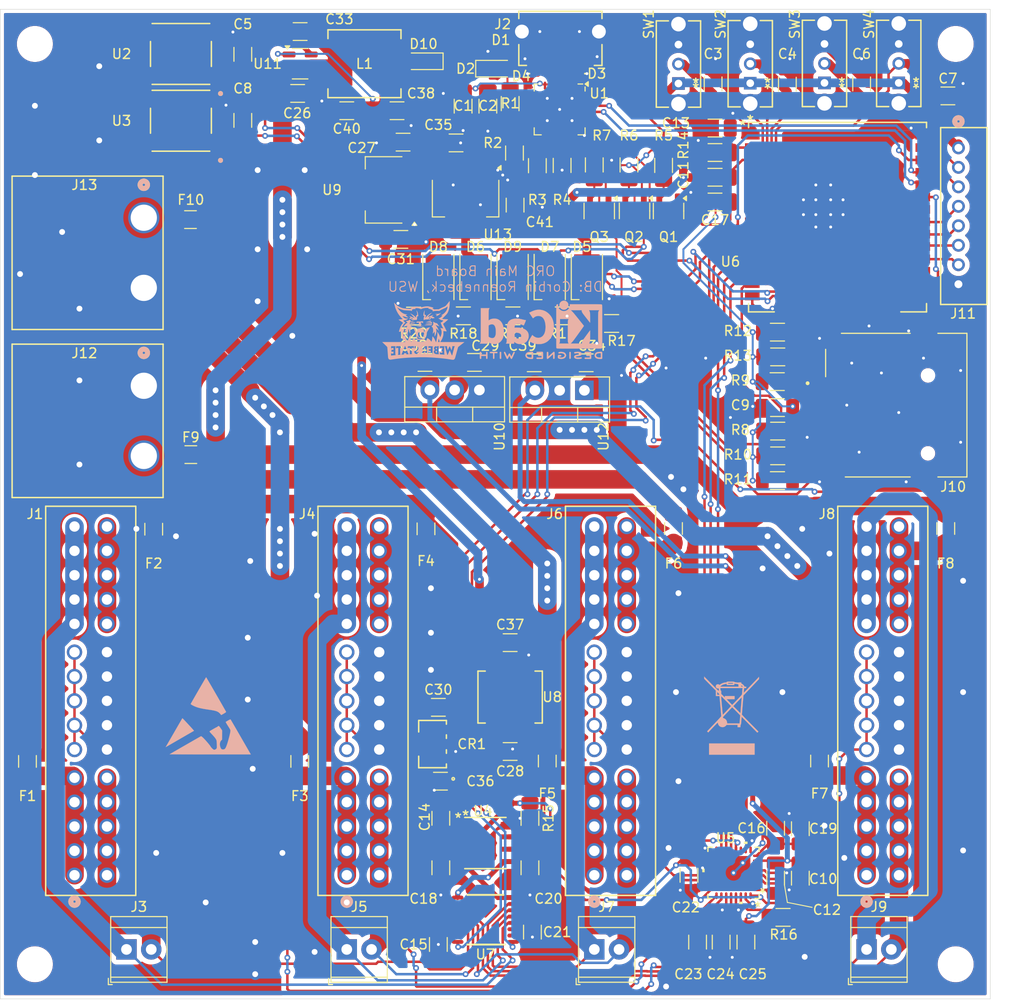
<source format=kicad_pcb>
(kicad_pcb (version 20240108) (generator "pcbnew") (generator_version "8.0")
  (layers (0 "F.Cu" signal) (31 "B.Cu" signal) (34 "B.Paste" user) (35 "F.Paste" user) (36 "B.SilkS" user "B.Silkscreen") (37 "F.SilkS" user "F.Silkscreen") (38 "B.Mask" user) (39 "F.Mask" user) (44 "Edge.Cuts" user))
  (net 0 "")
  (net 1 "+5V_UR")
  (net 2 "GND")
  (net 3 "+3.3V_1")
  (net 4 "+3.3V_2")
  (net 5 "+V_BAT")
  (net 6 "/EN")
  (net 7 "+5V")
  (net 8 "/IO0")
  (net 9 "/MODE_SW_3")
  (net 10 "/MODE_SW_4")
  (net 11 "/MODE_SW_1")
  (net 12 "+9V")
  (net 13 "-9V")
  (net 14 "/MODE_SW_2")
  (net 15 "-5V")
  (net 16 "-V_BAT")
  (net 17 "Net-(D1-A)")
  (net 18 "Net-(D3-A)")
  (net 19 "Net-(D5-K)")
  (net 20 "Net-(D6-K)")
  (net 21 "/IMU_INT_2")
  (net 22 "Net-(D7-K)")
  (net 23 "/IMU_INT_1")
  (net 24 "Net-(D9-K)")
  (net 25 "Net-(F1-Pad2)")
  (net 26 "Net-(F2-Pad2)")
  (net 27 "Net-(F3-Pad2)")
  (net 28 "Net-(F4-Pad2)")
  (net 29 "Net-(F5-Pad2)")
  (net 30 "Net-(F6-Pad2)")
  (net 31 "Net-(F7-Pad2)")
  (net 32 "Net-(F8-Pad2)")
  (net 33 "Net-(F9-Pad2)")
  (net 34 "Net-(F10-Pad2)")
  (net 35 "/MOTOR_2_A")
  (net 36 "/MOTOR_2_IN")
  (net 37 "/MOTOR_3_B")
  (net 38 "/MOTOR_3_IN")
  (net 39 "/MOTOR_3_A")
  (net 40 "/MOTOR_1_A")
  (net 41 "/MOTOR_1_B")
  (net 42 "/MOTOR_4_B")
  (net 43 "/MOTOR_4_IN")
  (net 44 "/MOTOR_4_A")
  (net 45 "/MOTOR_1_IN")
  (net 46 "/SD_D2")
  (net 47 "/SD_CD")
  (net 48 "/SD_D3")
  (net 49 "/SD_D1")
  (net 50 "/SD_CMD")
  (net 51 "/SD_CLK")
  (net 52 "/SD_D0")
  (net 53 "/IMU_SDI")
  (net 54 "/IMU_SDO")
  (net 55 "/IMU_SCK")
  (net 56 "/IMU_CS")
  (net 57 "/MOTOR_2_B")
  (net 58 "Net-(Q1-B)")
  (net 59 "Net-(Q1-E)")
  (net 60 "Net-(Q2-E)")
  (net 61 "Net-(Q2-B)")
  (net 62 "Net-(Q3-B)")
  (net 63 "Net-(U1-~{SUSPEND})")
  (net 64 "Net-(U1-VBUS)")
  (net 65 "Net-(U1-~{RST})")
  (net 67 "/TXD")
  (net 70 "/RXD")
  (net 84 "/MUX_OUT_A")
  (net 85 "/MUX_A0")
  (net 86 "/MUX_A1")
  (net 87 "/MUX_OUT_B")
  (net 90 "/COMPARATOR_OUT")
  (net 91 "/DAC_CS")
  (net 92 "/DAC_SCK")
  (net 93 "/DAC_SDO")
  (net 94 "Net-(U5-REF)")
  (net 95 "Net-(U5-REFCOMP)")
  (net 96 "Net-(U11-BST)")
  (net 97 "Net-(U11-SW)")
  (net 98 "Net-(D4-A)")
  (net 99 "Net-(D8-K)")
  (net 100 "Net-(U4-*LATCH)")
  (net 101 "Net-(U5-*OVRTMP)")
  (net 118 "Net-(D10-A)")
  (footprint "Capacitor_SMD:C_1206_3216Metric_Pad1.33x1.80mm_HandSolder" (layer "F.Cu") (at 124.147499 88.363999 180)
    (property "Reference" "C11")
    (property "Value" "0.1μ")
  )
  (footprint "LED_SMD:LED_PLCC-2_3.4x3.0mm_KA" (layer "F.Cu") (at 103.378 101.068 90)
    (property "Reference" "D9")
    (property "Value" "LED")
  )
  (footprint "Fuse:Fuse_1206_3216Metric_Pad1.42x1.75mm_HandSolder" (layer "F.Cu") (at 134.874 150.8395 -90)
    (property "Reference" "F7")
    (property "Value" "2.5A")
  )
  (footprint "Fuse:Fuse_1206_3216Metric_Pad1.42x1.75mm_HandSolder" (layer "F.Cu") (at 70.358 119.38 180)
    (property "Reference" "F9")
    (property "Value" "12A")
  )
  (footprint "Fuse:Fuse_1206_3216Metric_Pad1.42x1.75mm_HandSolder" (layer "F.Cu") (at 70.3215 95.25 180)
    (property "Reference" "F10")
    (property "Value" "12A")
  )
  (footprint "Capacitor_SMD:C_1206_3216Metric_Pad1.33x1.80mm_HandSolder" (layer "F.Cu") (at 103.124 149.86)
    (property "Reference" "C28")
    (property "Value" "0.1μ")
  )
  (footprint "Snapeda:SWITCH_43SMTR92LFS" (layer "F.Cu") (at 69.342 85.1027 180)
    (property "Reference" "U3")
    (property "Value" "PTS645SM43SMTR92LFS")
  )
  (footprint "Capacitor_SMD:C_1206_3216Metric_Pad1.33x1.80mm_HandSolder" (layer "F.Cu") (at 123.952 81.3185 -90)
    (property "Reference" "C3")
    (property "Value" "0.1μ")
  )
  (footprint "" (layer "F.Cu") (at 148.844 77.216)
    (property "Reference" "")
    (property "Value" "")
  )
  (footprint "Capacitor_SMD:C_1206_3216Metric_Pad1.33x1.80mm_HandSolder" (layer "F.Cu") (at 130.556 114.554 180)
    (property "Reference" "C9")
    (property "Value" "0.1μ")
  )
  (footprint "Resistor_SMD:R_1206_3216Metric_Pad1.30x1.75mm_HandSolder" (layer "F.Cu") (at 105.918 89.714 90)
    (property "Reference" "R3")
    (property "Value" "2k")
  )
  (footprint "Capacitor_SMD:C_1206_3216Metric_Pad1.33x1.80mm_HandSolder" (layer "F.Cu") (at 81.5721 75.946 180)
    (property "Reference" "C33")
    (property "Value" "0.1μ")
  )
  (footprint "Resistor_SMD:R_1206_3216Metric_Pad1.30x1.75mm_HandSolder" (layer "F.Cu") (at 130.582 109.346)
    (property "Reference" "R13")
    (property "Value" "10k")
  )
  (footprint "Capacitor_SMD:C_1206_3216Metric_Pad1.33x1.80mm_HandSolder" (layer "F.Cu") (at 91.5166 84.074)
    (property "Reference" "C38")
    (property "Value" "22μ")
  )
  (footprint "Snapeda:SWITCH_43SMTR92LFS" (layer "F.Cu") (at 69.342 78.2447 180)
    (property "Reference" "U2")
    (property "Value" "PTS645SM43SMTR92LFS")
  )
  (footprint "Resistor_SMD:R_1206_3216Metric_Pad1.30x1.75mm_HandSolder" (layer "F.Cu") (at 130.582 119.506)
    (property "Reference" "R10")
    (property "Value" "10k")
  )
  (footprint "LED_SMD:LED_PLCC-2_3.4x3.0mm_KA" (layer "F.Cu") (at 99.568 101.068 90)
    (property "Reference" "D6")
    (property "Value" "LED")
  )
  (footprint "Capacitor_SMD:C_1206_3216Metric_Pad1.33x1.80mm_HandSolder" (layer "F.Cu") (at 75.692 78.2832 90)
    (property "Reference" "C5")
    (property "Value" "0.1μ")
  )
  (footprint "LED_SMD:LED_PLCC-2_3.4x3.0mm_KA" (layer "F.Cu") (at 107.188 101.068 90)
    (property "Reference" "D7")
    (property "Value" "LED")
  )
  (footprint "Snapeda:SOT-89_STM" (layer "F.Cu") (at 95.1611 149.098 90)
    (property "Reference" "CR1")
    (property "Value" "DI78L09UAB")
  )
  (footprint "Capacitor_SMD:C_1206_3216Metric_Pad1.33x1.80mm_HandSolder" (layer "F.Cu") (at 91.9095 97.282)
    (property "Reference" "C31")
    (property "Value" "22μ")
  )
  (footprint "" (layer "F.Cu") (at 54.356 77.216)
    (property "Reference" "")
    (property "Value" "")
  )
  (footprint "Capacitor_SMD:C_1206_3216Metric_Pad1.33x1.80mm_HandSolder" (layer "F.Cu") (at 130.3655 162.864499 -90)
    (property "Reference" "C12")
    (property "Value" "0.1μ")
  )
  (footprint "Snapeda:PW0016A_N" (layer "F.Cu") (at 100.584 167.132 180)
    (property "Reference" "U7")
    (property "Value" "MUX509IPWR")
  )
  (footprint "Package_TO_SOT_SMD:SOT-223-3_TabPin2" (layer "F.Cu") (at 90.17 92.202 180)
    (property "Reference" "U9")
    (property "Value" "AMS1117-3.3")
  )
  (footprint "Resistor_SMD:R_1206_3216Metric_Pad1.30x1.75mm_HandSolder" (layer "F.Cu") (at 113.538 105.918)
    (property "Reference" "R17")
    (property "Value" "52.3k")
  )
  (footprint "Snapeda:CON00906_5_MOL" (layer "F.Cu") (at 108.281501 76.641701 180)
    (property "Reference" "J2")
    (property "Value" "1051640001")
  )
  (footprint "Resistor_SMD:R_1206_3216Metric_Pad1.30x1.75mm_HandSolder" (layer "F.Cu") (at 131.1275 166.889999)
    (property "Reference" "R16")
    (property "Value" "10k")
  )
  (footprint "Snapeda:CONN_SD-45719-001_3SEG_MOL" (layer "F.Cu") (at 139.7 162.56 -90)
    (property "Reference" "J8")
    (property "Value" "457190005")
  )
  (footprint "Fuse:Fuse_1206_3216Metric_Pad1.42x1.75mm_HandSolder" (layer "F.Cu") (at 53.594 150.876 -90)
    (property "Reference" "F1")
    (property "Value" "2.5A")
  )
  (footprint "Capacitor_SMD:C_1206_3216Metric_Pad1.33x1.80mm_HandSolder" (layer "F.Cu") (at 103.632 93.7645 90)
    (property "Reference" "C41")
    (property "Value" "22μ")
  )
  (footprint "Resistor_SMD:R_1206_3216Metric_Pad1.30x1.75mm_HandSolder" (layer "F.Cu") (at 93.218 105.156 180)
    (property "Reference" "R20")
    (property "Value" "52.3k")
  )
  (footprint "Capacitor_SMD:C_1206_3216Metric_Pad1.33x1.80mm_HandSolder" (layer "F.Cu") (at 75.692 85.0642 90)
    (property "Reference" "C8")
    (property "Value" "0.1μ")
  )
  (footprint "Capacitor_SMD:C_1206_3216Metric_Pad1.33x1.80mm_HandSolder" (layer "F.Cu") (at 94.3808 109.911002 180)
    (property "Reference" "C32")
    (property "Value" "1μ")
  )
  (footprint "Snapeda:UH_32_ADI" (layer "F.Cu") (at 126.0475 162.317999 180)
    (property "Reference" "U5")
    (property "Value" "LTC2664CUH-16-PBF")
  )
  (footprint "Snapeda:CUI_MSD-4-A" (layer "F.Cu") (at 142.748 114.3 90)
    (property "Reference" "J10")
    (property "Value" "MSD-4-A" (hide yes))
  )
  (footprint "Snapeda:ESP32-WROOM-32UE_EXP" (layer "F.Cu") (at 136.720499 94.996)
    (property "Reference" "U6")
    (property "Value" "ESP32-WROOM-32UE-N8")
  )
  (footprint "Capacitor_SMD:C_1206_3216Metric_Pad1.33x1.80mm_HandSolder" (layer "F.Cu") (at 124.147499 93.443999 180)
    (property "Reference" "C17")
    (property "Value" "0.1μ")
  )
  (footprint "Capacitor_SMD:C_1206_3216Metric_Pad1.33x1.80mm_HandSolder" (layer "F.Cu") (at 95.9735 152.908 180)
    (property "Reference" "C36")
    (property "Value" "0.1μ")
  )
  (footprint "Snapeda:CONN_SD-45719-001_3SEG_MOL" (layer "F.Cu") (at 111.76 162.56 -90)
    (property "Reference" "J6")
    (property "Value" "457190005")
  )
  (footprint "Capacitor_SMD:C_1206_3216Metric_Pad1.33x1.80mm_HandSolder" (layer "F.Cu") (at 124.147499 85.852 180)
    (property "Reference" "C13")
    (property "Value" "22μ")
  )
  (footprint "Capacitor_SMD:C_1206_3216Metric_Pad1.33x1.80mm_HandSolder" (layer "F.Cu") (at 99.4608 109.911002 180)
    (property "Reference" "C29")
    (property "Value" "2.2μ")
  )
  (footprint "Package_TO_SOT_THT:TO-220-3_Vertical" (layer "F.Cu") (at 99.968802 112.745002 180)
    (property "Reference" "U10")
    (property "Value" "LM7905_TO220")
  )
  (footprint "Diode_SMD:D_0402_1005Metric_Pad0.77x0.64mm_HandSolder" (layer "F.Cu") (at 106.3615 80.264)
    (property "Reference" "D4")
    (property "Value" "TVS 5VWM 18.6VC")
  )
  (footprint "Fuse:Fuse_1206_3216Metric_Pad1.42x1.75mm_HandSolder" (layer "F.Cu") (at 119.888 126.9635 -90)
    (property "Reference" "F6")
    (property "Value" "2.5A")
  )
  (footprint "Capacitor_SMD:C_1206_3216Metric_Pad1.33x1.80mm_HandSolder" (layer "F.Cu") (at 95.758 169.672 90)
    (property "Reference" "C15")
    (property "Value" "0.1μ")
  )
  (footprint "Package_TO_SOT_SMD:SOT-23-3" (layer "F.Cu") (at 112.268 94.3665 -90)
    (property "Reference" "Q3")
    (property "Value" "SS8050-G")
  )
  (footprint "Capacitor_SMD:C_1206_3216Metric_Pad1.33x1.80mm_HandSolder" (layer "F.Cu") (at 105.41 168.402 90)
    (property "Reference" "C21")
    (property "Value" "0.1μ")
  )
  (footprint "Fuse:Fuse_1206_3216Metric_Pad1.42x1.75mm_HandSolder" (layer "F.Cu") (at 94.488 127 -90)
    (property "Reference" "F4")
    (property "Value" "2.5A")
  )
  (footprint "" (layer "F.Cu") (at 148.844 171.704)
    (property "Reference" "")
    (property "Value" "")
  )
  (footprint "Capacitor_SMD:C_1206_3216Metric_Pad1.33x1.80mm_HandSolder" (layer "F.Cu") (at 97.5745 87.376)
    (property "Reference" "C35")
    (property "Value" "22μ")
  )
  (footprint "Capacitor_SMD:C_1206_3216Metric_Pad1.33x1.80mm_HandSolder" (layer "F.Cu") (at 139.192 81.322502 -90)
    (property "Reference" "C6")
    (property "Value" "0.1μ")
  )
  (footprint "Capacitor_SMD:C_1206_3216Metric_Pad1.33x1.80mm_HandSolder" (layer "F.Cu") (at 98.298 83.6045 90)
    (property "Reference" "C1")
    (property "Value" "10μ")
  )
  (footprint "TerminalBlock_TE-Connectivity:TerminalBlock_TE_282834-2_1x02_P2.54mm_Horizontal" (layer "F.Cu") (at 63.754 170.18)
    (property "Reference" "J3")
    (property "Value" "Screw_Terminal_01x02")
  )
  (footprint "Snapeda:CONN_XT60PW-M_AMA" (layer "F.Cu") (at 65.532 95.06 -90)
    (property "Reference" "J13")
    (property "Value" "XT60PW-M")
  )
  (footprint "Snapeda:SPDT_OS102011_CNK" (layer "F.Cu") (at 135.382 81.216001 180)
    (property "Reference" "SW3")
    (property "Value" "OS102011MS2QN1")
  )
  (footprint "Capacitor_SMD:C_1206_3216Metric_Pad1.33x1.80mm_HandSolder" (layer "F.Cu") (at 96.012 156.718 90)
    (property "Reference" "C14")
    (property "Value" "0.1μ")
  )
  (footprint "Resistor_SMD:R_1206_3216Metric_Pad1.30x1.75mm_HandSolder" (layer "F.Cu") (at 103.124 83.338 90)
    (property "Reference" "R1")
    (property "Value" "22.1k")
  )
  (footprint "Package_TO_SOT_THT:TO-220-3_Vertical" (layer "F.Cu") (at 110.744 112.776 180)
    (property "Reference" "U12")
    (property "Value" "LM7805_TO220")
  )
  (footprint "TerminalBlock_TE-Connectivity:TerminalBlock_TE_282834-2_1x02_P2.54mm_Horizontal" (layer "F.Cu") (at 139.7 170.18)
    (property "Reference" "J9")
    (property "Value" "Screw_Terminal_01x02")
  )
  (footprint "Fuse:Fuse_1206_3216Metric_Pad1.42x1.75mm_HandSolder" (layer "F.Cu") (at 106.934 150.8395 -90)
    (property "Reference" "F5")
    (property "Value" "2.5A")
  )
  (footprint "Snapeda:CONN8_S8B-PH-K-S_JST" (layer "F.Cu") (at 149.127498 87.884 90)
    (property "Reference" "J11")
    (property "Value" "S8B-PH-K-S LFSN")
  )
  (footprint "Diode_SMD:D_SOD-323_HandSoldering" (layer "F.Cu") (at 94.234 78.994 180)
    (property "Reference" "D10")
    (property "Value" "Schottky 30V 1A")
  )
  (footprint "Resistor_SMD:R_1206_3216Metric_Pad1.30x1.75mm_HandSolder" (layer "F.Cu") (at 118.872 89.688 -90)
    (property "Reference" "R5")
    (property "Value" "10k")
  )
  (footprint "Capacitor_SMD:C_1206_3216Metric_Pad1.33x1.80mm_HandSolder" (layer "F.Cu") (at 86.3596 84.074 180)
    (property "Reference" "C40")
    (property "Value" "22μ")
  )
  (footprint "Resistor_SMD:R_1206_3216Metric_Pad1.30x1.75mm_HandSolder" (layer "F.Cu") (at 103.569501 88.418 -90)
    (property "Reference" "R2")
    (property "Value" "47.5k")
  )
  (footprint "Resistor_SMD:R_1206_3216Metric_Pad1.30x1.75mm_HandSolder" (layer "F.Cu") (at 108.484 105.132)
    (property "Reference" "R19")
    (property "Value" "52.3k")
  )
  (footprint "Capacitor_SMD:C_1206_3216Metric_Pad1.33x1.80mm_HandSolder" (layer "F.Cu") (at 105.5953 109.9518)
    (property "Reference" "C39")
    (property "Value" "0.1μ")
  )
  (footprint "Resistor_SMD:R_1206_3216Metric_Pad1.30x1.75mm_HandSolder" (layer "F.Cu") (at 115.316 89.636 -90)
    (property "Reference" "R6")
    (property "Value" "10k")
  )
  (footprint "Snapeda:R_8_ADI" (layer "F.Cu") (at 100.584 159.258)
    (property "Reference" "U4")
    (property "Value" "AD790JRZ")
  )
  (footprint "Resistor_SMD:R_1206_3216Metric_Pad1.30x1.75mm_HandSolder" (layer "F.Cu") (at 124.147499 90.903999)
    (property "Reference" "R14")
    (property "Value" "10k")
  )
  (footprint "Resistor_SMD:R_1206_3216Metric_Pad1.30x1.75mm_HandSolder" (layer "F.Cu") (at 130.53 111.886)
    (property "Reference" "R9")
    (property "Value" "10k")
  )
  (footprint "TerminalBlock_TE-Connectivity:TerminalBlock_TE_282834-2_1x02_P2.54mm_Horizontal" (layer "F.Cu") (at 111.76 170.18)
    (property "Reference" "J7")
    (property "Value" "Screw_Terminal_01x02")
  )
  (footprint "Resistor_SMD:R_1206_3216Metric_Pad1.30x1.75mm_HandSolder" (layer "F.Cu") (at 111.76 89.636 -90)
    (property "Reference" "R7")
    (property "Value" "10k")
  )
  (footprint "Capacitor_SMD:C_1206_3216Metric_Pad1.33x1.80mm_HandSolder" (layer "F.Cu") (at 100.838 83.6045 -90)
    (property "Reference" "C2")
    (property "Value" "0.1μ")
  )
  (footprint "Package_TO_SOT_SMD:SOT-23-3" (layer "F.Cu") (at 115.89 94.3555 -90)
    (property "Reference" "Q2")
    (property "Value" "SS8050-G")
  )
  (footprint "Fuse:Fuse_1206_3216Metric_Pad1.42x1.75mm_HandSolder" (layer "F.Cu") (at 66.548 127.0365 -90)
    (property "Reference" "F2")
    (property "Value" "2.5A")
  )
  (footprint "Capacitor_SMD:C_1206_3216Metric_Pad1.33x1.80mm_HandSolder" (layer "F.Cu") (at 92.1385 87.299 180)
    (property "Reference" "C27")
    (property "Value" "22μ")
  )
  (footprint "LED_SMD:LED_PLCC-2_3.4x3.0mm_KA" (layer "F.Cu") (at 95.758 101.068 90)
    (property "Reference" "D8")
    (property "Value" "LED")
  )
  (footprint "Capacitor_SMD:C_1206_3216Metric_Pad1.33x1.80mm_HandSolder" (layer "F.Cu") (at 132.9055 162.864499 -90)
    (property "Reference" "C10")
    (property "Value" "1μ")
  )
  (footprint "Resistor_SMD:R_1206_3216Metric_Pad1.30x1.75mm_HandSolder" (layer "F.Cu") (at 130.556 122.046)
    (property "Reference" "R11")
    (property "Value" "10k")
  )
  (footprint "Package_TO_SOT_SMD:SOT-23-3" (layer "F.Cu") (at 119.38 94.3665 -90)
    (property "Reference" "Q1")
    (property "Value" "SS8050-G")
  )
  (footprint "Fuse:Fuse_1206_3216Metric_Pad1.42x1.75mm_HandSolder" (layer "F.Cu") (at 81.534 150.876 -90)
    (property "Reference" "F3")
    (property "Value" "2.5A")
  )
  (footprint "Snapeda:CONN_SD-45719-001_3SEG_MOL" (layer "F.Cu") (at 86.36 162.56 -90)
    (property "Reference" "J4")
    (property "Value" "457190005")
  )
  (footprint "Capacitor_SMD:C_1206_3216Metric_Pad1.33x1.80mm_HandSolder" (layer "F.Cu") (at 130.3655 157.745999 90)
    (property "Reference" "C16")
    (property "Value" "1μ")
  )
  (footprint "Package_TO_SOT_SMD:SOT-223-3_TabPin2" (layer "F.Cu") (at 98.552 93.066 -90)
    (property "Reference" "U13")
    (property "Value" "AMS1117-3.3")
  )
  (footprint "Snapeda:SPDT_OS102011_CNK" (layer "F.Cu") (at 127.762 81.247998 180)
    (property "Reference" "SW2")
    (property "Value" "OS102011MS2QN1")
  )
  (footprint "Snapeda:SPDT_OS102011_CNK" (layer "F.Cu") (at 120.396 81.28 180)
    (property "Reference" "SW1")
    (property "Value" "OS102011MS2QN1")
  )
  (footprint "Resistor_SMD:R_1206_3216Metric_Pad1.30x1.75mm_HandSolder" (layer "F.Cu") (at 108.458 89.688 90)
    (property "Reference" "R4")
    (property "Value" "10k")
  )
  (footprint "Snapeda:SPDT_OS102011_CNK" (layer "F.Cu") (at 143.002 81.216001 180)
    (property "Reference" "SW4")
    (property "Value" "OS102011MS2QN1")
  )
  (footprint "Capacitor_SMD:C_1206_3216Metric_Pad1.33x1.80mm_HandSolder" (layer "F.Cu") (at 95.758 145.3265 180)
    (property "Reference" "C30")
    (property "Value" "0.33μ")
  )
  (footprint "Diode_SMD:D_SOD-323_HandSoldering" (layer "F.Cu") (at 101.6 79.756)
    (property "Reference" "D2")
    (property "Value" "Schottky 30V 1A")
  )
  (footprint "Diode_SMD:D_0402_1005Metric_Pad0.77x0.64mm_HandSolder" (layer "F.Cu") (at 109.5385 80.264 180)
    (property "Reference" "D3")
    (property "Value" "TVS 5VWM 18.6VC")
  )
  (footprint "LED_SMD:LED_PLCC-2_3.4x3.0mm_KA" (layer "F.Cu") (at 110.998 101.068 90)
    (property "Reference" "D5")
    (property "Value" "LED")
  )
  (footprint "Capacitor_SMD:C_1206_3216Metric_Pad1.33x1.80mm_HandSolder" (layer "F.Cu") (at 105.156 161.798 -90)
    (property "Reference" "C20")
    (property "Value" "0.1μ")
  )
  (footprint "Capacitor_SMD:C_1206_3216Metric_Pad1.33x1.80mm_HandSolder" (layer "F.Cu") (at 148.0435 82.55 180)
    (property "Reference" "C7")
    (property "Value" "0.1μ")
  )
  (footprint "Snapeda:CONN_SD-45719-001_3SEG_MOL" (layer "F.Cu") (at 58.42 162.56 -90)
    (property "Reference" "J1")
    (property "Value" "457190005")
  )
  (footprint "Package_TO_SOT_SMD:TSOT-23-6" (layer "F.Cu") (at 81.5721 79.248)
    (property "Reference" "U11")
    (property "Value" "AP63205WU")
  )
  (footprint "Capacitor_SMD:C_1206_3216Metric_Pad1.33x1.80mm_HandSolder" (layer "F.Cu") (at 110.9293 109.9518 180)
    (property "Reference" "C34")
    (property "Value" "0.22μ")
  )
  (footprint "Snapeda:SO8NB_STH" (layer "F.Cu") (at 103.124 144.272 90)
    (property "Reference" "U8")
    (property "Value" "DI79L09DAB")
  )
  (footprint "Capacitor_SMD:C_1206_3216Metric_Pad1.33x1.80mm_HandSolder" (layer "F.Cu") (at 127.3175 169.429999 -90)
    (property "Reference" "C25")
    (property "Value" "1μ")
  )
  (footprint "Capacitor_SMD:C_1206_3216Metric_Pad1.33x1.80mm_HandSolder" (layer "F.Cu") (at 131.572 81.350497 -90)
    (property "Reference" "C4")
    (property "Value" "0.1μ")
  )
  (footprint "Resistor_SMD:R_1206_3216Metric_Pad1.30x1.75mm_HandSolder" (layer "F.Cu") (at 105.156 156.718 90)
    (property "Reference" "R15")
    (property "Value" "510")
  )
  (footprint "Resistor_SMD:R_1206_3216Metric_Pad1.30x1.75mm_HandSolder" (layer "F.Cu") (at 130.556 106.806)
    (property "Reference" "R12")
    (property "Value" "10k")
  )
  (footprint "Capacitor_SMD:C_1206_3216Metric_Pad1.33x1.80mm_HandSolder" (layer "F.Cu") (at 81.3181 82.296)
    (property "Reference" "C26")
    (property "Value" "10μ")
  )
  (footprint "Capacitor_SMD:C_1206_3216Metric_Pad1.33x1.80mm_HandSolder" (layer "F.Cu") (at 124.7775 169.429999 -90)
    (property "Reference" "C24")
    (property "Value" "0.1μ")
  )
  (footprint "Capacitor_SMD:C_1206_3216Metric_Pad1.33x1.80mm_HandSolder" (layer "F.Cu") (at 103.124 138.684)
    (property "Reference" "C37")
    (property "Value" "0.33μ")
  )
  (footprint "Snapeda:FP3" (layer "F.Cu") (at 88.1761 79.248)
    (property "Reference" "L1")
    (property "Value" "FP3-4R7-R")
  )
  (footprint "Fuse:Fuse_1206_3216Metric_Pad1.42x1.75mm_HandSolder" (layer "F.Cu") (at 147.828 126.9635 -90)
    (property "Reference" "F8")
    (property "Value" "2.5A")
  )
  (footprint "Snapeda:CONN_XT60PW-M_AMA" (layer "F.Cu") (at 65.534099 112.3129 -90)
    (property "Reference" "J12")
    (property "Value" "XT60PW-M")
  )
  (footprint "Capacitor_SMD:C_1206_3216Metric_Pad1.33x1.80mm_HandSolder" (layer "F.Cu") (at 132.9055 157.784499 90)
    (property "Reference" "C19")
    (property "Value" "0.1μ")
  )
  (footprint "Resistor_SMD:R_1206_3216Metric_Pad1.30x1.75mm_HandSolder" (layer "F.Cu") (at 98.324 105.132 180)
    (property "Reference" "R18")
    (property "Value" "52.3k")
  )
  (footprint "" (layer "F.Cu") (at 54.356 171.704)
    (property "Reference" "")
    (property "Value" "")
  )
  (footprint "Capacitor_SMD:C_1206_3216Metric_Pad1.33x1.80mm_HandSolder" (layer "F.Cu") (at 121.4755 162.571999 -90)
    (property "Reference" "C22")
    (property "Value" "0.1μ")
  )
  (footprint "Capacitor_SMD:C_1206_3216Metric_Pad1.33x1.80mm_HandSolder" (layer "F.Cu") (at 96.012 161.798 -90)
    (property "Reference" "C18")
    (property "Value" "0.1μ")
  )
  (footprint "Resistor_SMD:R_1206_3216Metric_Pad1.30x1.75mm_HandSolder" (layer "F.Cu") (at 103.404 105.132)
    (property "Reference" "R21")
    (property "Value" "52.3k")
  )
  (footprint "Resistor_SMD:R_1206_3216Metric_Pad1.30x1.75mm_HandSolder" (layer "F.Cu") (at 130.582 116.966)
    (property "Reference" "R8")
    (property "Value" "10k")
  )
  (footprint "Capacitor_SMD:C_1206_3216Metric_Pad1.33x1.80mm_HandSolder" (layer "F.Cu") (at 122.359356 169.429999 -90)
    (property "Reference" "C23")
    (property "Value" "0.1μ")
  )
  (footprint "Package_DFN_QFN:QFN-28-1EP_5x5mm_P0.5mm_EP3.35x3.35mm" (layer "F.Cu") (at 108.204 83.940244 -90)
    (property "Reference" "U1")
    (property "Value" "CP2102N-Axx-xQFN28")
  )
  (footprint "Diode_SMD:D_0402_1005Metric_Pad0.77x0.64mm_HandSolder" (layer "F.Cu") (at 102.1725 77.978)
    (property "Reference" "D1")
    (property "Value" "TVS 5VWM 18.6VC")
  )
  (footprint "TerminalBlock_TE-Connectivity:TerminalBlock_TE_282834-2_1x02_P2.54mm_Horizontal" (layer "F.Cu") (at 86.36 170.18)
    (property "Reference" "J5")
    (property "Value" "Screw_Terminal_01x02")
  )
  (footprint "Symbol:ESD-Logo_8.9x8mm_SilkScreen" (layer "B.Cu") (at 72.136 146.177 180)
    (property "Reference" "REF**" (hide yes))
    (property "Value" "ESD-Logo_8.9x8mm_SilkScreen" (hide yes))
  )
  (footprint "Symbol:LOGO" (layer "B.Cu") (at 94.234 106.553 180)
    (property "Reference" "G***" (hide yes))
    (property "Value" "LOGO" (hide yes))
  )
  (footprint "Symbol:WEEE-Logo_5.6x8mm_SilkScreen" (layer "B.Cu") (at 125.857 146.177 180)
    (property "Reference" "REF**" (hide yes))
    (property "Value" "WEEE-Logo_5.6x8mm_SilkScreen" (hide yes))
  )
  (footprint "Symbol:KiCad-Logo2_5mm_SilkScreen" (layer "B.Cu") (at 106.299 106.553 180)
    (property "Reference" "REF**" (hide yes))
    (property "Value" "KiCad-Logo2_5mm_SilkScreen" (hide yes))
  )
  (gr_line (start 131.2755 163.575751) (end 131.572 165.354) (stroke (width 0.1)) (layer "F.SilkS"))
  (gr_line (start 131.572 165.354) (end 134.112 165.862) (stroke (width 0.1)) (layer "F.SilkS"))
  (gr_rect (start 50.8 73.66) (end 152.4 175.26) (stroke (width 0.05)) (fill none) (layer "Edge.Cuts"))
  (gr_text "ORC Main Board\nDB: Corbin Roennebeck, WSU" (at 101.6 101.346 -0) (layer "B.SilkS") (effects (font (size 1 1) (thickness 0.1)) (justify mirror)))
  (segment (start 100.096 80.01) (end 96.5 80.01) (width 0.889) (layer "F.Cu") (net 1))
  (segment (start 100.35 79.756) (end 100.096 80.01) (width 0.889) (layer "F.Cu") (net 1))
  (segment (start 93.486 89.902) (end 96.012 87.376) (width 1.905) (layer "F.Cu") (net 1))
  (segment (start 93.701 87.299) (end 93.701 89.521) (width 1.905) (layer "F.Cu") (net 1))
  (segment (start 94.742 81.768) (end 94.742 86.258) (width 0.889) (layer "F.Cu") (net 1))
  (segment (start 96.012 89.676) (end 96.252 89.916) (width 0.889) (layer "F.Cu") (net 1))
  (segment (start 96.252 87.616) (end 96.012 87.376) (width 1.905) (layer "F.Cu") (net 1))
  (segment (start 94.742 86.258) (end 93.701 87.299) (width 0.889) (layer "F.Cu") (net 1))
  (segment (start 96.012 87.376) (end 93.778 87.376) (width 1.905) (layer "F.Cu") (net 1))
  (segment (start 93.778 87.376) (end 93.701 87.299) (width 1.905) (layer "F.Cu") (net 1))
  (segment (start 96.252 89.916) (end 96.252 87.616) (width 1.905) (layer "F.Cu") (net 1))
  (segment (start 94.894 86.258) (end 96.012 87.376) (width 0.889) (layer "F.Cu") (net 1))
  (segment (start 93.32 89.902) (end 93.486 89.902) (width 1.905) (layer "F.Cu") (net 1))
  (segment (start 96.5 80.01) (end 95.484 78.994) (width 0.889) (layer "F.Cu") (net 1))
  (segment (start 96.252 89.916) (end 93.334 89.916) (width 1.905) (layer "F.Cu") (net 1))
  (segment (start 93.334 89.916) (end 93.32 89.902) (width 1.905) (layer "F.Cu") (net 1))
  (segment (start 93.701 89.521) (end 93.32 89.902) (width 1.905) (layer "F.Cu") (net 1))
  (segment (start 96.5 80.01) (end 94.742 81.768) (width 0.889) (layer "F.Cu") (net 1))
  (segment (start 94.742 86.258) (end 94.894 86.258) (width 0.889) (layer "F.Cu") (net 1))
  (segment (start 96.012 154.509) (end 94.411 152.908) (width 0.508) (layer "F.Cu") (net 2))
  (segment (start 132.9055 164.426999) (end 132.546499 164.067998) (width 0.254) (layer "F.Cu") (net 2))
  (segment (start 108.518122 83.626122) (end 108.204 83.940244) (width 0.2) (layer "F.Cu") (net 2))
  (segment (start 126.2975 165.869999) (end 126.5555 166.127999) (width 0.254) (layer "F.Cu") (net 2))
  (segment (start 93.472 97.282) (end 94.234 97.282) (width 0.2) (layer "F.Cu") (net 2))
  (segment (start 137.287 93.218) (end 137.287 92.964) (width 0.254) (layer "F.Cu") (net 2))
  (segment (start 137.287 92.964) (end 136.017 91.694) (width 0.254) (layer "F.Cu") (net 2))
  (segment (start 82.8806 82.296) (end 83.0191 82.296) (width 0.508) (layer "F.Cu") (net 2))
  (segment (start 145.006 86.586) (end 144.272 85.852) (width 0.254) (layer "F.Cu") (net 2))
  (segment (start 127.2975 165.038153) (end 127.2975 164.667499) (width 0.254) (layer "F.Cu") (net 2))
  (segment (start 82.7096 80.198) (end 82.7096 82.125) (width 0.508) (layer "F.Cu") (net 2))
  (segment (start 130.076001 104.365999) (end 130.048 104.394) (width 0.254) (layer "F.Cu") (net 2))
  (segment (start 126.797501 159.968499) (end 127.2975 159.968499) (width 0.254) (layer "F.Cu") (net 2))
  (segment (start 102.362 90.678) (end 102.859501 90.678) (width 0.2) (layer "F.Cu") (net 2))
  (segment (start 131.005499 104.365999) (end 130.076001 104.365999) (width 0.254) (layer "F.Cu") (net 2))
  (segment (start 120.617 164.134499) (end 120.581356 164.098855) (width 0.254) (layer "F.Cu") (net 2))
  (segment (start 133.656 117.55) (end 133.604 117.602) (width 0.254) (layer "F.Cu") (net 2))
  (segment (start 105.029 141.3764) (end 105.029 139.0265) (width 0.508) (layer "F.Cu") (net 2))
  (segment (start 82.7096 82.125) (end 82.8806 82.296) (width 0.508) (layer "F.Cu") (net 2))
  (segment (start 122.584999 93.374999) (end 121.666 92.456) (width 0.889) (layer "F.Cu") (net 2))
  (segment (start 136.298 122.05) (end 134.998 122.05) (width 0.254) (layer "F.Cu") (net 2))
  (segment (start 133.879 95.326) (end 133.909 95.326) (width 0.254) (layer "F.Cu") (net 2))
  (segment (start 97.734003 168.756998) (end 96.99593 168.756998) (width 0.254) (layer "F.Cu") (net 2))
  (segment (start 132.546499 164.067998) (end 131.757356 164.067998) (width 0.254) (layer "F.Cu") (net 2))
  (segment (start 125.297499 165.727) (end 124.8965 166.127999) (width 0.254) (layer "F.Cu") (net 2))
  (segment (start 144.148 106.55) (end 144.018 106.68) (width 0.254) (layer "F.Cu") (net 2))
  (segment (start 123.698 160.357499) (end 123.121356 159.780855) (width 0.254) (layer "F.Cu") (net 2))
  (segment (start 100.838 77.978) (end 101.6 77.978) (width 0.2) (layer "F.Cu") (net 2))
  (segment (start 95.9433 108.889082) (end 95.758801 109.073581) (width 1.905) (layer "F.Cu") (net 2))
  (segment (start 108.204 110.998) (end 108.204 112.776) (width 1.905) (layer "F.Cu") (net 2))
  (segment (start 123.629356 170.992499) (end 122.359356 170.992499) (width 0.254) (layer "F.Cu") (net 2))
  (segment (start 122.042 163.567999) (end 121.4755 164.134499) (width 0.254) (layer "F.Cu") (net 2))
  (segment (start 126.2975 164.667499) (end 126.2975 165.869999) (width 0.254) (layer "F.Cu") (net 2))
  (segment (start 97.766 105.132) (end 97.79 105.156) (width 0.889) (layer "F.Cu") (net 2))
  (segment (start 131.757356 164.067998) (end 128.8415 164.067998) (width 0.254) (layer "F.Cu") (net 2))
  (segment (start 65.532 102.260001) (end 65.532 112.310801) (width 1.905) (layer "F.Cu") (net 2))
  (segment (start 74.965999 75.994699) (end 75.692 76.7207) (width 1.905) (layer "F.Cu") (net 2))
  (segment (start 96.99593 168.756998) (end 96.080928 169.672) (width 0.254) (layer "F.Cu") (net 2))
  (segment (start 108.204 111.1146) (end 109.3668 109.9518) (width 1.905) (layer "F.Cu") (net 2))
  (segment (start 103.138 90.399501) (end 103.569501 89.968) (width 0.2) (layer "F.Cu") (net 2))
  (segment (start 134.493 96.012) (end 133.223 94.742) (width 0.254) (layer "F.Cu") (net 2))
  (segment (start 123.698 160.568) (end 123.698 160.357499) (width 0.254) (layer "F.Cu") (net 2))
  (segment (start 73.316998 75.994699) (end 74.676 75.994699) (width 1.905) (layer "F.Cu") (net 2))
  (segment (start 134.998 117.55) (end 133.656 117.55) (width 0.254) (layer "F.Cu") (net 2))
  (segment (start 127.3175 170.992499) (end 125.915356 170.992499) (width 0.254) (layer "F.Cu") (net 2))
  (segment (start 96.012 155.1555) (end 96.012 154.509) (width 0.508) (layer "F.Cu") (net 2))
  (segment (start 93.32 94.502) (end 93.32 95.758) (width 0.889) (layer "F.Cu") (net 2))
  (segment (start 137.287 94.742) (end 134.493 91.948) (width 0.254) (layer "F.Cu") (net 2))
  (segment (start 123.698 163.567999) (end 122.042 163.567999) (width 0.254) (layer "F.Cu") (net 2))
  (segment (start 101.0233 111.690504) (end 99.968802 112.745002) (width 1.905) (layer "F.Cu") (net 2))
  (segment (start 110.111 80.264) (end 110.998 80.264) (width 0.254) (layer "F.Cu") (net 2))
  (segment (start 127.970499 86.586) (end 127.970499 86.265256) (width 0.2) (layer "F.Cu") (net 2))
  (segment (start 134.493 96.012) (end 137.287 93.218) (width 0.254) (layer "F.Cu") (net 2))
  (segment (start 137.922 79.787997) (end 135.382 77.247997) (width 0.889) (layer "F.Cu") (net 2))
  (segment (start 127.2975 159.968499) (end 127.2975 159.597845) (width 0.254) (layer "F.Cu") (net 2))
  (segment (start 89.485 87.299) (end 89.408 87.376) (width 0.508) (layer "F.Cu") (net 2))
  (segment (start 74.676 75.994699) (end 74.965999 75.994699) (width 1.905) (layer "F.Cu") (net 2))
  (segment (start 105.029 139.0265) (end 104.6865 138.684) (width 0.508) (layer "F.Cu") (net 2))
  (segment (start 101.346 90.562) (end 101.346 89.764) (width 0.2) (layer "F.Cu") (net 2))
  (segment (start 137.287 94.742) (end 136.017 96.012) (width 0.254) (layer "F.Cu") (net 2))
  (segment (start 102.997 157.353) (end 103.505 157.353) (width 0.254) (layer "F.Cu") (net 2))
  (segment (start 133.223 94.488) (end 133.223 94.742) (width 0.254) (layer "F.Cu") (net 2))
  (segment (start 143.888 122.05) (end 143.764 122.174) (width 0.254) (layer "F.Cu") (net 2))
  (segment (start 98.044 87.376) (end 99.137 87.376) (width 0.508) (layer "F.Cu") (net 2))
  (segment (start 100.838 86.168499) (end 100.838 85.09) (width 0.2) (layer "F.Cu") (net 2))
  (segment (start 108.704 83.312) (end 108.704 83.440244) (width 0.2) (layer "F.Cu") (net 2))
  (segment (start 134.882 107.45) (end 134.874 107.442) (width 0.254) (layer "F.Cu") (net 2))
  (segment (start 128.397 162.067999) (end 129.246072 162.067999) (width 0.254) (layer "F.Cu") (net 2))
  (segment (start 125.297499 164.667499) (end 125.297499 165.727) (width 0.254) (layer "F.Cu") (net 2))
  (segment (start 112.049301 78.521301) (end 110.744 78.521301) (width 0.2) (layer "F.Cu") (net 2))
  (segment (start 125.915356 170.992499) (end 123.629356 170.992499) (width 0.254) (layer "F.Cu") (net 2))
  (segment (start 101.854 90.17) (end 102.362 90.678) (width 0.2) (layer "F.Cu") (net 2))
  (segment (start 96.012 163.3605) (end 96.012 164.592) (width 0.508) (layer "F.Cu") (net 2))
  (segment (start 75.692 83.5017) (end 73.965999 83.5017) (width 1.905) (layer "F.Cu") (net 2))
  (segment (start 104.6865 149.86) (end 103.632 149.86) (width 0.508) (layer "F.Cu") (net 2))
  (segment (start 108.704 83.440244) (end 108.518122 83.626122) (width 0.2) (layer "F.Cu") (net 2))
  (segment (start 145.598 106.55) (end 144.148 106.55) (width 0.254) (layer "F.Cu") (net 2))
  (segment (start 136.679 95.326) (end 133.879 92.526) (width 0.254) (layer "F.Cu") (net 2))
  (segment (start 131.760212 156.221999) (end 131.757356 156.224855) (width 0.254) (layer "F.Cu") (net 2))
  (segment (start 136.017 91.694) (end 133.223 94.488) (width 0.254) (layer "F.Cu") (net 2))
  (segment (start 130.406856 156.224855) (end 130.3655 156.183499) (width 0.254) (layer "F.Cu") (net 2))
  (segment (start 135.279 93.956) (end 134.493 94.742) (width 0.254) (layer "F.Cu") (net 2))
  (segment (start 129.027998 77.211997) (end 131.572 79.755999) (width 0.889) (layer "F.Cu") (net 2))
  (segment (start 109.469001 75.946) (end 110.236 75.946) (width 0.2) (layer "F.Cu") (net 2))
  (segment (start 136.679 92.526) (end 133.879 95.326) (width 0.254) (layer "F.Cu") (net 2))
  (segment (start 105.156 163.3605) (end 105.156 164.592) (width 0.508) (layer "F.Cu") (net 2))
  (segment (start 65.532 112.310801) (end 65.534099 112.3129) (width 1.905) (layer "F.Cu") (net 2))
  (segment (start 133.879 94.128) (end 134.493 94.742) (width 0.254) (layer "F.Cu") (net 2))
  (segment (start 122.584999 88.363999) (end 122.584999 87.278999) (width 0.889) (layer "F.Cu") (net 2))
  (segment (start 106.172 75.946) (end 107.094001 75.946) (width 0.2) (layer "F.Cu") (net 2))
  (segment (start 108.458 90.17) (end 108.458 91.238) (width 0.2) (layer "F.Cu") (net 2))
  (segment (start 109.581501 78.610201) (end 109.581501 79.734501) (width 0.254) (layer "F.Cu") (net 2))
  (segment (start 83.0191 82.296) (end 83.80055 83.07745) (width 0.508) (layer "F.Cu") (net 2))
  (segment (start 97.1042 149.098) (end 94.6611 149.098) (width 0.889) (layer "F.Cu") (net 2))
  (segment (start 139.192 79.787997) (end 137.922 79.787997) (width 0.889) (layer "F.Cu") (net 2))
  (segment (start 132.9055 156.221999) (end 131.760212 156.221999) (width 0.254) (layer "F.Cu") (net 2))
  (segment (start 105.41 169.9645) (end 105.41 168.91) (width 0.508) (layer "F.Cu") (net 2))
  (segment (start 121.4755 164.134499) (end 120.617 164.134499) (width 0.254) (layer "F.Cu") (net 2))
  (segment (start 127.87649 159.018855) (end 127.947356 159.018855) (width 0.254) (layer "F.Cu") (net 2))
  (segment (start 107.1578 109.9518) (end 108.204 110.998) (width 1.905) (layer "F.Cu") (net 2))
  (segment (start 93.32 97.13) (end 93.472 97.282) (width 0.889) (layer "F.Cu") (net 2))
  (segment (start 93.32 95.758) (end 93.32 97.13) (width 0.889) (layer "F.Cu") (net 2))
  (segment (start 128.397 163.567999) (end 128.397 163.623498) (width 0.254) (layer "F.Cu") (net 2))
  (segment (start 108.704 81.490244) (end 108.704 83.312) (width 0.2) (layer "F.Cu") (net 2))
  (segment (start 110.034 105.132) (end 110.01 105.156) (width 0.889) (layer "F.Cu") (net 2))
  (segment (start 134.493 91.948) (end 133.223 93.218) (width 0.254) (layer "F.Cu") (net 2))
  (segment (start 126.038263 84.33302) (end 125.97898 84.33302) (width 0.2) (layer "F.Cu") (net 2))
  (segment (start 143.002 77.279999) (end 144.412999 77.279999) (width 0.889) (layer "F.Cu") (net 2))
  (segment (start 120.396 77.211997) (end 121.580499 77.211997) (width 0.889) (layer "F.Cu") (net 2))
  (segment (start 109.581501 79.734501) (end 110.111 80.264) (width 0.254) (layer "F.Cu") (net 2))
  (segment (start 97.3197 149.6437) (end 97.536 149.86) (width 0.508) (layer "F.Cu") (net 2))
  (segment (start 103.886 105.156) (end 104.93 105.156) (width 0.889) (layer "F.Cu") (net 2))
  (segment (start 96.774 105.132) (end 97.766 105.132) (width 0.889) (layer "F.Cu") (net 2))
  (segment (start 133.879 93.926) (end 133.879 94.128) (width 0.254) (layer "F.Cu") (net 2))
  (segment (start 129.498928 162.320855) (end 131.503356 162.320855) (width 0.254) (layer "F.Cu") (net 2))
  (segment (start 97.3197 149.098) (end 97.3197 149.6437) (width 0.508) (layer "F.Cu") (net 2))
  (segment (start 104.866699 78.521301) (end 104.648 78.74) (width 0.2) (layer "F.Cu") (net 2))
  (segment (start 83.80055 83.07745) (end 84.7971 84.074) (width 0.508) (layer "F.Cu") (net 2))
  (segment (start 104.93 105.156) (end 104.954 105.132) (width 0.889) (layer "F.Cu") (net 2))
  (segment (start 95.758 171.2345) (end 95.758 169.672) (width 0.508) (layer "F.Cu") (net 2))
  (segment (start 101.0233 109.911002) (end 101.0233 111.690504) (width 1.905) (layer "F.Cu") (net 2))
  (segment (start 102.859501 90.678) (end 103.569501 89.968) (width 0.2) (layer "F.Cu") (net 2))
  (segment (start 123.1225 162.067999) (end 122.867356 161.812855) (width 0.254) (layer "F.Cu") (net 2))
  (segment (start 94.411 145.3265) (end 90.356501 145.3265) (width 0.254) (layer "F.Cu") (net 2))
  (segment (start 108.204 112.776) (end 108.204 111.1146) (width 1.905) (layer "F.Cu") (net 2))
  (segment (start 123.698 162.067999) (end 123.1225 162.067999) (width 0.254) (layer "F.Cu") (net 2))
  (segment (start 134.998 122.05) (end 134.874 122.174) (width 0.254) (layer "F.Cu") (net 2))
  (segment (start 121.580499 77.211997) (end 124.127 79.758498) (width 0.889) (layer "F.Cu") (net 2))
  (segment (start 128.397 163.623498) (end 128.8415 164.067998) (width 0.254) (layer "F.Cu") (net 2))
  (segment (start 121.4755 164.134499) (end 121.7295 164.134499) (width 0.254) (layer "F.Cu") (net 2))
  (segment (start 103.632 91.948) (end 103.632 92.202) (width 0.2) (layer "F.Cu") (net 2))
  (segment (start 96.080928 169.672) (end 95.758 169.672) (width 0.254) (layer "F.Cu") (net 2))
  (segment (start 73.965999 83.5017) (end 73.316998 82.852699) (width 1.905) (layer "F.Cu") (net 2))
  (segment (start 93.0791 84.074) (end 93.0791 85.4829) (width 0.508) (layer "F.Cu") (net 2))
  (segment (start 122.584999 86.077999) (end 122.584999 86.965001) (width 0.889) (layer "F.Cu") (net 2))
  (segment (start 128.016 114.426) (end 128.9935 114.426) (width 0.254) (layer "F.Cu") (net 2))
  (segment (start 129.246072 162.067999) (end 129.498928 162.320855) (width 0.254) (layer "F.Cu") (net 2))
  (segment (start 103.365501 89.764) (end 103.569501 89.968) (width 0.2) (layer "F.Cu") (net 2))
  (segment (start 90.356501 145.3265) (end 89.690001 144.66) (width 0.254) (layer "F.Cu") (net 2))
  (segment (start 102.87 91.186) (end 103.632 91.948) (width 0.2) (layer "F.Cu") (net 2))
  (segment (start 91.694 105.372) (end 91.694 103.924) (width 0.889) (layer "F.Cu") (net 2))
  (segment (start 136.048 107.45) (end 134.882 107.45) (width 0.254) (layer "F.Cu") (net 2))
  (segment (start 135.077 95.326) (end 134.493 94.742) (width 0.254) (layer "F.Cu") (net 2))
  (segment (start 93.0791 85.4829) (end 92.964 85.598) (width 0.508) (layer "F.Cu") (net 2))
  (segment (start 105.789 80.264) (end 104.902 80.264) (width 0.254) (layer "F.Cu") (net 2))
  (segment (start 98.298 86.106) (end 98.298 85.09) (width 0.2) (layer "F.Cu") (net 2))
  (segment (start 131.757356 156.224855) (end 130.406856 156.224855) (width 0.254) (layer "F.Cu") (net 2))
  (segment (start 102.362 90.678) (end 102.87 91.186) (width 0.2) (layer "F.Cu") (net 2))
  (segment (start 145.470499 86.586) (end 145.006 86.586) (width 0.254) (layer "F.Cu") (net 2))
  (segment (start 128.013144 165.486144) (end 127.745491 165.486144) (width 0.254) (layer "F.Cu") (net 2))
  (segment (start 135.279 95.326) (end 135.077 95.326) (width 0.254) (layer "F.Cu") (net 2))
  (segment (start 122.584999 87.278999) (end 122.428 87.122) (width 0.889) (layer "F.Cu") (net 2))
  (segment (start 101.346 89.764) (end 101.448 89.764) (width 0.2) (layer "F.Cu") (net 2))
  (segment (start 133.909 95.326) (end 134.493 94.742) (width 0.254) (layer "F.Cu") (net 2))
  (segment (start 127.2975 159.597845) (end 127.87649 159.018855) (width 0.254) (layer "F.Cu") (net 2))
  (segment (start 127.745491 165.486144) (end 127.2975 165.038153) (width 0.254) (layer "F.Cu") (net 2))
  (segment (start 127.970499 86.265256) (end 126.038263 84.33302) (width 0.2) (layer "F.Cu") (net 2))
  (segment (start 94.234 97.282) (end 94.488 97.536) (width 0.2) (layer "F.Cu") (net 2))
  (segment (start 122.584999 93.443999) (end 122.584999 93.374999) (width 0.889) (layer "F.Cu") (net 2))
  (segment (start 90.576 87.299) (end 89.485 87.299) (width 0.508) (layer "F.Cu") (net 2))
  (segment (start 103.632 149.86) (end 103.378 149.606) (width 0.508) (layer "F.Cu") (net 2))
  (segment (start 135.279 93.926) (end 135.279 93.956) (width 0.254) (layer "F.Cu") (net 2))
  (segment (start 122.584999 86.965001) (end 122.428 87.122) (width 0.889) (layer "F.Cu") (net 2))
  (segment (start 105.819002 78.521301) (end 104.866699 78.521301) (width 0.2) (layer "F.Cu") (net 2))
  (segment (start 145.598 122.05) (end 143.888 122.05) (width 0.254) (layer "F.Cu") (net 2))
  (segment (start 144.412999 77.279999) (end 149.683 82.55) (width 0.889) (layer "F.Cu") (net 2))
  (segment (start 136.017 96.012) (end 133.223 93.218) (width 0.254) (layer "F.Cu") (net 2))
  (segment (start 101.448 89.764) (end 101.854 90.17) (width 0.2) (layer "F.Cu") (net 2))
  (segment (start 127.762 77.211997) (end 129.027998 77.211997) (width 0.889) (layer "F.Cu") (net 2))
  (segment (start 103.505 157.353) (end 104.14 156.718) (width 0.254) (layer "F.Cu") (net 2))
  (segment (start 128.8415 164.067998) (end 128.397 164.067998) (width 0.254) (layer "F.Cu") (net 2))
  (segment (start 91.694 103.924) (end 91.618 103.848) (width 0.889) (layer "F.Cu") (net 2))
  (segment (start 134.493 91.694) (end 134.493 91.948) (width 0.254) (layer "F.Cu") (net 2))
  (segment (start 110.01 105.156) (end 108.966 105.156) (width 0.889) (layer "F.Cu") (net 2))
  (via (at 83.312 133.858) (size 1.2) (drill 0.6) (layers "F.Cu" "B.Cu") (net 2))
  (via (at 68.834 127.762) (size 1.2) (drill 0.6) (layers "F.Cu" "B.Cu") (net 2))
  (via (at 94.996 137.668) (size 1.2) (drill 0.6) (layers "F.Cu" "B.Cu") (net 2))
  (via (at 129.032 131.064) (size 1.2) (drill 0.6) (layers "F.Cu" "B.Cu") (net 2))
  (via (at 143.764 122.174) (size 0.6) (drill 0.3) (layers "F.Cu" "B.Cu") (net 2))
  (via (at 77.216 103.632) (size 1.2) (drill 0.6) (layers "F.Cu" "B.Cu") (net 2))
  (via (at 94.996 133.096) (size 1.2) (drill 0.6) (layers "F.Cu" "B.Cu") (net 2))
  (via (at 66.802 160.274) (size 1.2) (drill 0.6) (layers "F.Cu" "B.Cu") (net 2))
  (via (at 106.934 85.09) (size 0.6) (drill 0.3) (layers "F.Cu" "B.Cu") (net 2))
  (via (at 123.19 109.474) (size 0.6) (drill 0.3) (layers "F.Cu" "B.Cu") (net 2))
  (via (at 71.882 165.354) (size 1.2) (drill 0.6) (layers "F.Cu" "B.Cu") (net 2))
  (via (at 126.5555 166.127999) (size 0.6) (drill 0.3) (layers "F.Cu" "B.Cu") (net 2))
  (via (at 120.396 133.604) (size 1.2) (drill 0.6) (layers "F.Cu" "B.Cu") (net 2))
  (via (at 149.606 160.02) (size 1.2) (drill 0.6) (layers "F.Cu" "B.Cu") (net 2))
  (via (at 96.266 82.296) (size 0.6) (drill 0.3) (layers "F.Cu" "B.Cu") (net 2))
  (via (at 149.606 143.764) (size 1.2) (drill 0.6) (layers "F.Cu" "B.Cu") (net 2))
  (via (at 100.838 77.978) (size 0.6) (drill 0.3) (layers "F.Cu" "B.Cu") (net 2))
  (via (at 122.867356 161.812855) (size 0.6) (drill 0.3) (layers "F.Cu" "B.Cu") (net 2))
  (via (at 144.018 106.68) (size 0.6) (drill 0.3) (layers "F.Cu" "B.Cu") (net 2))
  (via (at 149.352 110.744) (size 0.6) (drill 0.3) (layers "F.Cu" "B.Cu") (net 2))
  (via (at 96.012 164.592) (size 0.6) (drill 0.3) (layers "F.Cu" "B.Cu") (net 2))
  (via (at 123.629356 170.992499) (size 0.6) (drill 0.3) (layers "F.Cu" "B.Cu") (net 2))
  (via (at 135.89 129.54) (size 1.2) (drill 0.6) (layers "F.Cu" "B.Cu") (net 2))
  (via (at 102.87 91.186) (size 0.6) (drill 0.3) (layers "F.Cu" "B.Cu") (net 2))
  (via (at 64.77 127) (size 1.2) (drill 0.6) (layers "F.Cu" "B.Cu") (net 2))
  (via (at 112.014 107.95) (size 0.6) (drill 0.3) (layers "F.Cu" "B.Cu") (net 2))
  (via (at 120.581356 164.098855) (size 0.6) (drill 0.3) (layers "F.Cu" "B.Cu") (net 2))
  (via (at 83.058 170.434) (size 1.2) (drill 0.6) (layers "F.Cu" "B.Cu") (net 2))
  (via (at 137.287 94.742) (size 0.6) (drill 0.3) (layers "F.Cu" "B.Cu") (net 2))
  (via (at 128.013144 165.486144) (size 0.6) (drill 0.3) (layers "F.Cu" "B.Cu") (net 2))
  (via (at 86.36 165.354) (size 1.2) (drill 0.6) (layers "F.Cu" "B.Cu") (net 2))
  (via (at 91.618 103.848) (size 0.6) (drill 0.3) (layers "F.Cu" "B.Cu") (net 2))
  (via (at 105.029 139.954) (size 0.6) (drill 0.3) (layers "F.Cu" "B.Cu") (net 2))
  (via (at 123.121356 159.780855) (size 0.6) (drill 0.3) (layers "F.Cu" "B.Cu") (net 2))
  (via (at 97.536 149.86) (size 0.6) (drill 0.3) (layers "F.Cu" "B.Cu") (net 2))
  (via (at 131.826 78.74) (size 0.6) (drill 0.3) (layers "F.Cu" "B.Cu") (net 2))
  (via (at 134.493 96.012) (size 0.6) (drill 0.3) (layers "F.Cu" "B.Cu") (net 2))
  (via (at 119.38 159.766) (size 1.2) (drill 0.6) (layers "F.Cu" "B.Cu") (net 2))
  (via (at 105.156 164.592) (size 0.6) (drill 0.3) (layers "F.Cu" "B.Cu") (net 2))
  (via (at 97.282 91.694) (size 0.6) (drill 0.3) (layers "F.Cu" "B.Cu") (net 2))
  (via (at 109.474 85.09) (size 0.6) (drill 0.3) (layers "F.Cu" "B.Cu") (net 2))
  (via (at 94.996 141.478) (size 1.2) (drill 0.6) (layers "F.Cu" "B.Cu") (net 2))
  (via (at 92.964 85.598) (size 0.6) (drill 0.3) (layers "F.Cu" "B.Cu") (net 2))
  (via (at 76.962 169.418) (size 1.2) (drill 0.6) (layers "F.Cu" "B.Cu") (net 2))
  (via (at 110.744 86.614) (size 0.6) (drill 0.3) (layers "F.Cu" "B.Cu") (net 2))
  (via (at 125.73 115.57) (size 0.6) (drill 0.3) (layers "F.Cu" "B.Cu") (net 2))
  (via (at 128.016 114.426) (size 0.6) (drill 0.3) (layers "F.Cu" "B.Cu") (net 2))
  (via (at 52.832 100.838) (size 1.2) (drill 0.6) (layers "F.Cu" "B.Cu") (net 2))
  (via (at 58.928 111.76) (size 1.2) (drill 0.6) (layers "F.Cu" "B.Cu") (net 2))
  (via (at 131.757356 156.224855) (size 0.6) (drill 0.3) (layers "F.Cu" "B.Cu") (net 2))
  (via (at 138.176 109.982) (size 0.6) (drill 0.3) (layers "F.Cu" "B.Cu") (net 2))
  (via (at 124.8965 166.127999) (size 0.6) (drill 0.3) (layers "F.Cu" "B.Cu") (net 2))
  (via (at 145.542 109.474) (size 0.6) (drill 0.3) (layers "F.Cu" "B.Cu") (net 2))
  (via (at 121.666 92.456) (size 0.6) (drill 0.3) (layers "F.Cu" "B.Cu") (net 2))
  (via (at 112.049301 78.521301) (size 0.6) (drill 0.3) (layers "F.Cu" "B.Cu") (net 2))
  (via (at 105.41 168.91) (size 0.6) (drill 0.3) (layers "F.Cu" "B.Cu") (net 2))
  (via (at 122.428 87.122) (size 0.6) (drill 0.3) (layers "F.Cu" "B.Cu") (net 2))
  (via (at 108.204 83.940244) (size 0.6) (drill 0.3) (layers "F.Cu" "B.Cu") (net 2))
  (via (at 103.378 149.606) (size 0.6) (drill 0.3) (layers "F.Cu" "B.Cu") (net 2))
  (via (at 113.284 103.378) (size 0.6) (drill 0.3) (layers "F.Cu" "B.Cu") (net 2))
  (via (at 136.017 96.012) (size 0.6) (drill 0.3) (layers "F.Cu" "B.Cu") (net 2))
  (via (at 103.886 105.156) (size 0.6) (drill 0.3) (layers "F.Cu" "B.Cu") (net 2))
  (via (at 134.493 94.742) (size 0.6) (drill 0.3) (layers "F.Cu" "B.Cu") (net 2))
  (via (at 133.223 93.218) (size 0.6) (drill 0.3) (layers "F.Cu" "B.Cu") (net 2))
  (via (at 97.79 105.156) (size 0.6) (drill 0.3) (layers "F.Cu" "B.Cu") (net 2))
  (via (at 134.874 107.442) (size 0.6) (drill 0.3) (layers "F.Cu" "B.Cu") (net 2))
  (via (at 80.772 107.188) (size 1.2) (drill 0.6) (layers "F.Cu" "B.Cu") (net 2))
  (via (at 113.538 89.154) (size 0.6) (drill 0.3) (layers "F.Cu" "B.Cu") (net 2))
  (via (at 143.002 115.062) (size 0.6) (drill 0.3) (layers "F.Cu" "B.Cu") (net 2))
  (via (at 110.998 80.264) (size 0.6) (drill 0.3) (layers "F.Cu" "B.Cu") (net 2))
  (via (at 95.3385 153.8355) (size 0.6) (drill 0.3) (layers "F.Cu" "B.Cu") (net 2))
  (via (at 130.048 104.394) (size 0.6) (drill 0.3) (layers "F.Cu" "B.Cu") (net 2))
  (via (at 77.216 98.298) (size 1.2) (drill 0.6) (layers "F.Cu" "B.Cu") (net 2))
  (via (at 133.096 127) (size 1.2) (drill 0.6) (layers "F.Cu" "B.Cu") (net 2))
  (via (at 54.356 83.566) (size 1.2) (drill 0.6) (layers "F.Cu" "B.Cu") (net 2))
  (via (at 127.947356 159.018855) (size 0.6) (drill 0.3) (layers "F.Cu" "B.Cu") (net 2))
  (via (at 131.064 143.764) (size 1.2) (drill 0.6) (layers "F.Cu" "B.Cu") (net 2))
  (via (at 135.382 157.48) (size 1.2) (drill 0.6) (layers "F.Cu" "B.Cu") (net 2))
  (via (at 144.272 85.852) (size 0.6) (drill 0.3) (layers "F.Cu" "B.Cu") (net 2))
  (via (at 95.758 169.672) (size 0.6) (drill 0.3) (layers "F.Cu" "B.Cu") (net 2))
  (via (at 60.96 87.122) (size 1.2) (drill 0.6) (layers "F.Cu" "B.Cu") (net 2))
  (via (at 73.965999 83.5017) (size 0.6) (drill 0.3) (layers "F.Cu" "B.Cu") (net 2))
  (via (at 139.192 78.74) (size 0.6) (drill 0.3) (layers "F.Cu" "B.Cu") (net 2))
  (via (at 104.14 156.718) (size 0.6) (drill 0.3) (layers "F.Cu" "B.Cu") (net 2))
  (via (at 137.414 160.782) (size 1.2) (drill 0.6) (layers "F.Cu" "B.Cu") (net 2))
  (via (at 133.223 94.742) (size 0.6) (drill 0.3) (layers "F.Cu" "B.Cu") (net 2))
  (via (at 60.96 79.502) (size 1.2) (drill 0.6) (layers "F.Cu" "B.Cu") (net 2))
  (via (at 134.493 93.218) (size 0.6) (drill 0.3) (layers "F.Cu" "B.Cu") (net 2))
  (via (at 120.142 143.764) (size 1.2) (drill 0.6) (layers "F.Cu" "B.Cu") (net 2))
  (via (at 104.648 78.74) (size 0.6) (drill 0.3) (layers "F.Cu" "B.Cu") (net 2))
  (via (at 109.474 82.804) (size 0.6) (drill 0.3) (layers "F.Cu" "B.Cu") (net 2))
  (via (at 83.80055 83.07745) (size 0.6) (drill 0.3) (layers "F.Cu" "B.Cu") (net 2))
  (via (at 136.017 91.694) (size 0.6) (drill 0.3) (layers "F.Cu" "B.Cu") (net 2))
  (via (at 114.554 111.252) (size 0.6) (drill 0.3) (layers "F.Cu" "B.Cu") (net 2))
  (via (at 82.042 90.17) (size 1.2) (drill 0.6) (layers "F.Cu" "B.Cu") (net 2))
  (via (at 108.966 105.156) (size 0.6) (drill 0.3) (layers "F.Cu" "B.Cu") (net 2))
  (via (at 119.126 110.49) (size 0.6) (drill 0.3) (layers "F.Cu" "B.Cu") (net 2))
  (via (at 74.676 75.994699) (size 0.6) (drill 0.3) (layers "F.Cu" "B.Cu") (net 2))
  (via (at 77.216 90.17) (size 1.2) (drill 0.6) (layers "F.Cu" "B.Cu") (net 2))
  (via (at 136.017 94.742) (size 0.6) (drill 0.3) (layers "F.Cu" "B.Cu") (net 2))
  (via (at 108.458 90.17) (size 0.6) (drill 0.3) (layers "F.Cu" "B.Cu") (net 2))
  (via (at 57.15 96.52) (size 1.2) (drill 0.6) (layers "F.Cu" "B.Cu") (net 2))
  (via (at 76.708 151.638) (size 1.2) (drill 0.6) (layers "F.Cu" "B.Cu") (net 2))
  (via (at 82.296 98.298) (size 1.2) (drill 0.6) (layers "F.Cu" "B.Cu") (net 2))
  (via (at 94.488 97.536) (size 0.6) (drill 0.3) (layers "F.Cu" "B.Cu") (net 2))
  (via (at 102.362 90.678) (size 0.6) (drill 0.3) (layers "F.Cu" "B.Cu") (net 2))
  (via (at 149.606 81.28) (size 0.6) (drill 0.3) (layers "F.Cu" "B.Cu") (net 2))
  (via (at 133.35 170.942) (size 1.2) (drill 0.6) (layers "F.Cu" "B.Cu") (net 2))
  (via (at 125.97898 84.33302) (size 0.6) (drill 0.3) (layers "F.Cu" "B.Cu") (net 2))
  (via (at 98.044 87.376) (size 0.6) (drill 0.3) (layers "F.Cu" "B.Cu") (net 2))
  (via (at 133.604 117.602) (size 0.6) (drill 0.3) (layers "F.Cu" "B.Cu") (net 2))
  (via (at 124.206 78.74) (size 0.6) (drill 0.3) (layers "F.Cu" "B.Cu") (net 2))
  (via (at 89.408 87.376) (size 0.6) (drill 0.3) (layers "F.Cu" "B.Cu") (net 2))
  (via (at 141.224 110.998) (size 0.6) (drill 0.3) (layers "F.Cu" "B.Cu") (net 2))
  (via (at 119.126 173.99) (size 1.2) (drill 0.6) (layers "F.Cu" "B.Cu") (net 2))
  (via (at 149.352 118.11) (size 0.6) (drill 0.3) (layers "F.Cu" "B.Cu") (net 2))
  (via (at 93.32 95.758) (size 0.6) (drill 0.3) (layers "F.Cu" "B.Cu") (net 2))
  (via (at 137.668 114.3) (size 0.6) (drill 0.3) (layers "F.Cu" "B.Cu") (net 2))
  (via (at 100.838 86.168499) (size 0.6) (drill 0.3) (layers "F.Cu" "B.Cu") (net 2))
  (via (at 58.928 120.396) (size 1.2) (drill 0.6) (layers "F.Cu" "B.Cu") (net 2))
  (via (at 120.396 152.908) (size 1.2) (drill 0.6) (layers "F.Cu" "B.Cu") (net 2))
  (via (at 138.938 119.126) (size 0.6) (drill 0.3) (layers "F.Cu" "B.Cu") (net 2))
  (via (at 76.962 172.72) (size 1.2) (drill 0.6) (layers "F.Cu" "B.Cu") (net 2))
  (via (at 106.426 93.98) (size 0.6) (drill 0.3) (layers "F.Cu" "B.Cu") (net 2))
  (via (at 106.934 82.804) (size 0.6) (drill 0.3) (layers "F.Cu" "B.Cu") (net 2))
  (via (at 83.058 127.508) (size 1.2) (drill 0.6) (layers "F.Cu" "B.Cu") (net 2))
  (via (at 104.902 80.264) (size 0.6) (drill 0.3) (layers "F.Cu" "B.Cu") (net 2))
  (via (at 139.954 106.172) (size 0.6) (drill 0.3) (layers "F.Cu" "B.Cu") (net 2))
  (via (at 98.298 86.106) (size 0.6) (drill 0.3) (layers "F.Cu" "B.Cu") (net 2))
  (via (at 125.915356 170.992499) (size 0.6) (drill 0.3) (layers "F.Cu" "B.Cu") (net 2))
  (via (at 79.756 160.274) (size 1.2) (drill 0.6) (layers "F.Cu" "B.Cu") (net 2))
  (via (at 131.503356 162.320855) (size 0.6) (drill 0.3) (layers "F.Cu" "B.Cu") (net 2))
  (via (at 100.076 93.726) (size 0.6) (drill 0.3) (layers "F.Cu" "B.Cu") (net 2))
  (via (at 134.874 122.174) (size 0.6) (drill 0.3) (layers "F.Cu" "B.Cu") (net 2))
  (via (at 110.236 75.946) (size 0.6) (drill 0.3) (layers "F.Cu" "B.Cu") (net 2))
  (via (at 137.287 93.218) (size 0.6) (drill 0.3) (layers "F.Cu" "B.Cu") (net 2))
  (via (at 76.454 130.302) (size 1.2) (drill 0.6) (layers "F.Cu" "B.Cu") (net 2))
  (via (at 134.493 91.694) (size 0.6) (drill 0.3) (layers "F.Cu" "B.Cu") (net 2))
  (via (at 119.634 121.666) (size 1.2) (drill 0.6) (layers "F.Cu" "B.Cu") (net 2))
  (via (at 136.017 93.218) (size 0.6) (drill 0.3) (layers "F.Cu" "B.Cu") (net 2))
  (via (at 131.757356 164.067998) (size 0.6) (drill 0.3) (layers "F.Cu" "B.Cu") (net 2))
  (via (at 101.854 90.17) (size 0.6) (drill 0.3) (layers "F.Cu" "B.Cu") (net 2))
  (via (at 76.2 144.526) (size 1.2) (drill 0.6) (layers "F.Cu" "B.Cu") (net 2))
  (via (at 106.172 75.946) (size 0.6) (drill 0.3) (layers "F.Cu" "B.Cu") (net 2))
  (via (at 120.904 122.936) (size 1.2) (drill 0.6) (layers "F.Cu" "B.Cu") (net 2))
  (via (at 58.928 104.394) (size 1.2) (drill 0.6) (layers "F.Cu" "B.Cu") (net 2))
  (via (at 95.9433 108.641) (size 0.6) (drill 0.3) (layers "F.Cu" "B.Cu") (net 2))
  (via (at 76.2 138.176) (size 1.2) (drill 0.6) (layers "F.Cu" "B.Cu") (net 2))
  (via (at 149.606 132.334) (size 1.2) (drill 0.6) (layers "F.Cu" "B.Cu") (net 2))
  (via (at 54.356 90.678) (size 1.2) (drill 0.6) (layers "F.Cu" "B.Cu") (net 2))
  (segment (start 109.474 82.804) (end 109.474 85.09) (width 0.2) (layer "B.Cu") (net 2))
  (segment (start 106.934 82.804) (end 109.474 82.804) (width 0.2) (layer "B.Cu") (net 2))
  (segment (start 106.934 85.09) (end 106.934 82.804) (width 0.2) (layer "B.Cu") (net 2))
  (segment (start 108.204 83.940244) (end 108.070244 83.940244) (width 0.2) (layer "B.Cu") (net 2))
  (segment (start 108.070244 83.940244) (end 106.934 82.804) (width 0.2) (layer "B.Cu") (net 2))
  (segment (start 106.172 168.148) (end 107.239 167.081) (width 0.254) (layer "F.Cu") (net 3))
  (segment (start 132.6775 166.889999) (end 131.204 165.416499) (width 0.254) (layer "F.Cu") (net 3))
  (segment (start 104.14 155.168) (end 103.1818 155.168) (width 0.508) (layer "F.Cu") (net 3))
  (segment (start 121.4755 160.539999) (end 121.4755 161.009499) (width 0.254) (layer "F.Cu") (net 3))
  (segment (start 90.347 97.282) (end 90.347 95.529) (width 0.889) (layer "F.Cu") (net 3))
  (segment (start 97.8285 158.2805) (end 98.171 158.623) (width 0.508) (layer "F.Cu") (net 3))
  (segment (start 90.347 99.391) (end 90.347 97.282) (width 0.889) (layer "F.Cu") (net 3))
  (segment (start 99.9775 146.9301) (end 99.9775 151.0889) (width 0.889) (layer "F.Cu") (net 3))
  (segment (start 126.2975 159.968499) (end 126.2975 159.374634) (width 0.254) (layer "F.Cu") (net 3))
  (segment (start 87.884 110.236) (end 87.884 101.854) (width 0.889) (layer "F.Cu") (net 3))
  (segment (start 123.698 164.067998) (end 123.535501 164.067998) (width 0.254) (layer "F.Cu") (net 3))
  (segment (start 99.9775 132.1785) (end 99.9775 143.7229) (width 0.889) (layer "F.Cu") (net 3))
  (segment (start 107.239 161.29) (end 107.239 155.702) (width 0.254) (layer "F.Cu") (net 3))
  (segment (start 90.347 95.529) (end 87.02 92.202) (width 0.889) (layer "F.Cu") (net 3))
  (segment (start 121.4755 161.009499) (end 120.676501 161.009499) (width 0.254) (layer "F.Cu") (net 3))
  (segment (start 107.239 161.496842) (end 107.239 161.29) (width 0.254) (layer "F.Cu") (net 3))
  (segment (start 107.239 167.081) (end 107.239 161.29) (width 0.254) (layer "F.Cu") (net 3))
  (segment (start 103.434002 168.756998) (end 104.293002 168.756998) (width 0.254) (layer "F.Cu") (net 3))
  (segment (start 120.676501 161.009499) (end 120.142 161.544) (width 0.254) (layer "F.Cu") (net 3))
  (segment (start 103.098 155.168) (end 103.1818 155.168) (width 0.889) (layer "F.Cu") (net 3))
  (segment (start 99.7268 158.623) (end 98.171 158.623) (width 0.508) (layer "F.Cu") (net 3))
  (segment (start 99.9895 146.9181) (end 99.9775 146.9301) (width 0.889) (layer "F.Cu") (net 3))
  (segment (start 123.952 159.004) (end 123.011499 159.004) (width 0.254) (layer "F.Cu") (net 3))
  (segment (start 113.03 165.1) (end 110.842158 165.1) (width 0.254) (layer "F.Cu") (net 3))
  (segment (start 99.9775 151.0889) (end 100.205 151.3164) (width 0.889) (layer "F.Cu") (net 3))
  (segment (start 110.842158 165.1) (end 107.239 161.496842) (width 0.254) (layer "F.Cu") (net 3))
  (segment (start 129.4 165.416499) (end 128.803751 164.820249) (width 0.254) (layer "F.Cu") (net 3))
  (segment (start 123.698 161.067999) (end 121.788 161.067999) (width 0.254) (layer "F.Cu") (net 3))
  (segment (start 128.651001 164.667499) (end 128.803751 164.820249) (width 0.254) (layer "F.Cu") (net 3))
  (segment (start 87.884 101.854) (end 90.347 99.391) (width 0.889) (layer "F.Cu") (net 3))
  (segment (start 100.205 152.275) (end 103.098 155.168) (width 0.889) (layer "F.Cu") (net 3))
  (segment (start 126.2975 159.374634) (end 126.461789 159.210345) (width 0.254) (layer "F.Cu") (net 3))
  (segment (start 104.293002 168.756998) (end 104.902 168.148) (width 0.254) (layer "F.Cu") (net 3))
  (segment (start 103.1818 155.168) (end 99.7268 158.623) (width 0.508) (layer "F.Cu") (net 3))
  (segment (start 131.204 165.416499) (end 129.4 165.416499) (width 0.254) (layer "F.Cu") (net 3))
  (segment (start 96.012 158.2805) (end 97.8285 158.2805) (width 0.508) (layer "F.Cu") (net 3))
  (segment (start 99.9775 143.7229) (end 99.9895 143.7349) (width 0.889) (layer "F.Cu") (net 3))
  (segment (start 105.156 155.168) (end 104.14 155.168) (width 0.508) (layer "F.Cu") (net 3))
  (segment (start 93.32 92.202) (end 87.02 92.202) (width 0.889) (layer "F.Cu") (net 3))
  (segment (start 100.205 151.3164) (end 100.205 152.275) (width 0.889) (layer "F.Cu") (net 3))
  (segment (start 104.902 168.148) (end 106.172 168.148) (width 0.254) (layer "F.Cu") (net 3))
  (segment (start 123.011499 159.004) (end 121.4755 160.539999) (width 0.254) (layer "F.Cu") (net 3))
  (segment (start 122.682 165.1) (end 122.682 165.083998) (width 0.254) (layer "F.Cu") (net 3))
  (segment (start 127.797499 164.667499) (end 128.651001 164.667499) (width 0.254) (layer "F.Cu") (net 3))
  (segment (start 121.788 161.067999) (end 121.7295 161.009499) (width 0.254) (layer "F.Cu") (net 3))
  (segment (start 99.9895 143.7349) (end 99.9895 146.9181) (width 0.889) (layer "F.Cu") (net 3))
  (segment (start 122.682 165.083998) (end 123.698 164.067998) (width 0.254) (layer "F.Cu") (net 3))
  (via (at 104.14 155.168) (size 0.6) (drill 0.3) (layers "F.Cu" "B.Cu") (net 3))
  (via (at 87.884 110.236) (size 0.6) (drill 0.3) (layers "F.Cu" "B.Cu") (net 3))
  (via (at 113.03 165.1) (size 0.6) (drill 0.3) (layers "F.Cu" "B.Cu") (net 3))
  (via (at 120.142 161.544) (size 0.6) (drill 0.3) (layers "F.Cu" "B.Cu") (net 3))
  (via (at 128.803751 164.820249) (size 0.6) (drill 0.3) (layers "F.Cu" "B.Cu") (net 3))
  (via (at 122.682 165.1) (size 0.6) (drill 0.3) (layers "F.Cu" "B.Cu") (net 3))
  (via (at 126.461789 159.210345) (size 0.6) (drill 0.3) (layers "F.Cu" "B.Cu") (net 3))
  (via (at 99.9775 132.1785) (size 0.6) (drill 0.3) (layers "F.Cu" "B.Cu") (net 3))
  (via (at 123.952 159.004) (size 0.6) (drill 0.3) (layers "F.Cu" "B.Cu") (net 3))
  (via (at 107.239 155.702) (size 0.6) (drill 0.3) (layers "F.Cu" "B.Cu") (net 3))
  (segment (start 107.239 155.702) (end 106.705 155.168) (width 0.254) (layer "B.Cu") (net 3))
  (segment (start 87.884 110.236) (end 87.884 117.574499) (width 0.889) (layer "B.Cu") (net 3))
  (segment (start 99.822 132.023) (end 99.9775 132.1785) (width 0.889) (layer "B.Cu") (net 3))
  (segment (start 113.03 165.1) (end 116.586 165.1) (width 0.254) (layer "B.Cu") (net 3))
  (segment (start 121.666 164.084) (end 122.682 165.1) (width 0.254) (layer "B.Cu") (net 3))
  (segment (start 87.884 117.574499) (end 99.822 129.512499) (width 0.889) (layer "B.Cu") (net 3))
  (segment (start 99.822 129.512499) (end 99.822 132.023) (width 0.889) (layer "B.Cu") (net 3))
  (segment (start 120.142 161.544) (end 121.158 161.544) (width 0.254) (layer "B.Cu") (net 3))
  (segment (start 121.158 161.544) (end 121.666 162.052) (width 0.254) (layer "B.Cu") (net 3))
  (segment (start 116.586 165.1) (end 120.142 161.544) (width 0.254) (layer "B.Cu") (net 3))
  (segment (start 121.666 162.052) (end 121.666 164.084) (width 0.254) (layer "B.Cu") (net 3))
  (segment (start 126.461789 159.210345) (end 126.255444 159.004) (width 0.254) (layer "B.Cu") (net 3))
  (segment (start 128.803751 164.820249) (end 122.961751 164.820249) (width 0.254) (layer "B.Cu") (net 3))
  (segment (start 122.961751 164.820249) (end 122.682 165.1) (width 0.254) (layer "B.Cu") (net 3))
  (segment (start 106.705 155.168) (end 104.14 155.168) (width 0.254) (layer "B.Cu") (net 3))
  (segment (start 126.255444 159.004) (end 123.952 159.004) (width 0.254) (layer "B.Cu") (net 3))
  (segment (start 145.174 83.930502) (end 149.127498 87.884) (width 0.889) (layer "F.Cu") (net 4))
  (segment (start 107.111 95.327) (end 109.982 92.456) (width 0.889) (layer "F.Cu") (net 4))
  (segment (start 124.206 92.5125) (end 122.597499 90.903999) (width 0.2) (layer "F.Cu") (net 4))
  (segment (start 128.016 119.634) (end 128.904 119.634) (width 0.2) (layer "F.Cu") (net 4))
  (segment (start 120.904 86.233) (end 118.7482 84.0772) (width 0.889) (layer "F.Cu") (net 4))
  (segment (start 103.632 95.327) (end 99.441 95.327) (width 0.889) (layer "F.Cu") (net 4))
  (segment (start 125.709999 86.077999) (end 125.709999 87.347999) (width 0.254) (layer "F.Cu") (net 4))
  (segment (start 134.288 115.352) (end 133.0445 115.352) (width 0.2) (layer "F.Cu") (net 4))
  (segment (start 122.569498 90.932) (end 122.597499 90.903999) (width 0.889) (layer "F.Cu") (net 4))
  (segment (start 106.262 81.37) (end 106.172 81.28) (width 0.2) (layer "F.Cu") (net 4))
  (segment (start 120.233661 81.211998) (end 120.396 81.211998) (width 0.889) (layer "F.Cu") (net 4))
  (segment (start 133.0445 115.352) (end 132.1185 114.426) (width 0.2) (layer "F.Cu") (net 4))
  (segment (start 103.632 95.327) (end 107.111 95.327) (width 0.889) (layer "F.Cu") (net 4))
  (segment (start 143.002 81.216001) (end 143.478001 81.216001) (width 0.889) (layer "F.Cu") (net 4))
  (segment (start 145.174 82.912) (end 145.174 83.930502) (width 0.889) (layer "F.Cu") (net 4))
  (segment (start 142.933998 81.211998) (end 143.002 81.28) (width 0.889) (layer "F.Cu") (net 4))
  (segment (start 125.709999 87.347999) (end 126.218 87.856) (width 0.254) (layer "F.Cu") (net 4))
  (segment (start 118.7482 84.0772) (end 118.7482 82.697459) (width 0.889) (layer "F.Cu") (net 4))
  (segment (start 99.638 86.029756) (end 100.33 86.721756) (width 0.2) (layer "F.Cu") (net 4))
  (segment (start 125.709999 87.347999) (end 125.709999 88.363999) (width 0.254) (layer "F.Cu") (net 4))
  (segment (start 105.918 93.041) (end 103.632 95.327) (width 0.2) (layer "F.Cu") (net 4))
  (segment (start 118.7482 82.697459) (end 120.233661 81.211998) (width 0.889) (layer "F.Cu") (net 4))
  (segment (start 100.584 81.788) (end 100.838 82.042) (width 0.2) (layer "F.Cu") (net 4))
  (segment (start 100.838 83.319756) (end 99.638 84.519756) (width 0.2) (layer "F.Cu") (net 4))
  (segment (start 107.204 81.37) (end 106.704 81.37) (width 0.2) (layer "F.Cu") (net 4))
  (segment (start 128.904 119.634) (end 129.032 119.506) (width 0.2) (layer "F.Cu") (net 4))
  (segment (start 120.904 90.932) (end 120.904 86.233) (width 0.889) (layer "F.Cu") (net 4))
  (segment (start 149.127498 87.453938) (end 149.127498 87.884) (width 0.889) (layer "F.Cu") (net 4))
  (segment (start 100.33 86.721756) (end 100.33 88.138) (width 0.2) (layer "F.Cu") (net 4))
  (segment (start 99.441 95.327) (end 98.552 96.216) (width 0.889) (layer "F.Cu") (net 4))
  (segment (start 124.206 94.996) (end 124.206 92.5125) (width 0.2) (layer "F.Cu") (net 4))
  (segment (start 100.838 82.042) (end 100.838 83.319756) (width 0.2) (layer "F.Cu") (net 4))
  (segment (start 99.568 81.788) (end 100.584 81.788) (width 0.2) (layer "F.Cu") (net 4))
  (segment (start 100.33 88.138) (end 98.552 89.916) (width 0.2) (layer "F.Cu") (net 4))
  (segment (start 128.016 117.094) (end 128.904 117.094) (width 0.2) (layer "F.Cu") (net 4))
  (segment (start 143.478001 81.216001) (end 145.174 82.912) (width 0.889) (layer "F.Cu") (net 4))
  (segment (start 107.111 95.327) (end 108.789 95.327) (width 0.889) (layer "F.Cu") (net 4))
  (segment (start 120.904 90.932) (end 122.569498 90.932) (width 0.889) (layer "F.Cu") (net 4))
  (segment (start 128.98 111.886) (end 128.016 111.886) (width 0.2) (layer "F.Cu") (net 4))
  (segment (start 143.002 81.28) (end 143.002 81.32844) (width 0.889) (layer "F.Cu") (net 4))
  (segment (start 106.704 81.37) (end 106.262 81.37) (width 0.2) (layer "F.Cu") (net 4))
  (segment (start 128.016 109.346) (end 129.032 109.346) (width 0.2) (layer "F.Cu") (net 4))
  (segment (start 99.568 81.788) (end 98.552 81.788) (width 0.2) (layer "F.Cu") (net 4))
  (segment (start 122.597499 90.903999) (end 123.169999 90.903999) (width 0.254) (layer "F.Cu") (net 4))
  (segment (start 128.016 106.806) (end 129.006 106.806) (width 0.2) (layer "F.Cu") (net 4))
  (segment (start 98.552 98.552) (end 99.568 99.568) (width 0.889) (layer "F.Cu") (net 4))
  (segment (start 98.552 89.916) (end 98.552 96.216) (width 0.889) (layer "F.Cu") (net 4))
  (segment (start 98.552 96.216) (end 98.552 98.552) (width 0.889) (layer "F.Cu") (net 4))
  (segment (start 128.904 117.094) (end 129.032 116.966) (width 0.2) (layer "F.Cu") (net 4))
  (segment (start 105.918 91.264) (end 105.918 93.041) (width 0.2) (layer "F.Cu") (net 4))
  (segment (start 108.789 95.327) (end 110.998 97.536) (width 0.889) (layer "F.Cu") (net 4))
  (segment (start 126.218 87.856) (end 127.970499 87.856) (width 0.254) (layer "F.Cu") (net 4))
  (segment (start 128.016 122.046) (end 129.006 122.046) (width 0.2) (layer "F.Cu") (net 4))
  (segment (start 123.169999 90.903999) (end 125.709999 88.363999) (width 0.254) (layer "F.Cu") (net 4))
  (segment (start 110.998 97.536) (end 110.998 99.314) (width 0.889) (layer "F.Cu") (net 4))
  (segment (start 99.638 84.519756) (end 99.638 86.029756) (width 0.2) (layer "F.Cu") (net 4))
  (segment (start 98.552 81.788) (end 98.298 82.042) (width 0.2) (layer "F.Cu") (net 4))
  (via (at 120.904 90.932) (size 0.6) (drill 0.3) (layers "F.Cu" "B.Cu") (net 4))
  (via (at 128.016 106.806) (size 0.6) (drill 0.3) (layers "F.Cu" "B.Cu") (net 4))
  (via (at 128.016 117.094) (size 0.6) (drill 0.3) (layers "F.Cu" "B.Cu") (net 4))
  (via (at 106.172 81.28) (size 0.6) (drill 0.3) (layers "F.Cu" "B.Cu") (net 4))
  (via (at 132.1185 114.426) (size 0.6) (drill 0.3) (layers "F.Cu" "B.Cu") (net 4))
  (via (at 124.206 94.996) (size 0.6) (drill 0.3) (layers "F.Cu" "B.Cu") (net 4))
  (via (at 109.982 92.456) (size 0.6) (drill 0.3) (layers "F.Cu" "B.Cu") (net 4))
  (via (at 128.016 109.346) (size 0.6) (drill 0.3) (layers "F.Cu" "B.Cu") (net 4))
  (via (at 99.568 81.788) (size 0.6) (drill 0.3) (layers "F.Cu" "B.Cu") (net 4))
  (via (at 128.016 122.046) (size 0.6) (drill 0.3) (layers "F.Cu" "B.Cu") (net 4))
  (via (at 128.016 119.634) (size 0.6) (drill 0.3) (layers "F.Cu" "B.Cu") (net 4))
  (via (at 128.016 111.886) (size 0.6) (drill 0.3) (layers "F.Cu" "B.Cu") (net 4))
  (segment (start 128.778 116.332) (end 128.016 117.094) (width 0.2) (layer "B.Cu") (net 4))
  (segment (start 128.016 111.886) (end 128.778 112.648) (width 0.2) (layer "B.Cu") (net 4))
  (segment (start 128.016 111.886) (end 128.524 111.886) (width 0.2) (layer "B.Cu") (net 4))
  (segment (start 128.016 119.634) (end 128.016 122.046) (width 0.2) (layer "B.Cu") (net 4))
  (segment (start 142.933998 81.211998) (end 143.002 81.28) (width 0.889) (layer "B.Cu") (net 4))
  (segment (start 128.016 106.806) (end 120.904 99.694) (width 0.2) (layer "B.Cu") (net 4))
  (segment (start 106.172 81.28) (end 100.076 81.28) (width 0.2) (layer "B.Cu") (net 4))
  (segment (start 120.904 99.694) (end 120.904 98.298) (width 0.2) (layer "B.Cu") (net 4))
  (segment (start 128.778 112.648) (end 128.778 116.332) (width 0.2) (layer "B.Cu") (net 4))
  (segment (start 120.396 81.211998) (end 142.933998 81.211998) (width 0.889) (layer "B.Cu") (net 4))
  (segment (start 100.076 81.28) (end 99.568 81.788) (width 0.2) (layer "B.Cu") (net 4))
  (segment (start 119.38 92.456) (end 120.904 90.932) (width 0.889) (layer "B.Cu") (net 4))
  (segment (start 131.064 114.426) (end 132.1185 114.426) (width 0.2) (layer "B.Cu") (net 4))
  (segment (start 120.904 98.298) (end 124.206 94.996) (width 0.2) (layer "B.Cu") (net 4))
  (segment (start 128.016 106.806) (end 128.016 109.346) (width 0.2) (layer "B.Cu") (net 4))
  (segment (start 128.524 111.886) (end 131.064 114.426) (width 0.2) (layer "B.Cu") (net 4))
  (segment (start 128.016 117.094) (end 128.016 119.634) (width 0.2) (layer "B.Cu") (net 4))
  (segment (start 109.982 92.456) (end 119.38 92.456) (width 0.889) (layer "B.Cu") (net 4))
  (segment (start 128.016 109.346) (end 128.016 111.886) (width 0.2) (layer "B.Cu") (net 4))
  (segment (start 80.4346 80.198) (end 80.4346 81.617) (width 1.905) (layer "F.Cu") (net 5))
  (segment (start 72.898 112.776) (end 72.898 118.3275) (width 1.905) (layer "F.Cu") (net 5))
  (segment (start 97.536 128.5605) (end 94.488 125.5125) (width 0.508) (layer "F.Cu") (net 5))
  (segment (start 71.8455 121.7025) (end 67.999 125.549) (width 1.905) (layer "F.Cu") (net 5))
  (segment (start 97.536 145.3265) (end 97.536 128.5605) (width 0.508) (layer "F.Cu") (net 5))
  (segment (start 71.8455 120.3595) (end 75.946 124.46) (width 1.905) (layer "F.Cu") (net 5))
  (segment (start 73.406 119.38) (end 75.946 121.92) (width 1.905) (layer "F.Cu") (net 5))
  (segment (start 71.8455 119.38) (end 71.8455 120.3595) (width 1.905) (layer "F.Cu") (net 5))
  (segment (start 72.898 118.3275) (end 71.8455 119.38) (width 1.905) (layer "F.Cu") (net 5))
  (segment (start 79.756 97.028) (end 79.7556 97.0276) (width 1.905) (layer "F.Cu") (net 5))
  (segment (start 75.946 121.92) (end 116.332 121.92) (width 1.905) (layer "F.Cu") (net 5))
  (segment (start 112.4918 109.9518) (end 112.4918 111.0282) (width 1.905) (layer "F.Cu") (net 5))
  (segment (start 134.49608 124.655) (end 134.42758 124.7235) (width 1.905) (layer "F.Cu") (net 5))
  (segment (start 134.42758 124.7235) (end 126.2475 124.7235) (width 1.905) (layer "F.Cu") (net 5))
  (segment (start 93.4355 124.46) (end 94.488 125.5125) (width 1.905) (layer "F.Cu") (net 5))
  (segment (start 120.904 119.38) (end 125.73 124.206) (width 1.905) (layer "F.Cu") (net 5))
  (segment (start 80.4346 81.617) (end 79.7556 82.296) (width 1.905) (layer "F.Cu") (net 5))
  (segment (start 67.999 125.549) (end 66.548 125.549) (width 1.905) (layer "F.Cu") (net 5))
  (segment (start 71.8455 119.38) (end 71.8455 121.7025) (width 1.905) (layer "F.Cu") (net 5))
  (segment (start 116.332 121.92) (end 119.888 125.476) (width 1.905) (layer "F.Cu") (net 5))
  (segment (start 114.119 119.053) (end 113.792 119.38) (width 1.905) (layer "F.Cu") (net 5))
  (segment (start 147.007 124.655) (end 134.49608 124.655) (width 1.905) (layer "F.Cu") (net 5))
  (segment (start 71.8455 119.38) (end 73.406 119.38) (width 1.905) (layer "F.Cu") (net 5))
  (segment (start 97.3197 147.603) (end 97.3197 145.5428) (width 0.508) (layer "F.Cu") (net 5))
  (segment (start 114.119 113.2935) (end 114.119 119.053) (width 1.905) (layer "F.Cu") (net 5))
  (segment (start 75.946 124.46) (end 93.4355 124.46) (width 1.905) (layer "F.Cu") (net 5))
  (segment (start 126.2475 124.7235) (end 125.73 124.206) (width 1.905) (layer "F.Cu") (net 5))
  (segment (start 97.3197 145.5428) (end 97.536 145.3265) (width 0.508) (layer "F.Cu") (net 5))
  (segment (start 80.4346 79.248) (end 80.4346 80.198) (width 0.508) (layer "F.Cu") (net 5))
  (segment (start 113.6015 112.776) (end 114.119 113.2935) (width 1.905) (layer "F.Cu") (net 5))
  (segment (start 71.8455 119.38) (end 113.792 119.38) (width 1.905) (layer "F.Cu") (net 5))
  (segment (start 113.792 119.38) (end 120.904 119.38) (width 1.905) (layer "F.Cu") (net 5))
  (segment (start 147.828 125.476) (end 147.007 124.655) (width 1.905) (layer "F.Cu") (net 5))
  (segment (start 112.4918 111.0282) (end 110.744 112.776) (width 1.905) (layer "F.Cu") (net 5))
  (segment (start 110.744 112.776) (end 113.6015 112.776) (width 1.905) (layer "F.Cu") (net 5))
  (segment (start 79.756 93.218) (end 79.756 97.028) (width 1.905) (layer "F.Cu") (net 5))
  (segment (start 79.7556 97.0276) (end 79.7556 82.296) (width 1.905) (layer "F.Cu") (net 5))
  (via (at 72.898 115.316) (size 1.2) (drill 0.6) (layers "F.Cu" "B.Cu") (net 5))
  (via (at 79.756 94.488) (size 1.2) (drill 0.6) (layers "F.Cu" "B.Cu") (net 5))
  (via (at 72.898 112.776) (size 1.2) (drill 0.6) (layers "F.Cu" "B.Cu") (net 5))
  (via (at 72.898 114.046) (size 1.2) (drill 0.6) (layers "F.Cu" "B.Cu") (net 5))
  (via (at 79.756 93.218) (size 1.2) (drill 0.6) (layers "F.Cu" "B.Cu") (net 5))
  (via (at 79.756 97.028) (size 1.2) (drill 0.6) (layers "F.Cu" "B.Cu") (net 5))
  (via (at 72.898 116.586) (size 1.2) (drill 0.6) (layers "F.Cu" "B.Cu") (net 5))
  (via (at 79.756 95.758) (size 1.2) (drill 0.6) (layers "F.Cu" "B.Cu") (net 5))
  (segment (start 72.898 111.76) (end 72.898 116.586) (width 1.905) (layer "B.Cu") (net 5))
  (segment (start 79.756 93.218) (end 79.756 97.028) (width 1.905) (layer "B.Cu") (net 5))
  (segment (start 79.756 93.218) (end 79.756 104.902) (width 1.905) (layer "B.Cu") (net 5))
  (segment (start 79.756 104.902) (end 72.898 111.76) (width 1.905) (layer "B.Cu") (net 5))
  (segment (start 75.692 79.8457) (end 75.692 80.5082) (width 0.254) (layer "F.Cu") (net 6))
  (segment (start 120.33 93.229) (end 120.33 97.856) (width 0.2) (layer "F.Cu") (net 6))
  (segment (start 73.316998 80.494701) (end 75.042999 80.494701) (width 0.254) (layer "F.Cu") (net 6))
  (segment (start 119.515 98.671) (end 120.142 98.044) (width 0.254) (layer "F.Cu") (net 6))
  (segment (start 115.316 98.671) (end 119.515 98.671) (width 0.254) (layer "F.Cu") (net 6))
  (segment (start 125.222 95.758) (end 122.859 95.758) (width 0.254) (layer "F.Cu") (net 6))
  (segment (start 125.709999 91.398499) (end 125.709999 93.443999) (width 0.254) (layer "F.Cu") (net 6))
  (segment (start 85.538026 90.110026) (end 85.538026 95.319313) (width 0.254) (layer "F.Cu") (net 6))
  (segment (start 85.538026 95.319313) (end 88.689355 98.470642) (width 0.254) (layer "F.Cu") (net 6))
  (segment (start 127.970499 89.126) (end 126.967199 89.126) (width 0.254) (layer "F.Cu") (net 6))
  (segment (start 126.967199 89.126) (end 125.697499 90.3957) (width 0.254) (layer "F.Cu") (net 6))
  (segment (start 125.709999 93.443999) (end 125.709999 95.270001) (width 0.254) (layer "F.Cu") (net 6))
  (segment (start 75.692 79.8457) (end 77.978 82.1317) (width 0.254) (layer "F.Cu") (net 6))
  (segment (start 125.697499 90.3957) (end 125.697499 90.903999) (width 0.254) (layer "F.Cu") (net 6))
  (segment (start 125.709999 95.270001) (end 125.222 95.758) (width 0.254) (layer "F.Cu") (net 6))
  (segment (start 120.33 97.856) (end 120.142 98.044) (width 0.2) (layer "F.Cu") (net 6))
  (segment (start 125.697499 91.385999) (end 125.709999 91.398499) (width 0.254) (layer "F.Cu") (net 6))
  (segment (start 81.28 85.852) (end 85.538026 90.110026) (width 0.254) (layer "F.Cu") (net 6))
  (segment (start 75.042999 80.494701) (end 75.692 79.8457) (width 0.254) (layer "F.Cu") (net 6))
  (segment (start 77.978 82.1317) (end 77.978 85.852) (width 0.254) (layer "F.Cu") (net 6))
  (segment (start 122.859 95.758) (end 120.33 93.229) (width 0.254) (layer "F.Cu") (net 6))
  (segment (start 125.697499 90.903999) (end 125.697499 91.385999) (width 0.254) (layer "F.Cu") (net 6))
  (via (at 88.689355 98.470642) (size 0.6) (drill 0.3) (layers "F.Cu" "B.Cu") (net 6))
  (via (at 77.978 85.852) (size 0.6) (drill 0.3) (layers "F.Cu" "B.Cu") (net 6))
  (via (at 115.316 98.671) (size 0.6) (drill 0.3) (layers "F.Cu" "B.Cu") (net 6))
  (via (at 81.28 85.852) (size 0.6) (drill 0.3) (layers "F.Cu" "B.Cu") (net 6))
  (segment (start 115.316 98.671) (end 114.435 97.79) (width 0.254) (layer "B.Cu") (net 6))
  (segment (start 94.44007 98.470642) (end 88.689355 98.470642) (width 0.254) (layer "B.Cu") (net 6))
  (segment (start 77.978 85.852) (end 81.28 85.852) (width 0.254) (layer "B.Cu") (net 6))
  (segment (start 114.435 97.79) (end 95.120712 97.79) (width 0.254) (layer "B.Cu") (net 6))
  (segment (start 95.120712 97.79) (end 94.44007 98.470642) (width 0.254) (layer "B.Cu") (net 6))
  (segment (start 132.4175 161.067999) (end 128.397 161.067999) (width 0.254) (layer "F.Cu") (net 7))
  (segment (start 125.272318 129.794) (end 125.222 129.794) (width 0.508) (layer "F.Cu") (net 7))
  (segment (start 132.9055 161.301999) (end 132.6515 161.301999) (width 0.254) (layer "F.Cu") (net 7))
  (segment (start 128.016 155.194) (end 128.016 132.537682) (width 0.508) (layer "F.Cu") (net 7))
  (segment (start 125.7975 166.385999) (end 125.7975 164.667499) (width 0.254) (layer "F.Cu") (net 7))
  (segment (start 132.6515 161.301999) (end 132.4175 161.067999) (width 0.254) (layer "F.Cu") (net 7))
  (segment (start 105.664 111.583) (end 104.0328 109.9518) (width 1.905) (layer "F.Cu") (net 7))
  (segment (start 127.635 166.751) (end 127.3175 167.0685) (width 0.254) (layer "F.Cu") (net 7))
  (segment (start 127.3175 167.867499) (end 127.279 167.867499) (width 0.254) (layer "F.Cu") (net 7))
  (segment (start 127.279 167.867499) (end 125.7975 166.385999) (width 0.254) (layer "F.Cu") (net 7))
  (segment (start 128.016 132.537682) (end 125.272318 129.794) (width 0.508) (layer "F.Cu") (net 7))
  (segment (start 127.3175 167.0685) (end 127.3175 167.867499) (width 0.254) (layer "F.Cu") (net 7))
  (segment (start 105.664 112.776) (end 105.664 111.583) (width 1.905) (layer "F.Cu") (net 7))
  (via (at 131.572 161.067999) (size 0.6) (drill 0.3) (layers "F.Cu" "B.Cu") (net 7))
  (via (at 127.635 166.751) (size 0.6) (drill 0.3) (layers "F.Cu" "B.Cu") (net 7))
  (via (at 128.016 155.194) (size 0.6) (drill 0.3) (layers "F.Cu" "B.Cu") (net 7))
  (via (at 125.222 129.794) (size 0.6) (drill 0.3) (layers "F.Cu" "B.Cu") (net 7))
  (segment (start 131.572 158.75) (end 128.016 155.194) (width 0.508) (layer "B.Cu") (net 7))
  (segment (start 115.308 124.198) (end 104.589682 124.198) (width 0.508) (layer "B.Cu") (net 7))
  (segment (start 127.635 166.751) (end 128.397 166.751) (width 0.254) (layer "B.Cu") (net 7))
  (segment (start 104.148 114.292) (end 105.664 112.776) (width 0.508) (layer "B.Cu") (net 7))
  (segment (start 128.397 166.751) (end 129.659 165.489) (width 0.254) (layer "B.Cu") (net 7))
  (segment (start 129.659 165.489) (end 129.659 161.036) (width 0.254) (layer "B.Cu") (net 7))
  (segment (start 125.222 129.794) (end 120.88087 129.794) (width 0.508) (layer "B.Cu") (net 7))
  (segment (start 104.589682 124.198) (end 104.148 123.756318) (width 0.508) (layer "B.Cu") (net 7))
  (segment (start 115.57 124.48313) (end 115.57 124.46) (width 0.508) (layer "B.Cu") (net 7))
  (segment (start 115.57 124.46) (end 115.308 124.198) (width 0.508) (layer "B.Cu") (net 7))
  (segment (start 131.572 161.067999) (end 131.572 158.75) (width 0.508) (layer "B.Cu") (net 7))
  (segment (start 120.88087 129.794) (end 115.57 124.48313) (width 0.508) (layer "B.Cu") (net 7))
  (segment (start 129.690999 161.067999) (end 129.659 161.036) (width 0.254) (layer "B.Cu") (net 7))
  (segment (start 131.572 161.067999) (end 129.690999 161.067999) (width 0.254) (layer "B.Cu") (net 7))
  (segment (start 104.148 123.756318) (end 104.148 114.292) (width 0.508) (layer "B.Cu") (net 7))
  (segment (start 75.692 86.6267) (end 77.952697 86.6267) (width 0.254) (layer "F.Cu") (net 8))
  (segment (start 108.331 98.425) (end 109.093 98.425) (width 0.254) (layer "F.Cu") (net 8))
  (segment (start 109.093 98.425) (end 108.966 98.298) (width 0.254) (layer "F.Cu") (net 8))
  (segment (start 121.519265 99.460735) (end 121.412 99.568) (width 0.254) (layer "F.Cu") (net 8))
  (segment (start 115.056288 98.044) (end 116.84 98.044) (width 0.254) (layer "F.Cu") (net 8))
  (segment (start 116.84 93.218) (end 116.84 98.044) (width 0.2) (layer "F.Cu") (net 8))
  (segment (start 85.084026 95.752026) (end 88.646 99.314) (width 0.254) (layer "F.Cu") (net 8))
  (segment (start 114.689 98.930712) (end 114.689 98.411288) (width 0.254) (layer "F.Cu") (net 8))
  (segment (start 114.689 98.411288) (end 115.056288 98.044) (width 0.254) (layer "F.Cu") (net 8))
  (segment (start 101.523247 98.759724) (end 101.984971 98.298) (width 0.254) (layer "F.Cu") (net 8))
  (segment (start 121.519265 99.460735) (end 115.219023 99.460735) (width 0.254) (layer "F.Cu") (net 8))
  (segment (start 115.219023 99.460735) (end 114.689 98.930712) (width 0.254) (layer "F.Cu") (net 8))
  (segment (start 81.236645 86.695358) (end 85.084026 90.542739) (width 0.254) (layer "F.Cu") (net 8))
  (segment (start 85.084026 90.542739) (end 85.084026 95.752026) (width 0.254) (layer "F.Cu") (net 8))
  (segment (start 74.965999 87.352701) (end 75.692 86.6267) (width 0.254) (layer "F.Cu") (net 8))
  (segment (start 145.470499 103.096) (end 130.076 103.096) (width 0.254) (layer "F.Cu") (net 8))
  (segment (start 77.952697 86.6267) (end 77.978 86.652003) (width 0.254) (layer "F.Cu") (net 8))
  (segment (start 107.188 99.568) (end 108.331 98.425) (width 0.254) (layer "F.Cu") (net 8))
  (segment (start 130.076 103.096) (end 129.54 103.632) (width 0.254) (layer "F.Cu") (net 8))
  (segment (start 73.316998 87.352701) (end 74.965999 87.352701) (width 0.254) (layer "F.Cu") (net 8))
  (segment (start 101.984971 98.298) (end 105.918 98.298) (width 0.254) (layer "F.Cu") (net 8))
  (segment (start 105.918 98.298) (end 107.188 99.568) (width 0.254) (layer "F.Cu") (net 8))
  (via (at 121.519265 99.460735) (size 0.6) (drill 0.3) (layers "F.Cu" "B.Cu") (net 8))
  (via (at 81.236645 86.695358) (size 0.6) (drill 0.3) (layers "F.Cu" "B.Cu") (net 8))
  (via (at 116.84 98.044) (size 0.6) (drill 0.3) (layers "F.Cu" "B.Cu") (net 8))
  (via (at 77.978 86.652003) (size 0.6) (drill 0.3) (layers "F.Cu" "B.Cu") (net 8))
  (via (at 88.646 99.314) (size 0.6) (drill 0.3) (layers "F.Cu" "B.Cu") (net 8))
  (via (at 109.093 98.425) (size 0.6) (drill 0.3) (layers "F.Cu" "B.Cu") (net 8))
  (via (at 129.54 103.632) (size 0.6) (drill 0.3) (layers "F.Cu" "B.Cu") (net 8))
  (via (at 101.523247 98.759724) (size 0.6) (drill 0.3) (layers "F.Cu" "B.Cu") (net 8))
  (segment (start 115.586 99.298) (end 116.84 98.044) (width 0.254) (layer "B.Cu") (net 8))
  (segment (start 121.558735 99.460735) (end 125.476 103.378) (width 0.254) (layer "B.Cu") (net 8))
  (segment (start 94.492765 99.06) (end 88.986709 99.06) (width 0.254) (layer "B.Cu") (net 8))
  (segment (start 115.056288 99.298) (end 115.586 99.298) (width 0.254) (layer "B.Cu") (net 8))
  (segment (start 88.986709 99.06) (end 88.732709 99.314) (width 0.254) (layer "B.Cu") (net 8))
  (segment (start 125.476 103.378) (end 129.286 103.378) (width 0.254) (layer "B.Cu") (net 8))
  (segment (start 114.056288 98.298) (end 115.056288 99.298) (width 0.254) (layer "B.Cu") (net 8))
  (segment (start 88.732709 99.314) (end 88.646 99.314) (width 0.254) (layer "B.Cu") (net 8))
  (segment (start 129.286 103.378) (end 129.54 103.632) (width 0.254) (layer "B.Cu") (net 8))
  (segment (start 77.978 86.652003) (end 81.19329 86.652003) (width 0.254) (layer "B.Cu") (net 8))
  (segment (start 81.19329 86.652003) (end 81.236645 86.695358) (width 0.254) (layer "B.Cu") (net 8))
  (segment (start 121.519265 99.460735) (end 121.558735 99.460735) (width 0.254) (layer "B.Cu") (net 8))
  (segment (start 109.22 98.298) (end 114.056288 98.298) (width 0.254) (layer "B.Cu") (net 8))
  (segment (start 108.966 98.298) (end 109.093 98.425) (width 0.254) (layer "B.Cu") (net 8))
  (segment (start 101.061523 98.298) (end 95.254765 98.298) (width 0.254) (layer "B.Cu") (net 8))
  (segment (start 95.254765 98.298) (end 94.492765 99.06) (width 0.254) (layer "B.Cu") (net 8))
  (segment (start 101.523247 98.759724) (end 101.061523 98.298) (width 0.254) (layer "B.Cu") (net 8))
  (segment (start 109.093 98.425) (end 109.22 98.298) (width 0.254) (layer "B.Cu") (net 8))
  (segment (start 137.241002 84.836) (end 139.192 82.885002) (width 0.254) (layer "F.Cu") (net 9))
  (segment (start 129.954799 85.917947) (end 131.036746 84.836) (width 0.254) (layer "F.Cu") (net 9))
  (segment (start 128.548299 92.936) (end 129.954799 91.5295) (width 0.254) (layer "F.Cu") (net 9))
  (segment (start 127.970499 92.936) (end 128.548299 92.936) (width 0.254) (layer "F.Cu") (net 9))
  (segment (start 131.036746 84.836) (end 137.241002 84.836) (width 0.254) (layer "F.Cu") (net 9))
  (segment (start 129.954799 91.5295) (end 129.954799 85.917947) (width 0.254) (layer "F.Cu") (net 9))
  (segment (start 135.382 79.216001) (end 135.809926 79.216001) (width 0.889) (layer "F.Cu") (net 9))
  (segment (start 139.192 82.598075) (end 139.192 82.885002) (width 0.889) (layer "F.Cu") (net 9))
  (segment (start 135.809926 79.216001) (end 139.192 82.598075) (width 0.889) (layer "F.Cu") (net 9))
  (segment (start 138.36443 85.598) (end 141.957198 82.005232) (width 0.254) (layer "F.Cu") (net 10))
  (segment (start 128.548299 94.206) (end 130.408799 92.3455) (width 0.254) (layer "F.Cu") (net 10))
  (segment (start 141.957198 82.005232) (end 141.957198 80.260803) (width 0.254) (layer "F.Cu") (net 10))
  (segment (start 146.481 81.779015) (end 146.481 82.55) (width 0.889) (layer "F.Cu") (net 10))
  (segment (start 143.002 79.216001) (end 143.917986 79.216001) (width 0.889) (layer "F.Cu") (net 10))
  (segment (start 143.917986 79.216001) (end 146.481 81.779015) (width 0.889) (layer "F.Cu") (net 10))
  (segment (start 130.916799 85.598) (end 138.36443 85.598) (width 0.254) (layer "F.Cu") (net 10))
  (segment (start 130.408799 92.3455) (end 130.408799 86.106) (width 0.254) (layer "F.Cu") (net 10))
  (segment (start 141.957198 80.260803) (end 143.002 79.216001) (width 0.254) (layer "F.Cu") (net 10))
  (segment (start 127.970499 94.206) (end 128.548299 94.206) (width 0.254) (layer "F.Cu") (net 10))
  (segment (start 130.408799 86.106) (end 130.916799 85.598) (width 0.254) (layer "F.Cu") (net 10))
  (segment (start 125.844672 83.312) (end 125.222 83.312) (width 0.254) (layer "F.Cu") (net 11))
  (segment (start 124.791 82.881) (end 123.952 82.881) (width 0.254) (layer "F.Cu") (net 11))
  (segment (start 120.91178 79.28) (end 123.952 82.32022) (width 0.889) (layer "F.Cu") (net 11))
  (segment (start 125.222 83.312) (end 124.791 82.881) (width 0.254) (layer "F.Cu") (net 11))
  (segment (start 127.210971 84.678299) (end 125.844672 83.312) (width 0.254) (layer "F.Cu") (net 11))
  (segment (start 129.046799 89.843) (end 129.046799 85.612799) (width 0.254) (layer "F.Cu") (net 11))
  (segment (start 129.046799 85.612799) (end 128.112299 84.678299) (width 0.254) (layer "F.Cu") (net 11))
  (segment (start 128.112299 84.678299) (end 127.210971 84.678299) (width 0.254) (layer "F.Cu") (net 11))
  (segment (start 127.970499 90.396) (end 128.493799 90.396) (width 0.254) (layer "F.Cu") (net 11))
  (segment (start 123.952 82.32022) (end 123.952 82.881) (width 0.889) (layer "F.Cu") (net 11))
  (segment (start 120.396 79.28) (end 120.91178 79.28) (width 0.889) (layer "F.Cu") (net 11))
  (segment (start 128.493799 90.396) (end 129.046799 89.843) (width 0.254) (layer "F.Cu") (net 11))
  (segment (start 96.774 156.7498) (end 95.477666 156.7498) (width 0.508) (layer "F.Cu") (net 12))
  (segment (start 94.658 161.5895) (end 94.658 167.0095) (width 0.508) (layer "F.Cu") (net 12))
  (segment (start 95.760501 168.106999) (end 95.758 168.1095) (width 0.254) (layer "F.Cu") (net 12))
  (segment (start 96.3545 159.893) (end 96.012 160.2355) (width 0.508) (layer "F.Cu") (net 12))
  (segment (start 97.3197 150.593) (end 97.3197 152.6917) (width 0.508) (layer "F.Cu") (net 12))
  (segment (start 98.171 159.893) (end 96.3545 159.893) (width 0.508) (layer "F.Cu") (net 12))
  (segment (start 94.658 167.0095) (end 95.758 168.1095) (width 0.508) (layer "F.Cu") (net 12))
  (segment (start 97.3197 152.6917) (end 97.536 152.908) (width 0.508) (layer "F.Cu") (net 12))
  (segment (start 97.734003 168.106999) (end 95.760501 168.106999) (width 0.254) (layer "F.Cu") (net 12))
  (segment (start 97.536 155.9878) (end 96.774 156.7498) (width 0.508) (layer "F.Cu") (net 12))
  (segment (start 94.658 157.569466) (end 94.658 159.936) (width 0.508) (layer "F.Cu") (net 12))
  (segment (start 94.658 159.936) (end 94.9575 160.2355) (width 0.508) (layer "F.Cu") (net 12))
  (segment (start 95.477666 156.7498) (end 94.658 157.569466) (width 0.508) (layer "F.Cu") (net 12))
  (segment (start 94.9575 160.2355) (end 96.012 160.2355) (width 0.508) (layer "F.Cu") (net 12))
  (segment (start 97.536 152.908) (end 97.536 155.9878) (width 0.508) (layer "F.Cu") (net 12))
  (segment (start 96.012 160.2355) (end 94.658 161.5895) (width 0.508) (layer "F.Cu") (net 12))
  (segment (start 101.219 149.5175) (end 101.5615 149.86) (width 0.508) (layer "F.Cu") (net 13))
  (segment (start 106.485 159.199) (end 105.4485 160.2355) (width 0.508) (layer "F.Cu") (net 13))
  (segment (start 104.8135 159.893) (end 105.156 160.2355) (width 0.508) (layer "F.Cu") (net 13))
  (segment (start 101.875534 149.86) (end 106.485 154.469466) (width 0.508) (layer "F.Cu") (net 13))
  (segment (start 101.219 147.1676) (end 101.219 149.5175) (width 0.508) (layer "F.Cu") (net 13))
  (segment (start 106.485 154.469466) (end 106.485 159.199) (width 0.508) (layer "F.Cu") (net 13))
  (segment (start 105.4485 160.2355) (end 105.156 160.2355) (width 0.508) (layer "F.Cu") (net 13))
  (segment (start 104.142501 168.106999) (end 103.434002 168.106999) (width 0.254) (layer "F.Cu") (net 13))
  (segment (start 106.51 161.5895) (end 105.156 160.2355) (width 0.508) (layer "F.Cu") (net 13))
  (segment (start 105.41 166.8395) (end 106.51 165.7395) (width 0.508) (layer "F.Cu") (net 13))
  (segment (start 102.997 159.893) (end 104.8135 159.893) (width 0.508) (layer "F.Cu") (net 13))
  (segment (start 106.51 165.7395) (end 106.51 161.5895) (width 0.508) (layer "F.Cu") (net 13))
  (segment (start 105.41 166.8395) (end 104.142501 168.106999) (width 0.254) (layer "F.Cu") (net 13))
  (segment (start 101.5615 149.86) (end 101.875534 149.86) (width 0.508) (layer "F.Cu") (net 13))
  (segment (start 129.500799 90.717201) (end 129.500799 84.984198) (width 0.254) (layer "F.Cu") (net 14))
  (segment (start 127.970499 91.666) (end 128.552 91.666) (width 0.254) (layer "F.Cu") (net 14))
  (segment (start 129.500799 84.984198) (end 131.572 82.912997) (width 0.254) (layer "F.Cu") (net 14))
  (segment (start 128.697561 79.247998) (end 131.572 82.122437) (width 0.889) (layer "F.Cu") (net 14))
  (segment (start 128.552 91.666) (end 129.500799 90.717201) (width 0.254) (layer "F.Cu") (net 14))
  (segment (start 127.762 79.247998) (end 128.697561 79.247998) (width 0.889) (layer "F.Cu") (net 14))
  (segment (start 131.572 82.122437) (end 131.572 82.912997) (width 0.889) (layer "F.Cu") (net 14))
  (segment (start 127.254002 156.412501) (end 127.254002 132.842002) (width 0.508) (layer "F.Cu") (net 15))
  (segment (start 94.888802 111.981504) (end 92.8183 109.911002) (width 1.905) (layer "F.Cu") (net 15))
  (segment (start 129.032 158.190498) (end 128.930751 158.089249) (width 0.254) (layer "F.Cu") (net 15))
  (segment (start 127.254002 132.842002) (end 125.222 130.81) (width 0.508) (layer "F.Cu") (net 15))
  (segment (start 132.9055 159.346999) (end 129.618001 159.346999) (width 0.254) (layer "F.Cu") (net 15))
  (segment (start 130.3655 159.308499) (end 130.15 159.308499) (width 0.508) (layer "F.Cu") (net 15))
  (segment (start 129.032 159.258) (end 129.032 158.190498) (width 0.254) (layer "F.Cu") (net 15))
  (segment (start 129.618001 159.346999) (end 128.397 160.568) (width 0.254) (layer "F.Cu") (net 15))
  (segment (start 130.15 159.308499) (end 128.930751 158.089249) (width 0.508) (layer "F.Cu") (net 15))
  (segment (start 94.888802 112.745002) (end 94.888802 111.981504) (width 1.905) (layer "F.Cu") (net 15))
  (segment (start 128.930751 158.089249) (end 127.254002 156.412501) (width 0.508) (layer "F.Cu") (net 15))
  (via (at 125.222 130.81) (size 0.6) (drill 0.3) (layers "F.Cu" "B.Cu") (net 15))
  (via (at 129.032 159.258) (size 0.6) (drill 0.3) (layers "F.Cu" "B.Cu") (net 15))
  (via (at 126.0475 162.317999) (size 0.6) (drill 0.3) (layers "F.Cu" "B.Cu") (net 15))
  (via (at 127 161.29) (size 0.6) (drill 0.3) (layers "F.Cu" "B.Cu") (net 15))
  (segment (start 104.14 124.968) (end 94.888802 115.716802) (width 0.508) (layer "B.Cu") (net 15))
  (segment (start 127 161.365499) (end 126.0475 162.317999) (width 0.254) (layer "B.Cu") (net 15))
  (segment (start 115.053606 124.968) (end 104.14 124.968) (width 0.508) (layer "B.Cu") (net 15))
  (segment (start 94.888802 115.716802) (end 94.888802 112.745002) (width 0.508) (layer "B.Cu") (net 15))
  (segment (start 127 161.29) (end 129.032 159.258) (width 0.254) (layer "B.Cu") (net 15))
  (segment (start 127 161.29) (end 127 161.365499) (width 0.254) (layer "B.Cu") (net 15))
  (segment (start 120.895606 130.81) (end 115.053606 124.968) (width 0.508) (layer "B.Cu") (net 15))
  (segment (start 125.222 130.81) (end 120.895606 130.81) (width 0.508) (layer "B.Cu") (net 15))
  (segment (start 112.014 116.84) (end 96.52 116.84) (width 1.905) (layer "F.Cu") (net 16))
  (segment (start 76.454 112.776) (end 71.809 108.131) (width 1.905) (layer "F.Cu") (net 16))
  (segment (start 97.428802 112.745002) (end 97.428802 113.229422) (width 1.905) (layer "F.Cu") (net 16))
  (segment (start 89.662 115.062) (end 86.36 111.76) (width 1.905) (layer "F.Cu") (net 16))
  (segment (start 78.74 115.316) (end 77.851 114.427) (width 1.905) (layer "F.Cu") (net 16))
  (segment (start 71.809 108.131) (end 71.809 95.25) (width 1.905) (layer "F.Cu") (net 16))
  (segment (start 134.874 133.096) (end 134.874 149.352) (width 1.905) (layer "F.Cu") (net 16))
  (segment (start 53.594 104.394) (end 53.594 149.3885) (width 1.905) (layer "F.Cu") (net 16))
  (segment (start 86.614 117.094) (end 83.82 114.3) (width 1.905) (layer "F.Cu") (net 16))
  (segment (start 95.596224 115.062) (end 94.742 115.062) (width 1.905) (layer "F.Cu") (net 16))
  (segment (start 97.863802 112.310002) (end 97.863802 109.9455) (width 1.905) (layer "F.Cu") (net 16))
  (segment (start 73.66 96.52) (end 73.079 96.52) (width 1.905) (layer "F.Cu") (net 16))
  (segment (start 73.66 107.188) (end 73.66 96.52) (width 1.905) (layer "F.Cu") (net 16))
  (segment (start 97.428802 113.229422) (end 95.596224 115.062) (width 1.905) (layer "F.Cu") (net 16))
  (segment (start 102.489 139.6115) (end 102.489 139.954) (width 0.508) (layer "F.Cu") (net 16))
  (segment (start 80.772 114.3) (end 73.66 107.188) (width 1.905) (layer "F.Cu") (net 16))
  (segment (start 101.5615 138.684) (end 102.489 139.6115) (width 0.508) (layer "F.Cu") (net 16))
  (segment (start 103.759 142.1638) (end 104.5972 143.002) (width 0.508) (layer "F.Cu") (net 16))
  (segment (start 74.93 97.79) (end 72.39 95.25) (width 1.905) (layer "F.Cu") (net 16))
  (segment (start 68.834 99.314) (end 58.674 99.314) (width 1.905) (layer "F.Cu") (net 16))
  (segment (start 79.502 117.094) (end 79.502 116.078) (width 1.905) (layer "F.Cu") (net 16))
  (segment (start 106.934 143.002) (end 106.934 130.556) (width 1.905) (layer "F.Cu") (net 16))
  (segment (start 102.489 139.954) (end 102.489 140.1064) (width 0.508) (layer "F.Cu") (net 16))
  (segment (start 102.489 140.1064) (end 103.759 141.3764) (width 0.508) (layer "F.Cu") (net 16))
  (segment (start 97.4673 112.7835) (end 97.4288 112.745) (width 1.905) (layer "F.Cu") (net 16))
  (segment (start 97.863802 109.9455) (end 97.8983 109.911002) (width 1.905) (layer "F.Cu") (net 16))
  (segment (start 97.428802 112.745002) (end 97.863802 112.310002) (width 1.905) (layer "F.Cu") (net 16))
  (segment (start 106.934 143.2052) (end 106.934 143.002) (width 0.508) (layer "F.Cu") (net 16))
  (segment (start 102.489 139.954) (end 102.489 141.3764) (width 0.508) (layer "F.Cu") (net 16))
  (segment (start 129.54 127.762) (end 132.588 130.81) (width 1.905) (layer "F.Cu") (net 16))
  (segment (start 103.759 141.3764) (end 103.759 142.1638) (width 0.508) (layer "F.Cu") (net 16))
  (segment (start 102.489 147.1676) (end 103.759 147.1676) (width 0.508) (layer "F.Cu") (net 16))
  (segment (start 79.502 116.078) (end 78.74 115.316) (width 1.905) (layer "F.Cu") (net 16))
  (segment (start 72.39 95.25) (end 71.809 95.25) (width 1.905) (layer "F.Cu") (net 16))
  (segment (start 79.502 127) (end 79.502 146.304) (width 1.905) (layer "F.Cu") (net 16))
  (segment (start 96.52 116.84) (end 94.742 115.062) (width 1.905) (layer "F.Cu") (net 16))
  (segment (start 77.851 114.427) (end 76.454 113.03) (width 1.905) (layer "F.Cu") (net 16))
  (segment (start 132.588 130.81) (end 134.874 133.096) (width 1.905) (layer "F.Cu") (net 16))
  (segment (start 94.742 115.062) (end 89.662 115.062) (width 1.905) (layer "F.Cu") (net 16))
  (segment (start 81.534 148.336) (end 81.534 149.3885) (width 1.905) (layer "F.Cu") (net 16))
  (segment (start 86.36 111.76) (end 81.026 111.76) (width 1.905) (layer "F.Cu") (net 16))
  (segment (start 73.079 96.52) (end 71.809 95.25) (width 1.905) (layer "F.Cu") (net 16))
  (segment (start 76.454 113.03) (end 76.454 112.776) (width 1.905) (layer "F.Cu") (net 16))
  (segment (start 103.759 146.3802) (end 106.934 143.2052) (width 0.508) (layer "F.Cu") (net 16))
  (segment (start 58.674 99.314) (end 53.594 104.394) (width 1.905) (layer "F.Cu") (net 16))
  (segment (start 71.809 96.339) (end 68.834 99.314) (width 1.905) (layer "F.Cu") (net 16))
  (segment (start 83.82 114.3) (end 80.772 114.3) (width 1.905) (layer "F.Cu") (net 16))
  (segment (start 106.934 149.352) (end 106.934 143.002) (width 1.905) (layer "F.Cu") (net 16))
  (segment (start 102.9716 141.3764) (end 104.5972 143.002) (width 0.508) (layer "F.Cu") (net 16))
  (segment (start 103.759 147.1676) (end 103.759 146.3802) (width 0.508) (layer "F.Cu") (net 16))
  (segment (start 71.809 97.209) (end 71.809 95.25) (width 1.905) (layer "F.Cu") (net 16))
  (segment (start 81.026 111.76) (end 74.93 105.664) (width 1.905) (layer "F.Cu") (net 16))
  (segment (start 102.489 141.3764) (end 102.9716 141.3764) (width 0.508) (layer "F.Cu") (net 16))
  (segment (start 104.5972 143.002) (end 106.934 143.002) (width 0.508) (layer "F.Cu") (net 16))
  (segment (start 93.653 117.094) (end 86.614 117.094) (width 1.905) (layer "F.Cu") (net 16))
  (segment (start 79.502 146.304) (end 81.534 148.336) (width 1.905) (layer "F.Cu") (net 16))
  (segment (start 71.809 95.25) (end 71.809 96.339) (width 1.905) (layer "F.Cu") (net 16))
  (segment (start 74.93 105.664) (end 74.93 97.79) (width 1.905) (layer "F.Cu") (net 16))
  (via (at 79.502 117.094) (size 1.2) (drill 0.6) (layers "F.Cu" "B.Cu") (net 16))
  (via (at 106.934 133.096) (size 1.2) (drill 0.6) (layers "F.Cu" "B.Cu") (net 16))
  (via (at 79.502 128.27) (size 1.2) (drill 0.6) (layers "F.Cu" "B.Cu") (net 16))
  (via (at 79.502 129.54) (size 1.2) (drill 0.6) (layers "F.Cu" "B.Cu") (net 16))
  (via (at 132.588 130.81) (size 1.2) (drill 0.6) (layers "F.Cu" "B.Cu") (net 16))
  (via (at 79.502 127) (size 1.2) (drill 0.6) (layers "F.Cu" "B.Cu") (net 16))
  (via (at 78.74 115.316) (size 1.2) (drill 0.6) (layers "F.Cu" "B.Cu") (net 16))
  (via (at 93.472 117.094) (size 1.2) (drill 0.6) (layers "F.Cu" "B.Cu") (net 16))
  (via (at 108.204 116.84) (size 1.2) (drill 0.6) (layers "F.Cu" "B.Cu") (net 16))
  (via (at 106.934 131.826) (size 1.2) (drill 0.6) (layers "F.Cu" "B.Cu") (net 16))
  (via (at 129.54 127.762) (size 1.2) (drill 0.6) (layers "F.Cu" "B.Cu") (net 16))
  (via (at 79.502 130.81) (size 1.2) (drill 0.6) (layers "F.Cu" "B.Cu") (net 16))
  (via (at 130.556 128.778) (size 1.2) (drill 0.6) (layers "F.Cu" "B.Cu") (net 16))
  (via (at 92.202 117.094) (size 1.2) (drill 0.6) (layers "F.Cu" "B.Cu") (net 16))
  (via (at 106.934 130.556) (size 1.2) (drill 0.6) (layers "F.Cu" "B.Cu") (net 16))
  (via (at 89.662 117.094) (size 1.2) (drill 0.6) (layers "F.Cu" "B.Cu") (net 16))
  (via (at 90.932 117.094) (size 1.2) (drill 0.6) (layers "F.Cu" "B.Cu") (net 16))
  (via (at 77.851 114.427) (size 1.2) (drill 0.6) (layers "F.Cu" "B.Cu") (net 16))
  (via (at 76.962 113.538) (size 1.2) (drill 0.6) (layers "F.Cu" "B.Cu") (net 16))
  (via (at 109.474 116.84) (size 1.2) (drill 0.6) (layers "F.Cu" "B.Cu") (net 16))
  (via (at 106.934 134.366) (size 1.2) (drill 0.6) (layers "F.Cu" "B.Cu") (net 16))
  (via (at 131.572 129.794) (size 1.2) (drill 0.6) (layers "F.Cu" "B.Cu") (net 16))
  (via (at 112.014 116.84) (size 1.2) (drill 0.6) (layers "F.Cu" "B.Cu") (net 16))
  (via (at 110.744 116.84) (size 1.2) (drill 0.6) (layers "F.Cu" "B.Cu") (net 16))
  (segment (start 122.174 127.762) (end 112.014 117.602) (width 1.905) (layer "B.Cu") (net 16))
  (segment (start 106.934 130.556) (end 93.472 117.094) (width 1.905) (layer "B.Cu") (net 16))
  (segment (start 106.934 134.366) (end 106.934 130.556) (width 1.905) (layer "B.Cu") (net 16))
  (segment (start 79.502 116.078) (end 79.502 117.094) (width 1.905) (layer "B.Cu") (net 16))
  (segment (start 132.588 130.81) (end 129.54 127.762) (width 1.905) (layer "B.Cu") (net 16))
  (segment (start 129.54 127.762) (end 122.174 127.762) (width 1.905) (layer "B.Cu") (net 16))
  (segment (start 76.962 113.538) (end 79.502 116.078) (width 1.905) (layer "B.Cu") (net 16))
  (segment (start 93.472 117.094) (end 89.662 117.094) (width 1.905) (layer "B.Cu") (net 16))
  (segment (start 79.502 117.094) (end 79.502 130.81) (width 1.905) (layer "B.Cu") (net 16))
  (segment (start 112.014 117.602) (end 112.014 116.84) (width 1.905) (layer "B.Cu") (net 16))
  (segment (start 112.014 116.84) (end 108.204 116.84) (width 1.905) (layer "B.Cu") (net 16))
  (segment (start 102.377001 82.1455) (end 102.377001 81.788) (width 0.2) (layer "F.Cu") (net 17))
  (segment (start 102.85 81.514) (end 103.124 81.788) (width 0.2) (layer "F.Cu") (net 17))
  (segment (start 106.830202 77.446601) (end 103.530399 77.446601) (width 0.2) (layer "F.Cu") (net 17))
  (segment (start 103.139001 81.788) (end 102.377001 81.788) (width 0.2) (layer "F.Cu") (net 17))
  (segment (start 106.981501 77.5979) (end 106.830202 77.446601) (width 0.2) (layer "F.Cu") (net 17))
  (segment (start 102.85 78.127) (end 102.85 79.756) (width 0.2) (layer "F.Cu") (net 17))
  (segment (start 106.981501 78.610201) (end 106.981501 77.5979) (width 0.2) (layer "F.Cu") (net 17))
  (segment (start 103.530399 77.446601) (end 102.85 78.127) (width 0.2) (layer "F.Cu") (net 17))
  (segment (start 102.85 80.01) (end 102.85 81.514) (width 0.2) (layer "F.Cu") (net 17))
  (segment (start 108.204 80.264) (end 108.204 79.756) (width 0.2) (layer "F.Cu") (net 18))
  (segment (start 108.204 79.756) (end 108.204 78.687702) (width 0.2) (layer "F.Cu") (net 18))
  (segment (start 108.204 80.264) (end 108.966 80.264) (width 0.2) (layer "F.Cu") (net 18))
  (segment (start 108.204 78.687702) (end 108.281501 78.610201) (width 0.2) (layer "F.Cu") (net 18))
  (segment (start 108.204 80.264) (end 108.204 81.490244) (width 0.2) (layer "F.Cu") (net 18))
  (segment (start 110.998 103.608) (end 112.268 104.878) (width 0.889) (layer "F.Cu") (net 19))
  (segment (start 110.998 102.568) (end 110.998 103.608) (width 0.889) (layer "F.Cu") (net 19))
  (segment (start 99.568 102.568) (end 99.568 104.826) (width 0.889) (layer "F.Cu") (net 20))
  (segment (start 99.568 104.826) (end 99.874 105.132) (width 0.889) (layer "F.Cu") (net 20))
  (segment (start 143.484 102.642) (end 129.643287 102.642) (width 0.254) (layer "F.Cu") (net 21))
  (segment (start 144.394199 101.731801) (end 143.484 102.642) (width 0.254) (layer "F.Cu") (net 21))
  (segment (start 113.538 100.838) (end 104.648 100.838) (width 0.254) (layer "F.Cu") (net 21))
  (segment (start 129.643287 102.642) (end 129.507444 102.777843) (width 0.254) (layer "F.Cu") (net 21))
  (segment (start 122.146265 100.346735) (end 120.893 101.6) (width 0.254) (layer "F.Cu") (net 21))
  (segment (start 145.470499 99.286) (end 144.892699 99.286) (width 0.254) (layer "F.Cu") (net 21))
  (segment (start 149.071999 99.911999) (end 148.474 99.314) (width 0.254) (layer "F.Cu") (net 21))
  (segment (start 113.792 101.092) (end 113.538 100.838) (width 0.254) (layer "F.Cu") (net 21))
  (segment (start 120.893 101.6) (end 115.824 101.6) (width 0.254) (layer "F.Cu") (net 21))
  (segment (start 122.146265 98.778265) (end 122.146265 100.346735) (width 0.254) (layer "F.Cu") (net 21))
  (segment (start 144.892699 99.286) (end 144.394199 99.7845) (width 0.254) (layer "F.Cu") (net 21))
  (segment (start 148.474 99.314) (end 145.415 99.314) (width 0.254) (layer "F.Cu") (net 21))
  (segment (start 104.648 100.838) (end 103.378 99.568) (width 0.254) (layer "F.Cu") (net 21))
  (segment (start 144.394199 99.7845) (end 144.394199 101.731801) (width 0.254) (layer "F.Cu") (net 21))
  (segment (start 121.92 98.552) (end 122.146265 98.778265) (width 0.254) (layer "F.Cu") (net 21))
  (via (at 115.824 101.6) (size 0.6) (drill 0.3) (layers "F.Cu" "B.Cu") (net 21))
  (via (at 121.92 98.552) (size 0.6) (drill 0.3) (layers "F.Cu" "B.Cu") (net 21))
  (via (at 113.792 101.092) (size 0.6) (drill 0.3) (layers "F.Cu" "B.Cu") (net 21))
  (via (at 129.507444 102.777843) (size 0.6) (drill 0.3) (layers "F.Cu" "B.Cu") (net 21))
  (segment (start 121.92 98.552) (end 121.92 98.563) (width 0.254) (layer "B.Cu") (net 21))
  (segment (start 121.92 98.563) (end 125.973 102.616) (width 0.254) (layer "B.Cu") (net 21))
  (segment (start 129.345601 102.616) (end 129.507444 102.777843) (width 0.254) (layer "B.Cu") (net 21))
  (segment (start 125.973 102.616) (end 129.345601 102.616) (width 0.254) (layer "B.Cu") (net 21))
  (segment (start 115.316 101.092) (end 115.824 101.6) (width 0.254) (layer "B.Cu") (net 21))
  (segment (start 113.792 101.092) (end 115.316 101.092) (width 0.254) (layer "B.Cu") (net 21))
  (segment (start 107.188 104.878) (end 106.934 105.132) (width 0.889) (layer "F.Cu") (net 22))
  (segment (start 107.188 102.568) (end 107.188 104.878) (width 0.889) (layer "F.Cu") (net 22))
  (segment (start 144.006 89.126) (end 145.470499 89.126) (width 0.254) (layer "F.Cu") (net 23))
  (segment (start 149.071999 91.912) (end 146.313999 89.154) (width 0.254) (layer "F.Cu") (net 23))
  (segment (start 143.018 88.138) (end 144.006 89.126) (width 0.254) (layer "F.Cu") (net 23))
  (segment (start 122.600265 99.626382) (end 126.492 95.734647) (width 0.254) (layer "F.Cu") (net 23))
  (segment (start 115.824 102.400003) (end 115.862003 102.362) (width 0.254) (layer "F.Cu") (net 23))
  (segment (start 113.576003 102.146003) (end 112.776 101.346) (width 0.254) (layer "F.Cu") (net 23))
  (segment (start 146.313999 89.154) (end 145.415 89.154) (width 0.254) (layer "F.Cu") (net 23))
  (segment (start 126.492 95.734647) (end 126.492 94.996) (width 0.254) (layer "F.Cu") (net 23))
  (segment (start 97.536 101.346) (end 95.758 99.568) (width 0.254) (layer "F.Cu") (net 23))
  (segment (start 112.776 101.346) (end 97.536 101.346) (width 0.254) (layer "F.Cu") (net 23))
  (segment (start 122.600265 101.427735) (end 122.600265 99.626382) (width 0.254) (layer "F.Cu") (net 23))
  (segment (start 121.666 102.362) (end 122.600265 101.427735) (width 0.254) (layer "F.Cu") (net 23))
  (segment (start 115.862003 102.362) (end 121.666 102.362) (width 0.254) (layer "F.Cu") (net 23))
  (via (at 143.018 88.138) (size 0.6) (drill 0.3) (layers "F.Cu" "B.Cu") (net 23))
  (via (at 113.576003 102.146003) (size 0.6) (drill 0.3) (layers "F.Cu" "B.Cu") (net 23))
  (via (at 115.824 102.400003) (size 0.6) (drill 0.3) (layers "F.Cu" "B.Cu") (net 23))
  (via (at 126.492 94.996) (size 0.6) (drill 0.3) (layers "F.Cu" "B.Cu") (net 23))
  (segment (start 113.830003 102.400003) (end 115.824 102.400003) (width 0.254) (layer "B.Cu") (net 23))
  (segment (start 126.492 94.996) (end 126.492 87.63) (width 0.254) (layer "B.Cu") (net 23))
  (segment (start 126.746 87.376) (end 127.508 86.614) (width 0.254) (layer "B.Cu") (net 23))
  (segment (start 141.986 86.614) (end 143.018 87.646) (width 0.254) (layer "B.Cu") (net 23))
  (segment (start 143.018 87.646) (end 143.018 88.138) (width 0.254) (layer "B.Cu") (net 23))
  (segment (start 126.492 87.63) (end 126.746 87.376) (width 0.254) (layer "B.Cu") (net 23))
  (segment (start 127.508 86.614) (end 141.986 86.614) (width 0.254) (layer "B.Cu") (net 23))
  (segment (start 113.576003 102.146003) (end 113.830003 102.400003) (width 0.254) (layer "B.Cu") (net 23))
  (segment (start 103.378 103.608) (end 101.854 105.132) (width 0.889) (layer "F.Cu") (net 24))
  (segment (start 103.378 102.568) (end 103.378 103.608) (width 0.889) (layer "F.Cu") (net 24))
  (segment (start 58.223501 152.3635) (end 58.42 152.559999) (width 1.905) (layer "F.Cu") (net 25))
  (segment (start 58.42 152.559999) (end 58.42 162.56) (width 1.905) (layer "F.Cu") (net 25))
  (segment (start 53.594 152.3635) (end 58.223501 152.3635) (width 1.905) (layer "F.Cu") (net 25))
  (segment (start 61.750001 136.76) (end 61.750001 126.76) (width 1.905) (layer "F.Cu") (net 26))
  (segment (start 61.750001 129.26) (end 65.812 129.26) (width 1.905) (layer "F.Cu") (net 26))
  (segment (start 65.812 129.26) (end 66.548 128.524) (width 1.905) (layer "F.Cu") (net 26))
  (segment (start 86.163501 152.3635) (end 86.36 152.559999) (width 1.905) (layer "F.Cu") (net 27))
  (segment (start 86.36 152.559999) (end 86.36 162.56) (width 1.905) (layer "F.Cu") (net 27))
  (segment (start 81.534 152.3635) (end 86.163501 152.3635) (width 1.905) (layer "F.Cu") (net 27))
  (segment (start 89.690001 129.26) (end 93.7155 129.26) (width 1.905) (layer "F.Cu") (net 28))
  (segment (start 89.690001 136.76) (end 89.690001 126.76) (width 1.905) (layer "F.Cu") (net 28))
  (segment (start 93.7155 129.26) (end 94.488 128.4875) (width 1.905) (layer "F.Cu") (net 28))
  (segment (start 111.527001 152.327) (end 111.76 152.559999) (width 1.905) (layer "F.Cu") (net 29))
  (segment (start 111.76 152.559999) (end 111.76 162.56) (width 1.905) (layer "F.Cu") (net 29))
  (segment (start 106.934 152.327) (end 111.527001 152.327) (width 1.905) (layer "F.Cu") (net 29))
  (segment (start 115.090001 126.76) (end 115.090001 136.76) (width 1.905) (layer "F.Cu") (net 30))
  (segment (start 119.079 129.26) (end 119.888 128.451) (width 1.905) (layer "F.Cu") (net 30))
  (segment (start 115.090001 129.26) (end 119.079 129.26) (width 1.905) (layer "F.Cu") (net 30))
  (segment (start 134.874 152.327) (end 139.467001 152.327) (width 1.905) (layer "F.Cu") (net 31))
  (segment (start 139.467001 152.327) (end 139.7 152.559999) (width 1.905) (layer "F.Cu") (net 31))
  (segment (start 139.7 152.559999) (end 139.7 162.56) (width 1.905) (layer "F.Cu") (net 31))
  (segment (start 147.019 129.26) (end 147.828 128.451) (width 1.905) (layer "F.Cu") (net 32))
  (segment (start 143.030001 136.76) (end 143.030001 126.76) (width 1.905) (layer "F.Cu") (net 32))
  (segment (start 143.030001 129.26) (end 147.019 129.26) (width 1.905) (layer "F.Cu") (net 32))
  (segment (start 68.737599 119.512901) (end 68.8705 119.38) (width 1.905) (layer "F.Cu") (net 33))
  (segment (start 65.534099 119.512901) (end 68.737599 119.512901) (width 1.905) (layer "F.Cu") (net 33))
  (segment (start 101.854 170.79671) (end 101.854 167.891709) (width 0.254) (layer "F.Cu") (net 35))
  (segment (start 101.854 167.891709) (end 102.93871 166.806999) (width 0.254) (layer "F.Cu") (net 35))
  (segment (start 102.93871 166.806999) (end 103.434002 166.806999) (width 0.254) (layer "F.Cu") (net 35))
  (segment (start 102.372289 171.314999) (end 101.854 170.79671) (width 0.254) (layer "F.Cu") (net 35))
  (via (at 102.372289 171.314999) (size 0.6) (drill 0.3) (layers "F.Cu" "B.Cu") (net 35))
  (segment (start 89.527 173.347) (end 86.36 170.18) (width 0.254) (layer "B.Cu") (net 35))
  (segment (start 84.982 136.76) (end 83.312 138.43) (width 1.905) (layer "B.Cu") (net 35))
  (segment (start 86.36 126.76) (end 86.36 136.76) (width 1.905) (layer "B.Cu") (net 35))
  (segment (start 100.340288 173.347) (end 89.527 173.347) (width 0.254) (layer "B.Cu") (net 35))
  (segment (start 102.372289 171.314999) (end 100.340288 173.347) (width 0.254) (layer "B.Cu") (net 35))
  (segment (start 83.312 138.43) (end 83.312 167.132) (width 1.905) (layer "B.Cu") (net 35))
  (segment (start 83.312 167.132) (end 86.36 170.18) (width 1.905) (layer "B.Cu") (net 35))
  (segment (start 86.36 136.76) (end 84.982 136.76) (width 1.905) (layer "B.Cu") (net 35))
  (segment (start 115.581 173.99) (end 93.5315 173.99) (width 0.254) (layer "F.Cu") (net 36))
  (segment (start 119.954356 168.335644) (end 119.954356 163.770215) (width 0.254) (layer "F.Cu") (net 36))
  (segment (start 119.954356 163.770215) (end 120.656571 163.068) (width 0.254) (layer "F.Cu") (net 36))
  (segment (start 93.5315 173.99) (end 93.472 173.9305) (width 0.254) (layer "F.Cu") (net 36))
  (segment (start 92.964 170.434) (end 93.218 170.688) (width 0.254) (layer "F.Cu") (net 36))
  (segment (start 120.656571 163.068) (end 123.698 163.068) (width 0.254) (layer "F.Cu") (net 36))
  (segment (start 116.586 171.704) (end 119.954356 168.335644) (width 0.254) (layer "F.Cu") (net 36))
  (segment (start 92.202 150.114) (end 92.202 169.672) (width 0.254) (layer "F.Cu") (net 36))
  (segment (start 86.36 139.659999) (end 86.36 149.66) (width 0.254) (layer "F.Cu") (net 36))
  (segment (start 92.202 169.672) (end 92.964 170.434) (width 0.254) (layer "F.Cu") (net 36))
  (segment (start 86.36 147.16) (end 87.536 148.336) (width 0.254) (layer "F.Cu") (net 36))
  (segment (start 87.536 148.336) (end 90.424 148.336) (width 0.254) (layer "F.Cu") (net 36))
  (segment (start 90.424 148.336) (end 92.202 150.114) (width 0.254) (layer "F.Cu") (net 36))
  (segment (start 93.472 173.9305) (end 93.472 172.093) (width 0.254) (layer "F.Cu") (net 36))
  (segment (start 116.078 173.493) (end 115.581 173.99) (width 0.254) (layer "F.Cu") (net 36))
  (via (at 93.218 170.688) (size 0.6) (drill 0.3) (layers "F.Cu" "B.Cu") (net 36))
  (via (at 116.586 171.704) (size 0.6) (drill 0.3) (layers "F.Cu" "B.Cu") (net 36))
  (via (at 116.078 173.493) (size 0.6) (drill 0.3) (layers "F.Cu" "B.Cu") (net 36))
  (via (at 93.472 172.093) (size 0.6) (drill 0.3) (layers "F.Cu" "B.Cu") (net 36))
  (segment (start 116.078 173.493) (end 116.586 172.985) (width 0.254) (layer "B.Cu") (net 36))
  (segment (start 116.586 172.985) (end 116.586 171.704) (width 0.254) (layer "B.Cu") (net 36))
  (segment (start 93.218 170.688) (end 93.218 171.839) (width 0.254) (layer "B.Cu") (net 36))
  (segment (start 93.218 171.839) (end 93.472 172.093) (width 0.254) (layer "B.Cu") (net 36))
  (segment (start 115.090001 169.389999) (end 114.3 170.18) (width 1.905) (layer "F.Cu") (net 37))
  (segment (start 115.090001 152.559999) (end 115.090001 169.389999) (width 1.905) (layer "F.Cu") (net 37))
  (segment (start 98.229293 166.156998) (end 99.822 167.749705) (width 0.254) (layer "F.Cu") (net 37))
  (segment (start 99.822 172.601) (end 99.703 172.72) (width 0.254) (layer "F.Cu") (net 37))
  (segment (start 99.822 171.958) (end 99.822 172.601) (width 0.254) (layer "F.Cu") (net 37))
  (segment (start 99.822 167.749705) (end 99.822 171.958) (width 0.254) (layer "F.Cu") (net 37))
  (segment (start 97.734003 166.156998) (end 98.229293 166.156998) (width 0.254) (layer "F.Cu") (net 37))
  (via (at 99.703 172.72) (size 0.6) (drill 0.3) (layers "F.Cu" "B.Cu") (net 37))
  (segment (start 114.3 170.394) (end 114.3 170.18) (width 0.254) (layer "B.Cu") (net 37))
  (segment (start 101.735 170.688) (end 109.514 170.688) (width 0.254) (layer "B.Cu") (net 37))
  (segment (start 110.383 171.557) (end 113.137 171.557) (width 0.254) (layer "B.Cu") (net 37))
  (segment (start 113.137 171.557) (end 114.3 170.394) (width 0.254) (layer "B.Cu") (net 37))
  (segment (start 109.514 170.688) (end 110.383 171.557) (width 0.254) (layer "B.Cu") (net 37))
  (segment (start 99.703 172.72) (end 101.735 170.688) (width 0.254) (layer "B.Cu") (net 37))
  (segment (start 111.76 149.66) (end 111.76 139.659999) (width 0.254) (layer "F.Cu") (net 38))
  (segment (start 119.895999 162.567999) (end 117.348 160.02) (width 0.254) (layer "F.Cu") (net 38))
  (segment (start 117.348 149.86) (end 115.824 148.336) (width 0.254) (layer "F.Cu") (net 38))
  (segment (start 117.348 160.02) (end 117.348 149.86) (width 0.254) (layer "F.Cu") (net 38))
  (segment (start 112.936 148.336) (end 111.76 147.16) (width 0.254) (layer "F.Cu") (net 38))
  (segment (start 123.698 162.567999) (end 119.895999 162.567999) (width 0.254) (layer "F.Cu") (net 38))
  (segment (start 115.824 148.336) (end 112.936 148.336) (width 0.254) (layer "F.Cu") (net 38))
  (segment (start 101.346 167.74971) (end 101.346 171.828712) (width 0.254) (layer "F.Cu") (net 39))
  (segment (start 101.475288 171.958) (end 109.982 171.958) (width 0.254) (layer "F.Cu") (net 39))
  (segment (start 102.938712 166.156998) (end 101.346 167.74971) (width 0.254) (layer "F.Cu") (net 39))
  (segment (start 101.346 171.828712) (end 101.475288 171.958) (width 0.254) (layer "F.Cu") (net 39))
  (segment (start 103.434002 166.156998) (end 102.938712 166.156998) (width 0.254) (layer "F.Cu") (net 39))
  (segment (start 109.982 171.958) (end 111.76 170.18) (width 0.254) (layer "F.Cu") (net 39))
  (segment (start 109.8201 138.6999) (end 109.8201 168.2401) (width 1.905) (layer "B.Cu") (net 39))
  (segment (start 111.76 126.76) (end 111.76 136.76) (width 1.905) (layer "B.Cu") (net 39))
  (segment (start 111.76 136.76) (end 109.8201 138.6999) (width 1.905) (layer "B.Cu") (net 39))
  (segment (start 109.8201 168.2401) (end 111.76 170.18) (width 1.905) (layer "B.Cu") (net 39))
  (segment (start 102.362 170.18) (end 102.362 168.03371) (width 0.254) (layer "F.Cu") (net 40))
  (segment (start 103.378 171.315) (end 103.378 171.196) (width 0.254) (layer "F.Cu") (net 40))
  (segment (start 103.378 171.196) (end 102.362 170.18) (width 0.254) (layer "F.Cu") (net 40))
  (segment (start 102.362 168.03371) (end 102.938712 167.456998) (width 0.254) (layer "F.Cu") (net 40))
  (segment (start 102.938712 167.456998) (end 103.434002 167.456998) (width 0.254) (layer "F.Cu") (net 40))
  (via (at 103.378 171.315) (size 0.6) (drill 0.3) (layers "F.Cu" "B.Cu") (net 40))
  (segment (start 56.4801 138.6999) (end 58.42 136.76) (width 1.905) (layer "B.Cu") (net 40))
  (segment (start 67.375 173.801) (end 63.754 170.18) (width 0.254) (layer "B.Cu") (net 40))
  (segment (start 103.378 171.315) (end 103.259 171.315) (width 0.254) (layer "B.Cu") (net 40))
  (segment (start 63.296567 170.18) (end 56.4801 163.363533) (width 1.905) (layer "B.Cu") (net 40))
  (segment (start 56.4801 163.363533) (end 56.4801 138.6999) (width 1.905) (layer "B.Cu") (net 40))
  (segment (start 58.42 126.76) (end 58.42 136.76) (width 1.905) (layer "B.Cu") (net 40))
  (segment (start 103.259 171.315) (end 100.773 173.801) (width 0.254) (layer "B.Cu") (net 40))
  (segment (start 63.754 170.18) (end 63.296567 170.18) (width 1.905) (layer "B.Cu") (net 40))
  (segment (start 100.773 173.801) (end 67.375 173.801) (width 0.254) (layer "B.Cu") (net 40))
  (segment (start 94.088072 171.45) (end 94.862072 172.224) (width 0.254) (layer "F.Cu") (net 41))
  (segment (start 66.294 170.18) (end 67.764 171.65) (width 0.254) (layer "F.Cu") (net 41))
  (segment (start 61.750001 163.771001) (end 61.750001 152.559999) (width 1.905) (layer "F.Cu") (net 41))
  (segment (start 98.229293 167.456998) (end 97.734003 167.456998) (width 0.254) (layer "F.Cu") (net 41))
  (segment (start 67.764 171.65) (end 89.377373 171.65) (width 0.254) (layer "F.Cu") (net 41))
  (segment (start 98.032 172.224) (end 98.806 171.45) (width 0.254) (layer "F.Cu") (net 41))
  (segment (start 66.294 170.18) (end 66.294 168.315) (width 1.905) (layer "F.Cu") (net 41))
  (segment (start 89.577373 171.45) (end 94.088072 171.45) (width 0.254) (layer "F.Cu") (net 41))
  (segment (start 98.806 168.033705) (end 98.229293 167.456998) (width 0.254) (layer "F.Cu") (net 41))
  (segment (start 98.806 171.45) (end 98.806 168.033705) (width 0.254) (layer "F.Cu") (net 41))
  (segment (start 94.862072 172.224) (end 98.032 172.224) (width 0.254) (layer "F.Cu") (net 41))
  (segment (start 66.294 168.315) (end 61.750001 163.771001) (width 1.905) (layer "F.Cu") (net 41))
  (segment (start 89.377373 171.65) (end 89.577373 171.45) (width 0.254) (layer "F.Cu") (net 41))
  (segment (start 142.24 170.394) (end 142.24 170.18) (width 0.254) (layer "F.Cu") (net 42))
  (segment (start 100.33 167.607704) (end 100.33 172.096817) (width 0.254) (layer "F.Cu") (net 42))
  (segment (start 101.099183 172.866) (end 116.981235 172.866) (width 0.254) (layer "F.Cu") (net 42))
  (segment (start 139.744001 172.889999) (end 142.24 170.394) (width 0.254) (layer "F.Cu") (net 42))
  (segment (start 117.005234 172.889999) (end 139.744001 172.889999) (width 0.254) (layer "F.Cu") (net 42))
  (segment (start 143.030001 169.389999) (end 142.24 170.18) (width 1.905) (layer "F.Cu") (net 42))
  (segment (start 98.229295 165.506999) (end 100.33 167.607704) (width 0.254) (layer "F.Cu") (net 42))
  (segment (start 143.030001 152.559999) (end 143.030001 169.389999) (width 1.905) (layer "F.Cu") (net 42))
  (segment (start 116.981235 172.866) (end 117.005234 172.889999) (width 0.254) (layer "F.Cu") (net 42))
  (segment (start 97.734003 165.506999) (end 98.229295 165.506999) (width 0.254) (layer "F.Cu") (net 42))
  (segment (start 100.33 172.096817) (end 101.099183 172.866) (width 0.254) (layer "F.Cu") (net 42))
  (segment (start 136.906 159.186927) (end 136.906 154.178) (width 0.254) (layer "F.Cu") (net 43))
  (segment (start 128.397 162.567999) (end 129.104019 162.567999) (width 0.254) (layer "F.Cu") (net 43))
  (segment (start 133.145072 162.947855) (end 136.906 159.186927) (width 0.254) (layer "F.Cu") (net 43))
  (segment (start 133.096 162.947855) (end 133.145072 162.947855) (width 0.254) (layer "F.Cu") (net 43))
  (segment (start 137.868 149.66) (end 139.7 149.66) (width 0.254) (layer "F.Cu") (net 43))
  (segment (start 136.906 150.622) (end 137.868 149.66) (width 0.254) (layer "F.Cu") (net 43))
  (segment (start 139.7 139.659999) (end 139.7 149.66) (width 0.254) (layer "F.Cu") (net 43))
  (segment (start 139.405999 139.659999) (end 139.7 139.659999) (width 0.254) (layer "F.Cu") (net 43))
  (segment (start 129.104019 162.567999) (end 129.483875 162.947855) (width 0.254) (layer "F.Cu") (net 43))
  (segment (start 129.483875 162.947855) (end 133.096 162.947855) (width 0.254) (layer "F.Cu") (net 43))
  (via (at 136.906 150.622) (size 0.6) (drill 0.3) (layers "F.Cu" "B.Cu") (net 43))
  (via (at 136.906 154.178) (size 0.6) (drill 0.3) (layers "F.Cu" "B.Cu") (net 43))
  (segment (start 136.906 154.178) (end 136.906 150.622) (width 0.254) (layer "B.Cu") (net 43))
  (segment (start 100.838 171.962764) (end 101.287236 172.412) (width 0.254) (layer "F.Cu") (net 44))
  (segment (start 117.169288 172.412) (end 117.193287 172.435999) (width 0.254) (layer "F.Cu") (net 44))
  (segment (start 101.287236 172.412) (end 117.169288 172.412) (width 0.254) (layer "F.Cu") (net 44))
  (segment (start 100.838 167.607709) (end 100.838 171.962764) (width 0.254) (layer "F.Cu") (net 44))
  (segment (start 117.193287 172.435999) (end 137.444001 172.435999) (width 0.254) (layer "F.Cu") (net 44))
  (segment (start 102.93871 165.506999) (end 100.838 167.607709) (width 0.254) (layer "F.Cu") (net 44))
  (segment (start 137.444001 172.435999) (end 139.7 170.18) (width 0.254) (layer "F.Cu") (net 44))
  (segment (start 103.434002 165.506999) (end 102.93871 165.506999) (width 0.254) (layer "F.Cu") (net 44))
  (segment (start 139.7 126.118) (end 141.612 124.206) (width 1.905) (layer "B.Cu") (net 44))
  (segment (start 140.97 165.862) (end 139.7 167.132) (width 1.905) (layer "B.Cu") (net 44))
  (segment (start 146.05 125.857) (end 146.05 164.084) (width 1.905) (layer "B.Cu") (net 44))
  (segment (start 139.7 126.76) (end 139.7 136.76) (width 1.905) (layer "B.Cu") (net 44))
  (segment (start 139.7 167.132) (end 139.7 170.18) (width 1.905) (layer "B.Cu") (net 44))
  (segment (start 144.272 165.862) (end 140.97 165.862) (width 1.905) (layer "B.Cu") (net 44))
  (segment (start 144.399 124.206) (end 146.05 125.857) (width 1.905) (layer "B.Cu") (net 44))
  (segment (start 146.05 164.084) (end 144.272 165.862) (width 1.905) (layer "B.Cu") (net 44))
  (segment (start 141.612 124.206) (end 144.399 124.206) (width 1.905) (layer "B.Cu") (net 44))
  (segment (start 139.7 126.76) (end 139.7 126.118) (width 1.905) (layer "B.Cu") (net 44))
  (segment (start 80.264 168.148) (end 80.264 171.196) (width 0.254) (layer "F.Cu") (net 45))
  (segment (start 116.894 174.444) (end 80.464 174.444) (width 0.254) (layer "F.Cu") (net 45))
  (segment (start 58.42 139.659999) (end 58.42 149.66) (width 0.254) (layer "F.Cu") (net 45))
  (segment (start 59.596 148.336) (end 62.992 148.336) (width 0.254) (layer "F.Cu") (net 45))
  (segment (start 80.264 165.608) (end 80.264 168.148) (width 0.254) (layer "F.Cu") (net 45))
  (segment (start 80.464 174.444) (end 80.264 174.244) (width 0.254) (layer "F.Cu") (net 45))
  (segment (start 128.961967 163.068) (end 128.397 163.068) (width 0.254) (layer "F.Cu") (net 45))
  (segment (start 117.856 171.808999) (end 118.029 171.981999) (width 0.254) (layer "F.Cu") (net 45))
  (segment (start 118.029 171.981999) (end 129.770001 171.981999) (width 0.254) (layer "F.Cu") (net 45))
  (segment (start 117.602 173.736) (end 116.894 174.444) (width 0.254) (layer "F.Cu") (net 45))
  (segment (start 70.612 155.956) (end 80.264 165.608) (width 0.254) (layer "F.Cu") (net 45))
  (segment (start 62.992 148.336) (end 70.612 155.956) (width 0.254) (layer "F.Cu") (net 45))
  (segment (start 129.295822 163.401855) (end 128.961967 163.068) (width 0.254) (layer "F.Cu") (net 45))
  (segment (start 133.765784 163.401855) (end 129.295822 163.401855) (width 0.254) (layer "F.Cu") (net 45))
  (segment (start 58.42 147.16) (end 59.596 148.336) (width 0.254) (layer "F.Cu") (net 45))
  (segment (start 129.770001 171.981999) (end 134.366 167.386) (width 0.254) (layer "F.Cu") (net 45))
  (segment (start 134.366 167.386) (end 134.366 164.002071) (width 0.254) (layer "F.Cu") (net 45))
  (segment (start 80.264 174.244) (end 80.264 172.466) (width 0.254) (layer "F.Cu") (net 45))
  (segment (start 134.366 164.002071) (end 133.765784 163.401855) (width 0.254) (layer "F.Cu") (net 45))
  (via (at 117.602 173.736) (size 0.6) (drill 0.3) (layers "F.Cu" "B.Cu") (net 45))
  (via (at 80.264 172.466) (size 0.6) (drill 0.3) (layers "F.Cu" "B.Cu") (net 45))
  (via (at 80.264 171.023) (size 0.6) (drill 0.3) (layers "F.Cu" "B.Cu") (net 45))
  (via (at 117.856 171.808999) (size 0.6) (drill 0.3) (layers "F.Cu" "B.Cu") (net 45))
  (segment (start 117.602 172.062999) (end 117.856 171.808999) (width 0.254) (layer "B.Cu") (net 45))
  (segment (start 80.264 172.466) (end 80.264 171.023) (width 0.254) (layer "B.Cu") (net 45))
  (segment (start 117.602 173.736) (end 117.602 172.062999) (width 0.254) (layer "B.Cu") (net 45))
  (segment (start 134.288 108.988) (end 132.106 106.806) (width 0.2) (layer "F.Cu") (net 46))
  (segment (start 130.853928 106.806) (end 132.106 106.806) (width 0.254) (layer "F.Cu") (net 46))
  (segment (start 127.970499 103.922571) (end 130.853928 106.806) (width 0.254) (layer "F.Cu") (net 46))
  (segment (start 127.970499 103.096) (end 127.970499 103.922571) (width 0.254) (layer "F.Cu") (net 46))
  (segment (start 134.288 112.052) (end 134.288 108.988) (width 0.2) (layer "F.Cu") (net 46))
  (segment (start 115.062 105.944) (end 115.088 105.918) (width 0.254) (layer "F.Cu") (net 47))
  (segment (start 128.527288 123.444) (end 127.389 122.305712) (width 0.254) (layer "F.Cu") (net 47))
  (segment (start 132.555928 123.444) (end 128.527288 123.444) (width 0.254) (layer "F.Cu") (net 47))
  (segment (start 127.389 121.293) (end 115.062 108.966) (width 0.254) (layer "F.Cu") (net 47))
  (segment (start 115.062 108.966) (end 115.062 105.944) (width 0.254) (layer "F.Cu") (net 47))
  (segment (start 134.998 121.001928) (end 132.555928 123.444) (width 0.254) (layer "F.Cu") (net 47))
  (segment (start 127.389 122.305712) (end 127.389 121.293) (width 0.254) (layer "F.Cu") (net 47))
  (segment (start 134.998 120.85) (end 134.998 121.001928) (width 0.254) (layer "F.Cu") (net 47))
  (segment (start 132.275499 104.365999) (end 132.275499 105.127571) (width 0.254) (layer "F.Cu") (net 48))
  (segment (start 133.8 113.152) (end 133.096 112.448) (width 0.2) (layer "F.Cu") (net 48))
  (segment (start 134.112 106.964072) (end 134.112 108.20813) (width 0.254) (layer "F.Cu") (net 48))
  (segment (start 134.112 108.20813) (end 136.652 110.74813) (width 0.254) (layer "F.Cu") (net 48))
  (segment (start 132.275499 105.127571) (end 134.112 106.964072) (width 0.254) (layer "F.Cu") (net 48))
  (segment (start 136.652 112.55) (end 136.052 113.15) (width 0.254) (layer "F.Cu") (net 48))
  (segment (start 134.288 113.152) (end 133.8 113.152) (width 0.2) (layer "F.Cu") (net 48))
  (segment (start 133.096 112.448) (end 133.096 111.072) (width 0.2) (layer "F.Cu") (net 48))
  (segment (start 133.096 111.072) (end 132.132 110.108) (width 0.2) (layer "F.Cu") (net 48))
  (segment (start 136.052 113.15) (end 134.998 113.15) (width 0.254) (layer "F.Cu") (net 48))
  (segment (start 136.652 110.74813) (end 136.652 112.55) (width 0.254) (layer "F.Cu") (net 48))
  (segment (start 133.188 120.482) (end 132.132 121.538) (width 0.2) (layer "F.Cu") (net 49))
  (segment (start 145.796 104.648) (end 145.146 104.648) (width 0.254) (layer "F.Cu") (net 49))
  (segment (start 143.206999 112.825001) (end 136.282 119.75) (width 0.254) (layer "F.Cu") (net 49))
  (segment (start 134.288 119.752) (end 133.638 119.752) (width 0.2) (layer "F.Cu") (net 49))
  (segment (start 136.282 119.75) (end 134.998 119.75) (width 0.254) (layer "F.Cu") (net 49))
  (segment (start 146.546799 103.897201) (end 145.796 104.648) (width 0.254) (layer "F.Cu") (net 49))
  (segment (start 145.470499 101.826) (end 144.892699 101.826) (width 0.254) (layer "F.Cu") (net 49))
  (segment (start 133.188 120.202) (end 133.188 120.482) (width 0.2) (layer "F.Cu") (net 49))
  (segment (start 145.470499 101.826) (end 146.048299 101.826) (width 0.254) (layer "F.Cu") (net 49))
  (segment (start 146.048299 101.826) (end 146.546799 102.3245) (width 0.254) (layer "F.Cu") (net 49))
  (segment (start 146.546799 102.3245) (end 146.546799 103.897201) (width 0.254) (layer "F.Cu") (net 49))
  (segment (start 133.638 119.752) (end 133.188 120.202) (width 0.2) (layer "F.Cu") (net 49))
  (segment (start 145.146 104.648) (end 143.206999 106.587001) (width 0.254) (layer "F.Cu") (net 49))
  (segment (start 143.206999 106.587001) (end 143.206999 112.825001) (width 0.254) (layer "F.Cu") (net 49))
  (segment (start 132.334 112.394) (end 132.08 112.394) (width 0.2) (layer "F.Cu") (net 50))
  (segment (start 133.188 113.248) (end 132.334 112.394) (width 0.2) (layer "F.Cu") (net 50))
  (segment (start 135.702 114.25) (end 134.998 114.25) (width 0.254) (layer "F.Cu") (net 50))
  (segment (start 133.638 114.252) (end 133.188 113.802) (width 0.2) (layer "F.Cu") (net 50))
  (segment (start 141.165499 108.786501) (end 135.702 114.25) (width 0.254) (layer "F.Cu") (net 50))
  (segment (start 134.288 114.252) (end 133.638 114.252) (width 0.2) (layer "F.Cu") (net 50))
  (segment (start 141.165499 104.365999) (end 141.165499 108.786501) (width 0.254) (layer "F.Cu") (net 50))
  (segment (start 133.188 113.802) (end 133.188 113.248) (width 0.2) (layer "F.Cu") (net 50))
  (segment (start 127.392699 101.826) (end 127.970499 101.826) (width 0.254) (layer "F.Cu") (net 51))
  (segment (start 126.894199 111.76) (end 126.894199 102.3245) (width 0.254) (layer "F.Cu") (net 51))
  (segment (start 128.231187 113.334) (end 129.64903 113.334) (width 0.24) (layer "F.Cu") (net 51))
  (segment (start 126.894199 102.3245) (end 127.392699 101.826) (width 0.254) (layer "F.Cu") (net 51))
  (segment (start 134.288 116.452) (end 132.646 116.452) (width 0.2) (layer "F.Cu") (net 51))
  (segment (start 129.64903 113.334) (end 130.93 114.61497) (width 0.24) (layer "F.Cu") (net 51))
  (segment (start 130.93 115.764) (end 132.132 116.966) (width 0.254) (layer "F.Cu") (net 51))
  (segment (start 126.894199 111.997012) (end 128.231187 113.334) (width 0.24) (layer "F.Cu") (net 51))
  (segment (start 132.646 116.452) (end 132.132 116.966) (width 0.2) (layer "F.Cu") (net 51))
  (segment (start 126.894199 111.76) (end 126.894199 111.997012) (width 0.24) (layer "F.Cu") (net 51))
  (segment (start 130.93 114.61497) (end 130.93 115.764) (width 0.24) (layer "F.Cu") (net 51))
  (segment (start 127.970499 101.826) (end 128.548299 101.826) (width 0.254) (layer "F.Cu") (net 51))
  (segment (start 113.218 93.229) (end 113.218 96.454) (width 0.2) (layer "F.Cu") (net 52))
  (segment (start 116.078 109.22) (end 116.078 105.918) (width 0.254) (layer "F.Cu") (net 52))
  (segment (start 115.722744 104.743) (end 116.078 105.098256) (width 0.2) (layer "F.Cu") (net 52))
  (segment (start 132.132 119.506) (end 130.93 118.304) (width 0.254) (layer "F.Cu") (net 52))
  (segment (start 142.435499 112.266501) (end 142.435499 104.365999) (width 0.254) (layer "F.Cu") (net 52))
  (segment (start 136.052 118.65) (end 142.435499 112.266501) (width 0.254) (layer "F.Cu") (net 52))
  (segment (start 134.998 118.65) (end 136.052 118.65) (width 0.254) (layer "F.Cu") (net 52))
  (segment (start 116.078 105.098256) (end 116.078 105.918) (width 0.2) (layer "F.Cu") (net 52))
  (segment (start 114.554 104.394) (end 114.903 104.743) (width 0.2) (layer "F.Cu") (net 52))
  (segment (start 114.903 104.743) (end 115.722744 104.743) (width 0.2) (layer "F.Cu") (net 52))
  (segment (start 130.93 118.304) (end 125.162 118.304) (width 0.254) (layer "F.Cu") (net 52))
  (segment (start 132.732 118.652) (end 132.132 119.252) (width 0.2) (layer "F.Cu") (net 52))
  (segment (start 125.162 118.304) (end 116.078 109.22) (width 0.254) (layer "F.Cu") (net 52))
  (segment (start 113.218 96.454) (end 114.046 97.282) (width 0.2) (layer "F.Cu") (net 52))
  (segment (start 114.046 97.282) (end 114.046 100.497471) (width 0.2) (layer "F.Cu") (net 52))
  (segment (start 114.554 101.005471) (end 114.554 104.394) (width 0.2) (layer "F.Cu") (net 52))
  (segment (start 134.288 118.652) (end 132.732 118.652) (width 0.2) (layer "F.Cu") (net 52))
  (segment (start 114.046 100.497471) (end 114.554 101.005471) (width 0.2) (layer "F.Cu") (net 52))
  (segment (start 147.479998 95.504) (end 145.415 95.504) (width 0.254) (layer "F.Cu") (net 53))
  (segment (start 149.071999 93.911999) (end 147.479998 95.504) (width 0.254) (layer "F.Cu") (net 53))
  (segment (start 145.415 87.884) (end 147.044 87.884) (width 0.254) (layer "F.Cu") (net 54))
  (segment (start 147.044 87.884) (end 149.071999 89.911999) (width 0.254) (layer "F.Cu") (net 54))
  (segment (start 148.209999 96.774) (end 145.415 96.774) (width 0.254) (layer "F.Cu") (net 55))
  (segment (start 149.071999 95.912) (end 148.209999 96.774) (width 0.254) (layer "F.Cu") (net 55))
  (segment (start 145.547002 97.911998) (end 145.415 98.044) (width 0.254) (layer "F.Cu") (net 56))
  (segment (start 149.071999 97.911998) (end 145.547002 97.911998) (width 0.254) (layer "F.Cu") (net 56))
  (segment (start 89.690001 152.559999) (end 89.690001 169.389999) (width 1.905) (layer "F.Cu") (net 57))
  (segment (start 98.229295 166.806999) (end 97.734003 166.806999) (width 0.254) (layer "F.Cu") (net 57))
  (segment (start 98.686053 172.72) (end 99.314 172.092053) (width 0.254) (layer "F.Cu") (net 57))
  (segment (start 98.552 172.72) (end 98.686053 172.72) (width 0.254) (layer "F.Cu") (net 57))
  (segment (start 99.314 172.092053) (end 99.314 167.891704) (width 0.254) (layer "F.Cu") (net 57))
  (segment (start 99.314 167.891704) (end 98.229295 166.806999) (width 0.254) (layer "F.Cu") (net 57))
  (segment (start 89.690001 169.389999) (end 88.9 170.18) (width 1.905) (layer "F.Cu") (net 57))
  (via (at 98.552 172.72) (size 0.6) (drill 0.3) (layers "F.Cu" "B.Cu") (net 57))
  (segment (start 91.44 172.72) (end 88.9 170.18) (width 0.254) (layer "B.Cu") (net 57))
  (segment (start 98.552 172.72) (end 91.44 172.72) (width 0.254) (layer "B.Cu") (net 57))
  (segment (start 118.872 92.787) (end 118.43 93.229) (width 0.2) (layer "F.Cu") (net 58))
  (segment (start 118.872 91.238) (end 118.872 92.787) (width 0.2) (layer "F.Cu") (net 58))
  (segment (start 115.316 88.086) (end 111.76 88.086) (width 0.2) (layer "F.Cu") (net 59))
  (segment (start 117.44 93.564) (end 117.44 90.21) (width 0.2) (layer "F.Cu") (net 59))
  (segment (start 111.76 85.093676) (end 111.76 88.086) (width 0.254) (layer "F.Cu") (net 59))
  (segment (start 119.38 95.504) (end 117.44 93.564) (width 0.2) (layer "F.Cu") (net 59))
  (segment (start 117.44 90.21) (end 115.316 88.086) (width 0.2) (layer "F.Cu") (net 59))
  (segment (start 110.654 84.440244) (end 111.106568 84.440244) (width 0.254) (layer "F.Cu") (net 59))
  (segment (start 111.106568 84.440244) (end 111.76 85.093676) (width 0.254) (layer "F.Cu") (net 59))
  (segment (start 115.601744 89.662) (end 116.6395 90.699756) (width 0.2) (layer "F.Cu") (net 60))
  (segment (start 115.316 89.662) (end 115.601744 89.662) (width 0.2) (layer "F.Cu") (net 60))
  (segment (start 115.048113 82.440244) (end 118.872 86.264131) (width 0.254) (layer "F.Cu") (net 60))
  (segment (start 112.935 91.281) (end 112.935 92.177685) (width 0.2) (layer "F.Cu") (net 60))
  (segment (start 116.6395 90.699756) (end 116.6395 92.115448) (width 0.2) (layer "F.Cu") (net 60))
  (segment (start 115.316 89.662) (end 114.554 89.662) (width 0.2) (layer "F.Cu") (net 60))
  (segment (start 114.554 89.662) (end 112.935 91.281) (width 0.2) (layer "F.Cu") (net 60))
  (segment (start 115.89 92.864948) (end 115.89 95.493) (width 0.2) (layer "F.Cu") (net 60))
  (segment (start 112.268 92.844685) (end 112.268 95.504) (width 0.2) (layer "F.Cu") (net 60))
  (segment (start 118.872 88.138) (end 117.602 88.138) (width 0.2) (layer "F.Cu") (net 60))
  (segment (start 116.6395 92.115448) (end 115.89 92.864948) (width 0.2) (layer "F.Cu") (net 60))
  (segment (start 112.935 92.177685) (end 112.268 92.844685) (width 0.2) (layer "F.Cu") (net 60))
  (segment (start 110.654 82.440244) (end 115.048113 82.440244) (width 0.254) (layer "F.Cu") (net 60))
  (segment (start 117.602 88.138) (end 117.094 88.646) (width 0.2) (layer "F.Cu") (net 60))
  (segment (start 118.872 86.264131) (end 118.872 88.138) (width 0.254) (layer "F.Cu") (net 60))
  (via (at 115.316 89.662) (size 0.6) (drill 0.3) (layers "F.Cu" "B.Cu") (net 60))
  (via (at 117.094 88.646) (size 0.6) (drill 0.3) (layers "F.Cu" "B.Cu") (net 60))
  (segment (start 117.094 88.646) (end 116.078 89.662) (width 0.2) (layer "B.Cu") (net 60))
  (segment (start 116.078 89.662) (end 115.316 89.662) (width 0.2) (layer "B.Cu") (net 60))
  (segment (start 115.316 92.842) (end 114.94 93.218) (width 0.2) (layer "F.Cu") (net 61))
  (segment (start 115.316 91.186) (end 115.316 92.842) (width 0.2) (layer "F.Cu") (net 61))
  (segment (start 111.76 91.186) (end 111.76 92.787) (width 0.2) (layer "F.Cu") (net 62))
  (segment (start 111.76 92.787) (end 111.318 93.229) (width 0.2) (layer "F.Cu") (net 62))
  (segment (start 105.339614 83.940244) (end 104.902 84.377858) (width 0.2) (layer "F.Cu") (net 63))
  (segment (start 104.902 84.377858) (end 104.902 85.50263) (width 0.2) (layer "F.Cu") (net 63))
  (segment (start 107.442 87.122) (end 108.458 88.138) (width 0.2) (layer "F.Cu") (net 63))
  (segment (start 105.754 83.940244) (end 105.339614 83.940244) (width 0.2) (layer "F.Cu") (net 63))
  (segment (start 104.902 85.50263) (end 106.52137 87.122) (width 0.2) (layer "F.Cu") (net 63))
  (segment (start 106.52137 87.122) (end 107.442 87.122) (width 0.2) (layer "F.Cu") (net 63))
  (segment (start 103.124 84.888) (end 103.124 86.422499) (width 0.2) (layer "F.Cu") (net 64))
  (segment (start 105.063756 82.440244) (end 102.616 84.888) (width 0.2) (layer "F.Cu") (net 64))
  (segment (start 105.754 82.440244) (end 105.063756 82.440244) (width 0.2) (layer "F.Cu") (net 64))
  (segment (start 103.124 86.422499) (end 103.569501 86.868) (width 0.2) (layer "F.Cu") (net 64))
  (segment (start 105.918 87.084316) (end 104.502 85.668316) (width 0.2) (layer "F.Cu") (net 65))
  (segment (start 105.339614 82.940244) (end 105.754 82.940244) (width 0.2) (layer "F.Cu") (net 65))
  (segment (start 104.502 85.668316) (end 104.502 83.777858) (width 0.2) (layer "F.Cu") (net 65))
  (segment (start 105.918 88.164) (end 105.918 87.084316) (width 0.2) (layer "F.Cu") (net 65))
  (segment (start 104.502 83.777858) (end 105.339614 82.940244) (width 0.2) (layer "F.Cu") (net 65))
  (segment (start 112.268 83.566) (end 112.142244 83.440244) (width 0.254) (layer "F.Cu") (net 67))
  (segment (start 113.284 83.566) (end 112.268 83.566) (width 0.254) (layer "F.Cu") (net 67))
  (segment (start 145.470499 90.396) (end 144.498 90.396) (width 0.254) (layer "F.Cu") (net 67))
  (segment (start 144.498 90.396) (end 144.272 90.17) (width 0.254) (layer "F.Cu") (net 67))
  (segment (start 112.142244 83.440244) (end 110.654 83.440244) (width 0.254) (layer "F.Cu") (net 67))
  (via (at 113.284 83.566) (size 0.6) (drill 0.3) (layers "F.Cu" "B.Cu") (net 67))
  (via (at 144.272 90.17) (size 0.6) (drill 0.3) (layers "F.Cu" "B.Cu") (net 67))
  (segment (start 115.316 85.598) (end 113.284 83.566) (width 0.254) (layer "B.Cu") (net 67))
  (segment (start 142.748 85.598) (end 115.316 85.598) (width 0.254) (layer "B.Cu") (net 67))
  (segment (start 144.272 87.122) (end 142.748 85.598) (width 0.254) (layer "B.Cu") (net 67))
  (segment (start 144.272 90.17) (end 144.272 87.122) (width 0.254) (layer "B.Cu") (net 67))
  (segment (start 145.244499 91.44) (end 145.470499 91.666) (width 0.254) (layer "F.Cu") (net 70))
  (segment (start 144.272 91.44) (end 145.244499 91.44) (width 0.254) (layer "F.Cu") (net 70))
  (segment (start 110.654 83.940244) (end 111.372244 83.940244) (width 0.254) (layer "F.Cu") (net 70))
  (segment (start 111.625 84.193) (end 112.718313 84.193) (width 0.254) (layer "F.Cu") (net 70))
  (segment (start 111.372244 83.940244) (end 111.625 84.193) (width 0.254) (layer "F.Cu") (net 70))
  (via (at 144.272 91.44) (size 0.6) (drill 0.3) (layers "F.Cu" "B.Cu") (net 70))
  (via (at 112.718313 84.193) (size 0.6) (drill 0.3) (layers "F.Cu" "B.Cu") (net 70))
  (segment (start 114.631313 86.106) (end 142.613948 86.106) (width 0.254) (layer "B.Cu") (net 70))
  (segment (start 143.645 87.137052) (end 143.645 90.813) (width 0.254) (layer "B.Cu") (net 70))
  (segment (start 112.718313 84.193) (end 114.631313 86.106) (width 0.254) (layer "B.Cu") (net 70))
  (segment (start 142.613948 86.106) (end 143.645 87.137052) (width 0.254) (layer "B.Cu") (net 70))
  (segment (start 143.645 90.813) (end 144.272 91.44) (width 0.254) (layer "B.Cu") (net 70))
  (segment (start 101.860999 164.852999) (end 103.434002 164.852999) (width 0.508) (layer "F.Cu") (net 84))
  (segment (start 98.171 161.163) (end 101.860999 164.852999) (width 0.508) (layer "F.Cu") (net 84))
  (segment (start 117.031644 115.886356) (end 117.031644 115.523644) (width 0.254) (layer "F.Cu") (net 85))
  (segment (start 99.4335 151.635966) (end 99.4335 154.934787) (width 0.254) (layer "F.Cu") (net 85))
  (segment (start 99.218 146.598534) (end 99.206 146.610534) (width 0.254) (layer "F.Cu") (net 85))
  (segment (start 117.791356 110.046644) (end 124.006 103.832) (width 0.254) (layer "F.Cu") (net 85))
  (segment (start 99.218 144.054466) (end 99.218 146.598534) (width 0.254) (layer "F.Cu") (net 85))
  (segment (start 106.934 123.444) (end 106.934 123.698) (width 0.254) (layer "F.Cu") (net 85))
  (segment (start 116.078 111.506) (end 116.332 111.252) (width 0.254) (layer "F.Cu") (net 85))
  (segment (start 99.206 131.426) (end 99.206 144.042466) (width 0.254) (layer "F.Cu") (net 85))
  (segment (start 99.4335 154.934787) (end 100.665358 156.166645) (width 0.254) (layer "F.Cu") (net 85))
  (segment (start 99.206 146.610534) (end 99.206 151.408466) (width 0.254) (layer "F.Cu") (net 85))
  (segment (start 106.934 123.698) (end 99.206 131.426) (width 0.254) (layer "F.Cu") (net 85))
  (segment (start 99.206 144.042466) (end 99.218 144.054466) (width 0.254) (layer "F.Cu") (net 85))
  (segment (start 124.006 103.832) (end 124.006 100.132699) (width 0.254) (layer "F.Cu") (net 85))
  (segment (start 99.206 151.408466) (end 99.4335 151.635966) (width 0.254) (layer "F.Cu") (net 85))
  (segment (start 103.434002 169.406999) (end 103.434002 169.869998) (width 0.254) (layer "F.Cu") (net 85))
  (segment (start 116.078 114.57) (end 116.078 111.506) (width 0.254) (layer "F.Cu") (net 85))
  (segment (start 127.392699 96.746) (end 127.970499 96.746) (width 0.254) (layer "F.Cu") (net 85))
  (segment (start 124.006 100.132699) (end 127.392699 96.746) (width 0.254) (layer "F.Cu") (net 85))
  (segment (start 117.031644 115.523644) (end 116.078 114.57) (width 0.254) (layer "F.Cu") (net 85))
  (segment (start 103.434002 169.869998) (end 103.378 169.926) (width 0.254) (layer "F.Cu") (net 85))
  (via (at 117.791356 110.046644) (size 0.6) (drill 0.3) (layers "F.Cu" "B.Cu") (net 85))
  (via (at 117.031644 115.886356) (size 0.6) (drill 0.3) (layers "F.Cu" "B.Cu") (net 85))
  (via (at 116.332 111.252) (size 0.6) (drill 0.3) (layers "F.Cu" "B.Cu") (net 85))
  (via (at 103.378 169.926) (size 0.6) (drill 0.3) (layers "F.Cu" "B.Cu") (net 85))
  (via (at 106.934 123.444) (size 0.6) (drill 0.3) (layers "F.Cu" "B.Cu") (net 85))
  (via (at 100.665358 156.166645) (size 0.6) (drill 0.3) (layers "F.Cu" "B.Cu") (net 85))
  (segment (start 112.807486 115.824) (end 112.543986 115.5605) (width 0.254) (layer "B.Cu") (net 85))
  (segment (start 116.586 111.252) (end 116.332 111.252) (width 0.254) (layer "B.Cu") (net 85))
  (segment (start 102.616 169.164) (end 102.616 163.322) (width 0.254) (layer "B.Cu") (net 85))
  (segment (start 106.9245 117.369986) (end 106.934 117.379486) (width 0.254) (layer "B.Cu") (net 85))
  (segment (start 117.031644 115.886356) (end 116.969288 115.824) (width 0.254) (layer "B.Cu") (net 85))
  (segment (start 106.934 117.379486) (end 106.934 123.444) (width 0.254) (layer "B.Cu") (net 85))
  (segment (start 107.674014 115.5605) (end 106.9245 116.310014) (width 0.254) (layer "B.Cu") (net 85))
  (segment (start 102.616 158.117287) (end 100.665358 156.166645) (width 0.254) (layer "B.Cu") (net 85))
  (segment (start 117.791356 110.046644) (end 116.586 111.252) (width 0.254) (layer "B.Cu") (net 85))
  (segment (start 112.543986 115.5605) (end 107.674014 115.5605) (width 0.254) (layer "B.Cu") (net 85))
  (segment (start 103.378 169.926) (end 102.616 169.164) (width 0.254) (layer "B.Cu") (net 85))
  (segment (start 102.616 163.322) (end 102.616 158.117287) (width 0.254) (layer "B.Cu") (net 85))
  (segment (start 106.9245 116.310014) (end 106.9245 117.369986) (width 0.254) (layer "B.Cu") (net 85))
  (segment (start 116.969288 115.824) (end 112.807486 115.824) (width 0.254) (layer "B.Cu") (net 85))
  (segment (start 97.734003 169.406999) (end 97.734003 169.870003) (width 0.254) (layer "F.Cu") (net 86))
  (segment (start 123.552 103.524) (end 123.552 99.316699) (width 0.254) (layer "F.Cu") (net 86))
  (segment (start 98.752 146.422481) (end 98.752 151.596519) (width 0.254) (layer "F.Cu") (net 86))
  (segment (start 98.752 130.61) (end 98.752 144.230519) (width 0.254) (layer "F.Cu") (net 86))
  (segment (start 98.752 151.596519) (end 98.9795 151.824019) (width 0.254) (layer "F.Cu") (net 86))
  (segment (start 97.734003 169.870003) (end 97.79 169.926) (width 0.254) (layer "F.Cu") (net 86))
  (segment (start 98.764 146.410481) (end 98.752 146.422481) (width 0.254) (layer "F.Cu") (net 86))
  (segment (start 105.918 123.444) (end 98.752 130.61) (width 0.254) (layer "F.Cu") (net 86))
  (segment (start 115.460338 110.992288) (end 115.766313 110.686313) (width 0.254) (layer "F.Cu") (net 86))
  (segment (start 98.764 144.242519) (end 98.764 146.410481) (width 0.254) (layer "F.Cu") (net 86))
  (segment (start 115.460338 114.83905) (end 115.460338 110.992288) (width 0.254) (layer "F.Cu") (net 86))
  (segment (start 127.392699 95.476) (end 127.970499 95.476) (width 0.254) (layer "F.Cu") (net 86))
  (segment (start 98.9795 151.824019) (end 98.9795 155.3675) (width 0.254) (layer "F.Cu") (net 86))
  (segment (start 98.752 144.230519) (end 98.764 144.242519) (width 0.254) (layer "F.Cu") (net 86))
  (segment (start 117.791356 109.284644) (end 123.552 103.524) (width 0.254) (layer "F.Cu") (net 86))
  (segment (start 98.9795 155.3675) (end 99.822 156.21) (width 0.254) (layer "F.Cu") (net 86))
  (segment (start 117.029356 109.284644) (end 117.791356 109.284644) (width 0.254) (layer "F.Cu") (net 86))
  (segment (start 123.552 99.316699) (end 127.392699 95.476) (width 0.254) (layer "F.Cu") (net 86))
  (segment (start 115.818289 115.197001) (end 115.460338 114.83905) (width 0.254) (layer "F.Cu") (net 86))
  (via (at 115.766313 110.686313) (size 0.6) (drill 0.3) (layers "F.Cu" "B.Cu") (net 86))
  (via (at 115.818289 115.197001) (size 0.6) (drill 0.3) (layers "F.Cu" "B.Cu") (net 86))
  (via (at 97.79 169.926) (size 0.6) (drill 0.3) (layers "F.Cu" "B.Cu") (net 86))
  (via (at 99.822 156.21) (size 0.6) (drill 0.3) (layers "F.Cu" "B.Cu") (net 86))
  (via (at 105.918 123.444) (size 0.6) (drill 0.3) (layers "F.Cu" "B.Cu") (net 86))
  (via (at 117.029356 109.284644) (size 0.6) (drill 0.3) (layers "F.Cu" "B.Cu") (net 86))
  (segment (start 102.162 166.062) (end 102.162 163.322) (width 0.254) (layer "B.Cu") (net 86))
  (segment (start 105.918 116.674461) (end 105.918 123.444) (width 0.254) (layer "B.Cu") (net 86))
  (segment (start 102.162 163.322) (end 102.162 158.55) (width 0.254) (layer "B.Cu") (net 86))
  (segment (start 115.766313 110.686313) (end 115.766313 110.547687) (width 0.254) (layer "B.Cu") (net 86))
  (segment (start 97.79 169.926) (end 98.298 169.926) (width 0.254) (layer "B.Cu") (net 86))
  (segment (start 98.298 169.926) (end 102.162 166.062) (width 0.254) (layer "B.Cu") (net 86))
  (segment (start 115.818289 115.197001) (end 115.72697 115.105682) (width 0.254) (layer "B.Cu") (net 86))
  (segment (start 107.486779 115.105682) (end 105.918 116.674461) (width 0.254) (layer "B.Cu") (net 86))
  (segment (start 115.72697 115.105682) (end 107.486779 115.105682) (width 0.254) (layer "B.Cu") (net 86))
  (segment (start 115.766313 110.547687) (end 117.029356 109.284644) (width 0.254) (layer "B.Cu") (net 86))
  (segment (start 102.162 158.55) (end 99.822 156.21) (width 0.254) (layer "B.Cu") (net 86))
  (segment (start 97.79 164.338) (end 97.734003 164.393997) (width 0.508) (layer "F.Cu") (net 87))
  (segment (start 97.734003 164.393997) (end 97.734003 164.852999) (width 0.508) (layer "F.Cu") (net 87))
  (segment (start 102.997 161.163) (end 102.489 161.163) (width 0.508) (layer "F.Cu") (net 87))
  (segment (start 102.489 161.163) (end 100.863159 162.788841) (width 0.508) (layer "F.Cu") (net 87))
  (via (at 97.79 164.338) (size 0.6) (drill 0.3) (layers "F.Cu" "B.Cu") (net 87))
  (via (at 100.863159 162.788841) (size 0.6) (drill 0.3) (layers "F.Cu" "B.Cu") (net 87))
  (segment (start 99.339159 162.788841) (end 97.79 164.338) (width 0.508) (layer "B.Cu") (net 87))
  (segment (start 100.863159 162.788841) (end 99.339159 162.788841) (width 0.508) (layer "B.Cu") (net 87))
  (segment (start 117.856 117.9275) (end 117.9275 117.856) (width 0.254) (layer "F.Cu") (net 90))
  (segment (start 147.025 113.477) (end 147.025 100.543) (width 0.254) (layer "F.Cu") (net 90))
  (segment (start 98.5255 156.9985) (end 98.171 157.353) (width 0.254) (layer "F.Cu") (net 90))
  (segment (start 98.298 146.234428) (end 98.298 151.784572) (width 0.254) (layer "F.Cu") (net 90))
  (segment (start 146.784 92.936) (end 146.812 92.964) (width 0.254) (layer "F.Cu") (net 90))
  (segment (start 98.31 144.430572) (end 98.31 146.222428) (width 0.254) (layer "F.Cu") (net 90))
  (segment (start 98.298 144.418572) (end 98.31 144.430572) (width 0.254) (layer "F.Cu") (net 90))
  (segment (start 104.902 123.444) (end 104.648 123.444) (width 0.254) (layer "F.Cu") (net 90))
  (segment (start 98.31 146.222428) (end 98.298 146.234428) (width 0.254) (layer "F.Cu") (net 90))
  (segment (start 145.470499 92.936) (end 146.784 92.936) (width 0.254) (layer "F.Cu") (net 90))
  (segment (start 137.312 123.19) (end 147.025 113.477) (width 0.254) (layer "F.Cu") (net 90))
  (segment (start 134.366 123.19) (end 137.312 123.19) (width 0.254) (layer "F.Cu") (net 90))
  (segment (start 98.298 129.794) (end 98.298 144.418572) (width 0.254) (layer "F.Cu") (net 90))
  (segment (start 98.5255 152.012072) (end 98.5255 156.9985) (width 0.254) (layer "F.Cu") (net 90))
  (segment (start 121.666 117.856) (end 126.746 122.936) (width 0.254) (layer "F.Cu") (net 90))
  (segment (start 117.9275 117.856) (end 121.666 117.856) (width 0.254) (layer "F.Cu") (net 90))
  (segment (start 104.648 123.444) (end 98.298 129.794) (width 0.254) (layer "F.Cu") (net 90))
  (segment (start 147.025 100.543) (end 146.812 100.33) (width 0.254) (layer "F.Cu") (net 90))
  (segment (start 98.298 151.784572) (end 98.5255 152.012072) (width 0.254) (layer "F.Cu") (net 90))
  (via (at 134.366 123.19) (size 0.6) (drill 0.3) (layers "F.Cu" "B.Cu") (net 90))
  (via (at 117.856 117.9275) (size 0.6) (drill 0.3) (layers "F.Cu" "B.Cu") (net 90))
  (via (at 146.812 100.33) (size 0.6) (drill 0.3) (layers "F.Cu" "B.Cu") (net 90))
  (via (at 126.746 122.936) (size 0.6) (drill 0.3) (layers "F.Cu" "B.Cu") (net 90))
  (via (at 104.902 123.444) (size 0.6) (drill 0.3) (layers "F.Cu" "B.Cu") (net 90))
  (via (at 146.812 92.964) (size 0.6) (drill 0.3) (layers "F.Cu" "B.Cu") (net 90))
  (segment (start 104.902 115.824) (end 104.902 123.444) (width 0.254) (layer "B.Cu") (net 90))
  (segment (start 146.812 92.964) (end 146.812 100.33) (width 0.254) (layer "B.Cu") (net 90))
  (segment (start 106.291 114.435) (end 104.902 115.824) (width 0.254) (layer "B.Cu") (net 90))
  (segment (start 134.112 122.936) (end 134.366 123.19) (width 0.254) (layer "B.Cu") (net 90))
  (segment (start 116.467 114.435) (end 106.291 114.435) (width 0.254) (layer "B.Cu") (net 90))
  (segment (start 117.856 115.824) (end 116.467 114.435) (width 0.254) (layer "B.Cu") (net 90))
  (segment (start 117.856 117.9275) (end 117.856 115.824) (width 0.254) (layer "B.Cu") (net 90))
  (segment (start 126.746 122.936) (end 134.112 122.936) (width 0.254) (layer "B.Cu") (net 90))
  (segment (start 124.46 124.990146) (end 124.46 151.161486) (width 0.254) (layer "F.Cu") (net 91))
  (segment (start 124.46 151.161486) (end 125.7975 152.498986) (width 0.254) (layer "F.Cu") (net 91))
  (segment (start 127.392699 98.016) (end 127.970499 98.016) (width 0.254) (layer "F.Cu") (net 91))
  (segment (start 124.448927 124.979073) (end 124.46 124.990146) (width 0.254) (layer "F.Cu") (net 91))
  (segment (start 125.7975 152.498986) (end 125.7975 159.968499) (width 0.254) (layer "F.Cu") (net 91))
  (segment (start 124.46 112.776) (end 124.46 100.948699) (width 0.254) (layer "F.Cu") (net 91))
  (segment (start 124.46 100.948699) (end 127.392699 98.016) (width 0.254) (layer "F.Cu") (net 91))
  (via (at 124.448927 124.979073) (size 0.6) (drill 0.3) (layers "F.Cu" "B.Cu") (net 91))
  (via (at 124.46 112.776) (size 0.6) (drill 0.3) (layers "F.Cu" "B.Cu") (net 91))
  (segment (start 124.448927 124.979073) (end 124.46 124.968) (width 0.254) (layer "B.Cu") (net 91))
  (segment (start 124.46 124.968) (end 124.46 112.776) (width 0.254) (layer "B.Cu") (net 91))
  (segment (start 127.392699 99.286) (end 127.970499 99.286) (width 0.254) (layer "F.Cu") (net 92))
  (segment (start 125.087 101.591699) (end 127.392699 99.286) (width 0.254) (layer "F.Cu") (net 92))
  (segment (start 125.087 111.506) (end 125.087 101.591699) (width 0.254) (layer "F.Cu") (net 92))
  (segment (start 123.698 151.041539) (end 125.297499 152.641038) (width 0.254) (layer "F.Cu") (net 92))
  (segment (start 123.698 124.46) (end 123.698 151.041539) (width 0.254) (layer "F.Cu") (net 92))
  (segment (start 125.297499 152.641038) (end 125.297499 159.968499) (width 0.254) (layer "F.Cu") (net 92))
  (via (at 123.698 124.46) (size 0.6) (drill 0.3) (layers "F.Cu" "B.Cu") (net 92))
  (via (at 125.087 111.506) (size 0.6) (drill 0.3) (layers "F.Cu" "B.Cu") (net 92))
  (segment (start 123.698 112.651288) (end 124.843288 111.506) (width 0.254) (layer "B.Cu") (net 92))
  (segment (start 124.843288 111.506) (end 125.087 111.506) (width 0.254) (layer "B.Cu") (net 92))
  (segment (start 123.698 124.46) (end 123.698 112.651288) (width 0.254) (layer "B.Cu") (net 92))
  (segment (start 124.7975 152.783091) (end 124.7975 159.968499) (width 0.254) (layer "F.Cu") (net 93))
  (segment (start 125.73 102.218699) (end 127.392699 100.556) (width 0.254) (layer "F.Cu") (net 93))
  (segment (start 123.071 123.698) (end 123.071 151.056591) (width 0.254) (layer "F.Cu") (net 93))
  (segment (start 125.73 109.728) (end 125.73 102.218699) (width 0.254) (layer "F.Cu") (net 93))
  (segment (start 123.071 151.056591) (end 124.7975 152.783091) (width 0.254) (layer "F.Cu") (net 93))
  (segment (start 127.392699 100.556) (end 127.970499 100.556) (width 0.254) (layer "F.Cu") (net 93))
  (via (at 123.071 123.698) (size 0.6) (drill 0.3) (layers "F.Cu" "B.Cu") (net 93))
  (via (at 125.73 109.728) (size 0.6) (drill 0.3) (layers "F.Cu" "B.Cu") (net 93))
  (segment (start 123.071 112.257144) (end 125.600144 109.728) (width 0.254) (layer "B.Cu") (net 93))
  (segment (start 123.071 123.698) (end 123.071 112.257144) (width 0.254) (layer "B.Cu") (net 93))
  (segment (start 125.600144 109.728) (end 125.73 109.728) (width 0.254) (layer "B.Cu") (net 93))
  (segment (start 122.359356 166.605644) (end 122.359356 167.867499) (width 0.254) (layer "F.Cu") (net 94))
  (segment (start 124.297501 164.667499) (end 122.359356 166.605644) (width 0.254) (layer "F.Cu") (net 94))
  (segment (start 122.359356 167.867499) (end 122.2375 167.745643) (width 0.254) (layer "F.Cu") (net 94))
  (segment (start 124.7975 165.038153) (end 124.2695 165.566153) (width 0.254) (layer "F.Cu") (net 95))
  (segment (start 124.2695 167.359499) (end 124.7775 167.867499) (width 0.254) (layer "F.Cu") (net 95))
  (segment (start 124.2695 165.566153) (end 124.2695 167.359499) (width 0.254) (layer "F.Cu") (net 95))
  (segment (start 124.7975 164.667499) (end 124.7975 165.038153) (width 0.254) (layer "F.Cu") (net 95))
  (segment (start 80.0096 75.946) (end 80.3576 75.946) (width 0.508) (layer "F.Cu") (net 96))
  (segment (start 80.3576 75.946) (end 82.7096 78.298) (width 0.508) (layer "F.Cu") (net 96))
  (segment (start 85.6742 78.4856) (end 83.1346 75.946) (width 1.905) (layer "F.Cu") (net 97))
  (segment (start 82.7096 79.248) (end 85.6742 79.248) (width 0.889) (layer "F.Cu") (net 97))
  (segment (start 85.6742 79.248) (end 85.6742 78.4856) (width 1.905) (layer "F.Cu") (net 97))
  (segment (start 106.934 80.264) (end 107.704 80.264) (width 0.2) (layer "F.Cu") (net 98))
  (segment (start 107.704 78.682699) (end 107.631502 78.610201) (width 0.2) (layer "F.Cu") (net 98))
  (segment (start 107.704 80.264) (end 107.704 81.490244) (width 0.2) (layer "F.Cu") (net 98))
  (segment (start 107.704 79.756) (end 107.704 78.682699) (width 0.2) (layer "F.Cu") (net 98))
  (segment (start 107.704 80.264) (end 107.704 79.756) (width 0.2) (layer "F.Cu") (net 98))
  (segment (start 95.758 103.85106) (end 94.768 104.84106) (width 0.889) (layer "F.Cu") (net 99))
  (segment (start 94.768 104.84106) (end 94.768 105.156) (width 0.889) (layer "F.Cu") (net 99))
  (segment (start 95.758 102.568) (end 95.758 103.85106) (width 0.889) (layer "F.Cu") (net 99))
  (segment (start 104.801 158.623) (end 105.156 158.268) (width 0.508) (layer "F.Cu") (net 100))
  (segment (start 102.997 158.623) (end 104.801 158.623) (width 0.508) (layer "F.Cu") (net 100))
  (segment (start 127.508 166.116) (end 126.797501 165.405501) (width 0.254) (layer "F.Cu") (net 101))
  (segment (start 126.797501 165.405501) (end 126.797501 164.667499) (width 0.254) (layer "F.Cu") (net 101))
  (segment (start 129.5775 166.889999) (end 129.5775 166.355999) (width 0.254) (layer "F.Cu") (net 101))
  (segment (start 129.337501 166.116) (end 127.508 166.116) (width 0.254) (layer "F.Cu") (net 101))
  (segment (start 129.5775 166.355999) (end 129.337501 166.116) (width 0.254) (layer "F.Cu") (net 101))
  (segment (start 92.984 78.994) (end 90.932 78.994) (width 1.905) (layer "F.Cu") (net 118))
  (segment (start 90.932 78.994) (end 90.678 79.248) (width 1.905) (layer "F.Cu") (net 118))
  (segment (start 89.033522 82.924478) (end 87.884 84.074) (width 0.2) (layer "F.Cu") (net 118))
  (segment (start 89.033522 82.85) (end 89.033522 82.924478) (width 0.2) (layer "F.Cu") (net 118))
  (segment (start 90.678 79.248) (end 90.678 83.4009) (width 1.905) (layer "F.Cu") (net 118))
  (segment (start 80.3965 78.298) (end 79.3521 78.298) (width 0.2) (layer "F.Cu") (net 118))
  (segment (start 90.678 83.4009) (end 90.0049 84.074) (width 1.905) (layer "F.Cu") (net 118))
  (segment (start 79.3521 78.298) (end 79.2861 78.232) (width 0.2) (layer "F.Cu") (net 118))
  (segment (start 90.0049 84.074) (end 87.9221 84.074) (width 1.905) (layer "F.Cu") (net 118))
  (via (at 79.2861 78.232) (size 0.6) (drill 0.3) (layers "F.Cu" "B.Cu") (net 118))
  (via (at 89.033522 82.85) (size 0.6) (drill 0.3) (layers "F.Cu" "B.Cu") (net 118))
  (segment (start 84.415522 78.232) (end 89.033522 82.85) (width 0.2) (layer "B.Cu") (net 118))
  (segment (start 79.2861 78.232) (end 84.415522 78.232) (width 0.2) (layer "B.Cu") (net 118))
  (zone (net 34) (net_name "Net-(F10-Pad2)") (layer "F.Cu") (priority 1) (connect_pads yes (clearance 0.5)) (min_thickness 0.25) (fill yes (thermal_gap 0.5) (thermal_bridge_width 0.5))
    (polygon (pts (xy 61.976 98.044) (xy 67.818 98.044) (xy 69.85 96.012) (xy 69.85 93.98) (xy 67.818 91.948) (xy 61.976 91.948)))
  )
  (zone (net 2) (net_name "GND") (layer "F.Cu") (priority 3) (connect_pads yes (clearance 0.5)) (min_thickness 0.25) (fill yes (thermal_gap 0.5) (thermal_bridge_width 0.5))
    (polygon (pts (xy 145.415 86.106) (xy 145.415 103.886) (xy 127.889 103.886) (xy 127.889 100.584) (xy 127.889 86.106)))
  )
  (zone (net 33) (net_name "Net-(F9-Pad2)") (layer "F.Cu") (connect_pads yes (clearance 0.5)) (min_thickness 0.25) (fill yes (thermal_gap 0.5) (thermal_bridge_width 0.5))
    (polygon (pts (xy 61.976 114.808) (xy 61.976 123.444) (xy 68.072 123.444) (xy 70.358 121.158) (xy 70.358 117.094) (xy 68.072 114.808)))
  )
  (zone (net 2) (net_name "GND") (layers "F&B.Cu") (connect_pads yes (clearance 0.5)) (min_thickness 0.25) (fill yes (thermal_gap 0.5) (thermal_bridge_width 0.5))
    (polygon (pts (xy 50.8 73.66) (xy 152.4 73.66) (xy 152.4 175.26) (xy 50.8 175.26)))
  )
)
</source>
